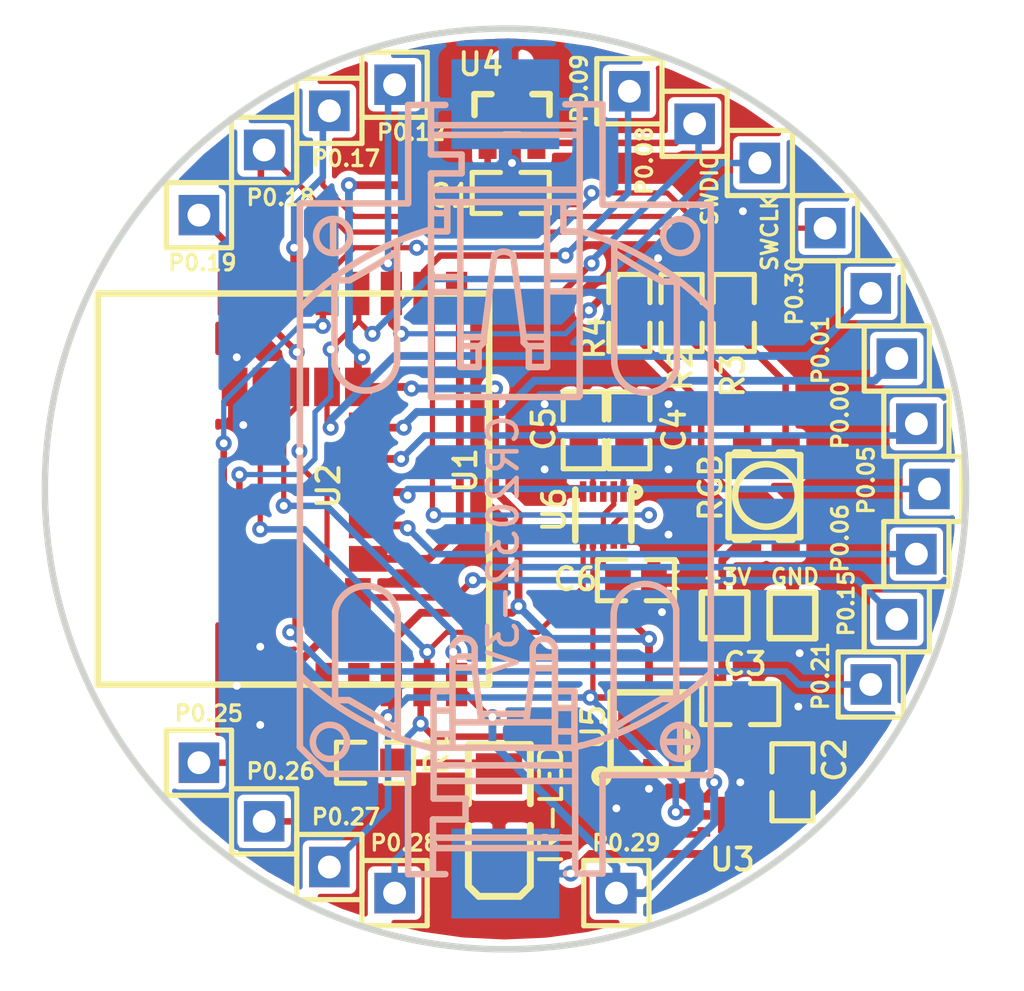
<source format=kicad_pcb>
(kicad_pcb (version 20171130) (host pcbnew 5.1.5-52549c5~84~ubuntu18.04.1)

  (general
    (thickness 1.6)
    (drawings 2)
    (tracks 346)
    (zones 0)
    (modules 41)
    (nets 24)
  )

  (page A4)
  (layers
    (0 F.Cu signal)
    (31 B.Cu signal)
    (32 B.Adhes user)
    (33 F.Adhes user)
    (34 B.Paste user)
    (35 F.Paste user)
    (36 B.SilkS user)
    (37 F.SilkS user)
    (38 B.Mask user)
    (39 F.Mask user)
    (40 Dwgs.User user)
    (41 Cmts.User user hide)
    (42 Eco1.User user)
    (43 Eco2.User user)
    (44 Edge.Cuts user)
    (45 Margin user)
    (46 B.CrtYd user)
    (47 F.CrtYd user)
    (48 B.Fab user hide)
    (49 F.Fab user hide)
  )

  (setup
    (last_trace_width 0.25)
    (trace_clearance 0.2)
    (zone_clearance 0.254)
    (zone_45_only no)
    (trace_min 0.2)
    (via_size 0.8)
    (via_drill 0.4)
    (via_min_size 0.4)
    (via_min_drill 0.3)
    (uvia_size 0.3)
    (uvia_drill 0.1)
    (uvias_allowed no)
    (uvia_min_size 0.2)
    (uvia_min_drill 0.1)
    (edge_width 0.05)
    (segment_width 0.2)
    (pcb_text_width 0.3)
    (pcb_text_size 1.5 1.5)
    (mod_edge_width 0.12)
    (mod_text_size 1 1)
    (mod_text_width 0.15)
    (pad_size 1.524 1.524)
    (pad_drill 0.762)
    (pad_to_mask_clearance 0.051)
    (solder_mask_min_width 0.25)
    (aux_axis_origin 0 0)
    (visible_elements FFFFFF7F)
    (pcbplotparams
      (layerselection 0x010fc_ffffffff)
      (usegerberextensions false)
      (usegerberattributes false)
      (usegerberadvancedattributes false)
      (creategerberjobfile false)
      (excludeedgelayer true)
      (linewidth 0.100000)
      (plotframeref false)
      (viasonmask false)
      (mode 1)
      (useauxorigin false)
      (hpglpennumber 1)
      (hpglpenspeed 20)
      (hpglpendiameter 15.000000)
      (psnegative false)
      (psa4output false)
      (plotreference true)
      (plotvalue true)
      (plotinvisibletext false)
      (padsonsilk false)
      (subtractmaskfromsilk false)
      (outputformat 1)
      (mirror false)
      (drillshape 1)
      (scaleselection 1)
      (outputdirectory ""))
  )

  (net 0 "")
  (net 1 +3V)
  (net 2 GND)
  (net 3 LED1_1)
  (net 4 P0.00)
  (net 5 P0.01)
  (net 6 P0.05)
  (net 7 P0.06)
  (net 8 P0.08)
  (net 9 P0.09)
  (net 10 P0.12)
  (net 11 P0.15)
  (net 12 P0.17)
  (net 13 P0.18)
  (net 14 P0.19)
  (net 15 P0.21)
  (net 16 P0.25)
  (net 17 P0.26)
  (net 18 P0.27)
  (net 19 P0.28)
  (net 20 P0.29)
  (net 21 P0.30)
  (net 22 SWCLK)
  (net 23 SWDIO)

  (net_class Default "This is the default net class."
    (clearance 0.2)
    (trace_width 0.25)
    (via_dia 0.8)
    (via_drill 0.4)
    (uvia_dia 0.3)
    (uvia_drill 0.1)
    (add_net +3V)
    (add_net GND)
    (add_net LED1_1)
    (add_net P0.00)
    (add_net P0.01)
    (add_net P0.05)
    (add_net P0.06)
    (add_net P0.08)
    (add_net P0.09)
    (add_net P0.12)
    (add_net P0.15)
    (add_net P0.17)
    (add_net P0.18)
    (add_net P0.19)
    (add_net P0.21)
    (add_net P0.25)
    (add_net P0.26)
    (add_net P0.27)
    (add_net P0.28)
    (add_net P0.29)
    (add_net P0.30)
    (add_net SWCLK)
    (add_net SWDIO)
  )

  (module easyeda:PAD-1.4X1.4-ALPS-H1.6 (layer F.Cu) (tedit 0) (tstamp 0)
    (at 132.994 44.806)
    (attr smd)
    (fp_text reference +3V (at -0.914 -1.496) (layer F.SilkS)
      (effects (font (size 0.61 0.61) (thickness 0.127)) (justify left))
    )
    (fp_text value PAD-1.4X1.4-ALPS-H1.6 (at 0 -4.318) (layer F.Fab) hide
      (effects (font (size 1.143 1.143) (thickness 0.127)) (justify left))
    )
    (fp_line (start -0.889 -0.889) (end 0.889 -0.889) (layer F.SilkS) (width 0.254))
    (fp_line (start 0.889 -0.889) (end 0.889 0.889) (layer F.SilkS) (width 0.254))
    (fp_line (start 0.889 0.889) (end -0.889 0.889) (layer F.SilkS) (width 0.254))
    (fp_line (start -0.889 0.889) (end -0.889 -0.889) (layer F.SilkS) (width 0.254))
    (fp_text user gge3911 (at 0 0) (layer Cmts.User)
      (effects (font (size 1 1) (thickness 0.15)))
    )
    (pad 1 smd rect (at 0 0) (size 1.4 1.4) (layers F.Cu F.Paste F.Mask)
      (net 1 +3V))
  )

  (module easyeda:PAD-1.4X1.4-ALPS-H1.6 (layer F.Cu) (tedit 0) (tstamp 0)
    (at 135.636 44.806)
    (attr smd)
    (fp_text reference GND (at -0.914 -1.496) (layer F.SilkS)
      (effects (font (size 0.61 0.61) (thickness 0.127)) (justify left))
    )
    (fp_text value PAD-1.4X1.4-ALPS-H1.6 (at 0 -4.318) (layer F.Fab) hide
      (effects (font (size 1.143 1.143) (thickness 0.127)) (justify left))
    )
    (fp_line (start -0.889 -0.889) (end 0.889 -0.889) (layer F.SilkS) (width 0.254))
    (fp_line (start 0.889 -0.889) (end 0.889 0.889) (layer F.SilkS) (width 0.254))
    (fp_line (start 0.889 0.889) (end -0.889 0.889) (layer F.SilkS) (width 0.254))
    (fp_line (start -0.889 0.889) (end -0.889 -0.889) (layer F.SilkS) (width 0.254))
    (fp_text user gge3888 (at 0 0) (layer Cmts.User)
      (effects (font (size 1 1) (thickness 0.15)))
    )
    (pad 1 smd rect (at 0 0) (size 1.4 1.4) (layers F.Cu F.Paste F.Mask)
      (net 2 GND))
  )

  (module easyeda:PTR5518 (layer F.Cu) (tedit 0) (tstamp 0)
    (at 118.11 39.882 90)
    (attr smd)
    (fp_text reference U1 (at -0.24 4.788 90) (layer F.SilkS)
      (effects (font (size 0.864 0.864) (thickness 0.152)) (justify left))
    )
    (fp_text value PTR5518 (at 0 -12.827 90) (layer F.Fab) hide
      (effects (font (size 1.143 1.143) (thickness 0.127)) (justify left))
    )
    (fp_line (start -7.621 5.715) (end -7.621 -9.525) (layer F.SilkS) (width 0.254))
    (fp_line (start -7.621 -9.525) (end 7.619 -9.525) (layer F.SilkS) (width 0.254))
    (fp_line (start 7.619 -9.525) (end 7.619 5.715) (layer F.SilkS) (width 0.254))
    (fp_line (start 7.619 5.715) (end -7.621 5.715) (layer F.SilkS) (width 0.254))
    (fp_text user gge201 (at 0 0) (layer Cmts.User)
      (effects (font (size 1 1) (thickness 0.15)))
    )
    (pad P$1 smd rect (at 7.62 4.446 90) (size 1.689 0.826) (layers F.Cu F.Paste F.Mask)
      (net 8 P0.08))
    (pad P$2 smd rect (at 7.62 3.176 90) (size 1.689 0.826) (layers F.Cu F.Paste F.Mask)
      (net 9 P0.09))
    (pad P$3 smd rect (at 7.62 1.906 90) (size 1.689 0.826) (layers F.Cu F.Paste F.Mask)
      (net 10 P0.12))
    (pad P$4 smd rect (at 7.62 0.636 90) (size 1.689 0.826) (layers F.Cu F.Paste F.Mask)
      (net 23 SWDIO))
    (pad P$5 smd rect (at 7.62 -0.634 90) (size 1.689 0.826) (layers F.Cu F.Paste F.Mask)
      (net 22 SWCLK))
    (pad P$6 smd rect (at 7.62 -1.904 90) (size 1.689 0.826) (layers F.Cu F.Paste F.Mask)
      (net 12 P0.17))
    (pad P$7 smd rect (at 7.62 -3.174 90) (size 1.689 0.826) (layers F.Cu F.Paste F.Mask)
      (net 13 P0.18))
    (pad P$8 smd rect (at 7.62 -4.444 90) (size 1.689 0.826) (layers F.Cu F.Paste F.Mask)
      (net 14 P0.19))
    (pad P$9 smd rect (at -7.62 -3.174 90) (size 1.689 0.826) (layers F.Cu F.Paste F.Mask)
      (net 2 GND))
    (pad P$10 smd rect (at -7.62 -1.904 90) (size 1.689 0.826) (layers F.Cu F.Paste F.Mask)
      (net 1 +3V))
    (pad P$11 smd rect (at -7.62 -0.634 90) (size 1.689 0.826) (layers F.Cu F.Paste F.Mask)
      (net 16 P0.25))
    (pad P$12 smd rect (at -7.62 0.636 90) (size 1.689 0.826) (layers F.Cu F.Paste F.Mask)
      (net 17 P0.26))
    (pad P$13 smd rect (at -7.62 1.906 90) (size 1.689 0.826) (layers F.Cu F.Paste F.Mask)
      (net 18 P0.27))
    (pad P$14 smd rect (at -7.62 3.176 90) (size 1.689 0.826) (layers F.Cu F.Paste F.Mask)
      (net 19 P0.28))
    (pad P$15 smd rect (at -7.62 4.446 90) (size 1.689 0.826) (layers F.Cu F.Paste F.Mask)
      (net 20 P0.29))
  )

  (module "easyeda:HOLYIOT  NRF52832" (layer F.Cu) (tedit 0) (tstamp 0)
    (at 108.712 38.862 90)
    (attr smd)
    (fp_text reference U2 (at -1.867 8.852 90) (layer F.SilkS)
      (effects (font (size 0.864 0.864) (thickness 0.152)) (justify left))
    )
    (fp_text value ANT (at -2.54 3.2 90) (layer Cmts.User)
      (effects (font (size 1 1) (thickness 0.15)) (justify left))
    )
    (fp_line (start -5.74 1.801) (end 3.459 1.801) (layer Cmts.User) (width 0.15))
    (fp_line (start 3.459 1.801) (end 3.459 10.899) (layer Cmts.User) (width 0.15))
    (fp_line (start 3.459 10.899) (end -5.74 10.899) (layer Cmts.User) (width 0.15))
    (fp_line (start -5.74 10.899) (end -5.74 1.801) (layer Cmts.User) (width 0.15))
    (fp_line (start 0.46 3.901) (end 0.46 2.4) (layer Cmts.User) (width 0.15))
    (fp_line (start 0.46 2.4) (end -2.941 2.4) (layer Cmts.User) (width 0.15))
    (fp_line (start 0.46 3.901) (end -2.941 3.901) (layer Cmts.User) (width 0.15))
    (fp_line (start -2.941 3.901) (end -2.941 2.4) (layer Cmts.User) (width 0.15))
    (fp_text user gge220 (at 0 0) (layer Cmts.User)
      (effects (font (size 1 1) (thickness 0.15)))
    )
    (pad 11 smd rect (at 2.959 10 270) (size 1.5 1) (layers F.Cu F.Paste F.Mask)
      (net 1 +3V))
    (pad 12 smd rect (at 2.959 8.799 270) (size 1.5 1) (layers F.Cu F.Paste F.Mask)
      (net 21 P0.30))
    (pad 13 smd rect (at 2.96 7.6 270) (size 1.5 1) (layers F.Cu F.Paste F.Mask)
      (net 20 P0.29))
    (pad 14 smd rect (at 2.96 6.401 270) (size 1.5 1) (layers F.Cu F.Paste F.Mask)
      (net 19 P0.28))
    (pad 15 smd rect (at 2.96 5.199 270) (size 1.5 1) (layers F.Cu F.Paste F.Mask)
      (net 2 GND))
    (pad 6 smd rect (at -3.74 10.401 180) (size 1.5 1) (layers F.Cu F.Paste F.Mask)
      (net 8 P0.08))
    (pad 7 smd rect (at -2.44 10.401 180) (size 1.5 1) (layers F.Cu F.Paste F.Mask)
      (net 7 P0.06))
    (pad 8 smd rect (at -1.14 10.401 180) (size 1.5 1) (layers F.Cu F.Paste F.Mask)
      (net 6 P0.05))
    (pad 9 smd rect (at 0.16 10.401 180) (size 1.5 1) (layers F.Cu F.Paste F.Mask)
      (net 4 P0.00))
    (pad 10 smd rect (at 1.461 10.401 180) (size 1.5 1) (layers F.Cu F.Paste F.Mask)
      (net 5 P0.01))
    (pad 1 smd rect (at -5.241 5.199 270) (size 1.5 1) (layers F.Cu F.Paste F.Mask)
      (net 22 SWCLK))
    (pad 2 smd rect (at -5.241 6.4 270) (size 1.5 1) (layers F.Cu F.Paste F.Mask)
      (net 23 SWDIO))
    (pad 3 smd rect (at -5.241 7.601 270) (size 1.5 1) (layers F.Cu F.Paste F.Mask)
      (net 15 P0.21))
    (pad 4 smd rect (at -5.241 8.799 270) (size 1.5 1) (layers F.Cu F.Paste F.Mask)
      (net 13 P0.18))
    (pad 5 smd rect (at -5.241 10 270) (size 1.5 1) (layers F.Cu F.Paste F.Mask)
      (net 11 P0.15))
  )

  (module easyeda:HDR-1X1_2.54 (layer F.Cu) (tedit 0) (tstamp 0)
    (at 112.522 29.21)
    (fp_text reference P0.19 (at -1.27 1.857) (layer F.SilkS)
      (effects (font (size 0.61 0.61) (thickness 0.127)) (justify left))
    )
    (fp_text value P0.19 (at 0 -4.47) (layer F.Fab) hide
      (effects (font (size 1.143 1.143) (thickness 0.127)) (justify left))
    )
    (fp_line (start 1.27 1.27) (end -1.27 1.27) (layer F.SilkS) (width 0.203))
    (fp_line (start -1.27 1.27) (end -1.27 -1.27) (layer F.SilkS) (width 0.203))
    (fp_line (start -1.27 -1.27) (end 1.27 -1.27) (layer F.SilkS) (width 0.203))
    (fp_line (start 1.27 -1.27) (end 1.27 0.635) (layer F.SilkS) (width 0.203))
    (fp_line (start 1.27 1.27) (end 1.27 0.635) (layer F.SilkS) (width 0.203))
    (fp_text user gge242 (at 0 0) (layer Cmts.User)
      (effects (font (size 1 1) (thickness 0.15)))
    )
    (pad 1 thru_hole rect (at 0 0 270) (size 1.575 1.575) (drill 0.889) (layers *.Cu *.Paste *.Mask)
      (net 14 P0.19))
  )

  (module easyeda:HDR-1X1_2.54 (layer F.Cu) (tedit 0) (tstamp 0)
    (at 115.062 26.67)
    (fp_text reference P0.18 (at -0.762 1.857) (layer F.SilkS)
      (effects (font (size 0.61 0.61) (thickness 0.127)) (justify left))
    )
    (fp_text value P0.18 (at 0 -4.47) (layer F.Fab) hide
      (effects (font (size 1.143 1.143) (thickness 0.127)) (justify left))
    )
    (fp_line (start 1.27 1.27) (end -1.27 1.27) (layer F.SilkS) (width 0.203))
    (fp_line (start -1.27 1.27) (end -1.27 -1.27) (layer F.SilkS) (width 0.203))
    (fp_line (start -1.27 -1.27) (end 1.27 -1.27) (layer F.SilkS) (width 0.203))
    (fp_line (start 1.27 -1.27) (end 1.27 0.635) (layer F.SilkS) (width 0.203))
    (fp_line (start 1.27 1.27) (end 1.27 0.635) (layer F.SilkS) (width 0.203))
    (fp_text user gge249 (at 0 0) (layer Cmts.User)
      (effects (font (size 1 1) (thickness 0.15)))
    )
    (pad 1 thru_hole rect (at 0 0 270) (size 1.575 1.575) (drill 0.889) (layers *.Cu *.Paste *.Mask)
      (net 13 P0.18))
  )

  (module easyeda:HDR-1X1_2.54 (layer F.Cu) (tedit 0) (tstamp 0)
    (at 117.602 25.146)
    (fp_text reference P0.17 (at -0.762 1.857) (layer F.SilkS)
      (effects (font (size 0.61 0.61) (thickness 0.127)) (justify left))
    )
    (fp_text value P0.17 (at 0 -4.47) (layer F.Fab) hide
      (effects (font (size 1.143 1.143) (thickness 0.127)) (justify left))
    )
    (fp_line (start 1.27 1.27) (end -1.27 1.27) (layer F.SilkS) (width 0.203))
    (fp_line (start -1.27 1.27) (end -1.27 -1.27) (layer F.SilkS) (width 0.203))
    (fp_line (start -1.27 -1.27) (end 1.27 -1.27) (layer F.SilkS) (width 0.203))
    (fp_line (start 1.27 -1.27) (end 1.27 0.635) (layer F.SilkS) (width 0.203))
    (fp_line (start 1.27 1.27) (end 1.27 0.635) (layer F.SilkS) (width 0.203))
    (fp_text user gge256 (at 0 0) (layer Cmts.User)
      (effects (font (size 1 1) (thickness 0.15)))
    )
    (pad 1 thru_hole rect (at 0 0 270) (size 1.575 1.575) (drill 0.889) (layers *.Cu *.Paste *.Mask)
      (net 12 P0.17))
  )

  (module easyeda:HDR-1X1_2.54 (layer F.Cu) (tedit 0) (tstamp 0)
    (at 120.142 24.13)
    (fp_text reference P0.12 (at -0.762 1.857) (layer F.SilkS)
      (effects (font (size 0.61 0.61) (thickness 0.127)) (justify left))
    )
    (fp_text value P0.12 (at 0 -4.47) (layer F.Fab) hide
      (effects (font (size 1.143 1.143) (thickness 0.127)) (justify left))
    )
    (fp_line (start 1.27 1.27) (end -1.27 1.27) (layer F.SilkS) (width 0.203))
    (fp_line (start -1.27 1.27) (end -1.27 -1.27) (layer F.SilkS) (width 0.203))
    (fp_line (start -1.27 -1.27) (end 1.27 -1.27) (layer F.SilkS) (width 0.203))
    (fp_line (start 1.27 -1.27) (end 1.27 0.635) (layer F.SilkS) (width 0.203))
    (fp_line (start 1.27 1.27) (end 1.27 0.635) (layer F.SilkS) (width 0.203))
    (fp_text user gge263 (at 0 0) (layer Cmts.User)
      (effects (font (size 1 1) (thickness 0.15)))
    )
    (pad 1 thru_hole rect (at 0 0 270) (size 1.575 1.575) (drill 0.889) (layers *.Cu *.Paste *.Mask)
      (net 10 P0.12))
  )

  (module easyeda:HDR-1X1_2.54 (layer F.Cu) (tedit 0) (tstamp 0)
    (at 129.286 24.384)
    (fp_text reference P0.09 (at -1.953 1.295 90) (layer F.SilkS)
      (effects (font (size 0.61 0.61) (thickness 0.127)) (justify left))
    )
    (fp_text value P0.09 (at 0 -4.47) (layer F.Fab) hide
      (effects (font (size 1.143 1.143) (thickness 0.127)) (justify left))
    )
    (fp_line (start 1.27 1.27) (end -1.27 1.27) (layer F.SilkS) (width 0.203))
    (fp_line (start -1.27 1.27) (end -1.27 -1.27) (layer F.SilkS) (width 0.203))
    (fp_line (start -1.27 -1.27) (end 1.27 -1.27) (layer F.SilkS) (width 0.203))
    (fp_line (start 1.27 -1.27) (end 1.27 0.635) (layer F.SilkS) (width 0.203))
    (fp_line (start 1.27 1.27) (end 1.27 0.635) (layer F.SilkS) (width 0.203))
    (fp_text user gge270 (at 0 0) (layer Cmts.User)
      (effects (font (size 1 1) (thickness 0.15)))
    )
    (pad 1 thru_hole rect (at 0 0 270) (size 1.575 1.575) (drill 0.889) (layers *.Cu *.Paste *.Mask)
      (net 9 P0.09))
  )

  (module easyeda:HDR-1X1_2.54 (layer F.Cu) (tedit 0) (tstamp 0)
    (at 131.826 25.654)
    (fp_text reference P0.08 (at -1.953 2.847 90) (layer F.SilkS)
      (effects (font (size 0.61 0.61) (thickness 0.127)) (justify left))
    )
    (fp_text value P0.08 (at 0 -4.47) (layer F.Fab) hide
      (effects (font (size 1.143 1.143) (thickness 0.127)) (justify left))
    )
    (fp_line (start 1.27 1.27) (end -1.27 1.27) (layer F.SilkS) (width 0.203))
    (fp_line (start -1.27 1.27) (end -1.27 -1.27) (layer F.SilkS) (width 0.203))
    (fp_line (start -1.27 -1.27) (end 1.27 -1.27) (layer F.SilkS) (width 0.203))
    (fp_line (start 1.27 -1.27) (end 1.27 0.635) (layer F.SilkS) (width 0.203))
    (fp_line (start 1.27 1.27) (end 1.27 0.635) (layer F.SilkS) (width 0.203))
    (fp_text user gge277 (at 0 0) (layer Cmts.User)
      (effects (font (size 1 1) (thickness 0.15)))
    )
    (pad 1 thru_hole rect (at 0 0 270) (size 1.575 1.575) (drill 0.889) (layers *.Cu *.Paste *.Mask)
      (net 8 P0.08))
  )

  (module easyeda:HDR-1X1_2.54 (layer F.Cu) (tedit 0) (tstamp 0)
    (at 112.522 50.546)
    (fp_text reference P0.25 (at -1.016 -1.918) (layer F.SilkS)
      (effects (font (size 0.61 0.61) (thickness 0.127)) (justify left))
    )
    (fp_text value P0.25 (at 0 -4.47) (layer F.Fab) hide
      (effects (font (size 1.143 1.143) (thickness 0.127)) (justify left))
    )
    (fp_line (start 1.27 1.27) (end -1.27 1.27) (layer F.SilkS) (width 0.203))
    (fp_line (start -1.27 1.27) (end -1.27 -1.27) (layer F.SilkS) (width 0.203))
    (fp_line (start -1.27 -1.27) (end 1.27 -1.27) (layer F.SilkS) (width 0.203))
    (fp_line (start 1.27 -1.27) (end 1.27 0.635) (layer F.SilkS) (width 0.203))
    (fp_line (start 1.27 1.27) (end 1.27 0.635) (layer F.SilkS) (width 0.203))
    (fp_text user gge284 (at 0 0) (layer Cmts.User)
      (effects (font (size 1 1) (thickness 0.15)))
    )
    (pad 1 thru_hole rect (at 0 0 270) (size 1.575 1.575) (drill 0.889) (layers *.Cu *.Paste *.Mask)
      (net 16 P0.25))
  )

  (module easyeda:HDR-1X1_2.54 (layer F.Cu) (tedit 0) (tstamp 0)
    (at 115.062 52.832)
    (fp_text reference P0.26 (at -0.762 -1.953) (layer F.SilkS)
      (effects (font (size 0.61 0.61) (thickness 0.127)) (justify left))
    )
    (fp_text value P0.26 (at 0 -4.47) (layer F.Fab) hide
      (effects (font (size 1.143 1.143) (thickness 0.127)) (justify left))
    )
    (fp_line (start 1.27 1.27) (end -1.27 1.27) (layer F.SilkS) (width 0.203))
    (fp_line (start -1.27 1.27) (end -1.27 -1.27) (layer F.SilkS) (width 0.203))
    (fp_line (start -1.27 -1.27) (end 1.27 -1.27) (layer F.SilkS) (width 0.203))
    (fp_line (start 1.27 -1.27) (end 1.27 0.635) (layer F.SilkS) (width 0.203))
    (fp_line (start 1.27 1.27) (end 1.27 0.635) (layer F.SilkS) (width 0.203))
    (fp_text user gge291 (at 0 0) (layer Cmts.User)
      (effects (font (size 1 1) (thickness 0.15)))
    )
    (pad 1 thru_hole rect (at 0 0 270) (size 1.575 1.575) (drill 0.889) (layers *.Cu *.Paste *.Mask)
      (net 17 P0.26))
  )

  (module easyeda:HDR-1X1_2.54 (layer F.Cu) (tedit 0) (tstamp 0)
    (at 117.602 54.61)
    (fp_text reference P0.27 (at -0.762 -1.953) (layer F.SilkS)
      (effects (font (size 0.61 0.61) (thickness 0.127)) (justify left))
    )
    (fp_text value P0.27 (at 0 -4.47) (layer F.Fab) hide
      (effects (font (size 1.143 1.143) (thickness 0.127)) (justify left))
    )
    (fp_line (start 1.27 1.27) (end -1.27 1.27) (layer F.SilkS) (width 0.203))
    (fp_line (start -1.27 1.27) (end -1.27 -1.27) (layer F.SilkS) (width 0.203))
    (fp_line (start -1.27 -1.27) (end 1.27 -1.27) (layer F.SilkS) (width 0.203))
    (fp_line (start 1.27 -1.27) (end 1.27 0.635) (layer F.SilkS) (width 0.203))
    (fp_line (start 1.27 1.27) (end 1.27 0.635) (layer F.SilkS) (width 0.203))
    (fp_text user gge297 (at 0 0) (layer Cmts.User)
      (effects (font (size 1 1) (thickness 0.15)))
    )
    (pad 1 thru_hole rect (at 0 0 270) (size 1.575 1.575) (drill 0.889) (layers *.Cu *.Paste *.Mask)
      (net 18 P0.27))
  )

  (module easyeda:HDR-1X1_2.54 (layer F.Cu) (tedit 0) (tstamp 0)
    (at 120.142 55.626)
    (fp_text reference P0.28 (at -1.016 -1.953) (layer F.SilkS)
      (effects (font (size 0.61 0.61) (thickness 0.127)) (justify left))
    )
    (fp_text value P0.28 (at 0 -4.47) (layer F.Fab) hide
      (effects (font (size 1.143 1.143) (thickness 0.127)) (justify left))
    )
    (fp_line (start 1.27 1.27) (end -1.27 1.27) (layer F.SilkS) (width 0.203))
    (fp_line (start -1.27 1.27) (end -1.27 -1.27) (layer F.SilkS) (width 0.203))
    (fp_line (start -1.27 -1.27) (end 1.27 -1.27) (layer F.SilkS) (width 0.203))
    (fp_line (start 1.27 -1.27) (end 1.27 0.635) (layer F.SilkS) (width 0.203))
    (fp_line (start 1.27 1.27) (end 1.27 0.635) (layer F.SilkS) (width 0.203))
    (fp_text user gge303 (at 0 0) (layer Cmts.User)
      (effects (font (size 1 1) (thickness 0.15)))
    )
    (pad 1 thru_hole rect (at 0 0 270) (size 1.575 1.575) (drill 0.889) (layers *.Cu *.Paste *.Mask)
      (net 19 P0.28))
  )

  (module easyeda:HDR-1X1_2.54 (layer F.Cu) (tedit 0) (tstamp 0)
    (at 128.778 55.626)
    (fp_text reference P0.29 (at -1.016 -1.953) (layer F.SilkS)
      (effects (font (size 0.61 0.61) (thickness 0.127)) (justify left))
    )
    (fp_text value P0.29 (at 0 -4.47) (layer F.Fab) hide
      (effects (font (size 1.143 1.143) (thickness 0.127)) (justify left))
    )
    (fp_line (start 1.27 1.27) (end -1.27 1.27) (layer F.SilkS) (width 0.203))
    (fp_line (start -1.27 1.27) (end -1.27 -1.27) (layer F.SilkS) (width 0.203))
    (fp_line (start -1.27 -1.27) (end 1.27 -1.27) (layer F.SilkS) (width 0.203))
    (fp_line (start 1.27 -1.27) (end 1.27 0.635) (layer F.SilkS) (width 0.203))
    (fp_line (start 1.27 1.27) (end 1.27 0.635) (layer F.SilkS) (width 0.203))
    (fp_text user gge309 (at 0 0) (layer Cmts.User)
      (effects (font (size 1 1) (thickness 0.15)))
    )
    (pad 1 thru_hole rect (at 0 0 270) (size 1.575 1.575) (drill 0.889) (layers *.Cu *.Paste *.Mask)
      (net 20 P0.29))
  )

  (module easyeda:HDR-1X1_2.54 (layer F.Cu) (tedit 0) (tstamp 0)
    (at 138.684 47.498)
    (fp_text reference P0.21 (at -1.953 1.074 90) (layer F.SilkS)
      (effects (font (size 0.61 0.61) (thickness 0.127)) (justify left))
    )
    (fp_text value P0.21 (at 0 -4.47) (layer F.Fab) hide
      (effects (font (size 1.143 1.143) (thickness 0.127)) (justify left))
    )
    (fp_line (start 1.27 1.27) (end -1.27 1.27) (layer F.SilkS) (width 0.203))
    (fp_line (start -1.27 1.27) (end -1.27 -1.27) (layer F.SilkS) (width 0.203))
    (fp_line (start -1.27 -1.27) (end 1.27 -1.27) (layer F.SilkS) (width 0.203))
    (fp_line (start 1.27 -1.27) (end 1.27 0.635) (layer F.SilkS) (width 0.203))
    (fp_line (start 1.27 1.27) (end 1.27 0.635) (layer F.SilkS) (width 0.203))
    (fp_text user gge315 (at 0 0) (layer Cmts.User)
      (effects (font (size 1 1) (thickness 0.15)))
    )
    (pad 1 thru_hole rect (at 0 0 270) (size 1.575 1.575) (drill 0.889) (layers *.Cu *.Paste *.Mask)
      (net 15 P0.21))
  )

  (module easyeda:HDR-1X1_2.54 (layer F.Cu) (tedit 0) (tstamp 0)
    (at 139.7 44.958)
    (fp_text reference P0.15 (at -1.969 0.732 90) (layer F.SilkS)
      (effects (font (size 0.584 0.584) (thickness 0.127)) (justify left))
    )
    (fp_text value P0.15 (at 0 -4.47) (layer F.Fab) hide
      (effects (font (size 1.143 1.143) (thickness 0.127)) (justify left))
    )
    (fp_line (start 1.27 1.27) (end -1.27 1.27) (layer F.SilkS) (width 0.203))
    (fp_line (start -1.27 1.27) (end -1.27 -1.27) (layer F.SilkS) (width 0.203))
    (fp_line (start -1.27 -1.27) (end 1.27 -1.27) (layer F.SilkS) (width 0.203))
    (fp_line (start 1.27 -1.27) (end 1.27 0.635) (layer F.SilkS) (width 0.203))
    (fp_line (start 1.27 1.27) (end 1.27 0.635) (layer F.SilkS) (width 0.203))
    (fp_text user gge322 (at 0 0) (layer Cmts.User)
      (effects (font (size 1 1) (thickness 0.15)))
    )
    (pad 1 thru_hole rect (at 0 0 270) (size 1.575 1.575) (drill 0.889) (layers *.Cu *.Paste *.Mask)
      (net 11 P0.15))
  )

  (module easyeda:HDR-1X1_2.54 (layer F.Cu) (tedit 0) (tstamp 0)
    (at 140.462 42.418)
    (fp_text reference P0.06 (at -2.969 0.787 90) (layer F.SilkS)
      (effects (font (size 0.61 0.61) (thickness 0.127)) (justify left))
    )
    (fp_text value P0.06 (at 0 -4.47) (layer F.Fab) hide
      (effects (font (size 1.143 1.143) (thickness 0.127)) (justify left))
    )
    (fp_line (start 1.27 1.27) (end -1.27 1.27) (layer F.SilkS) (width 0.203))
    (fp_line (start -1.27 1.27) (end -1.27 -1.27) (layer F.SilkS) (width 0.203))
    (fp_line (start -1.27 -1.27) (end 1.27 -1.27) (layer F.SilkS) (width 0.203))
    (fp_line (start 1.27 -1.27) (end 1.27 0.635) (layer F.SilkS) (width 0.203))
    (fp_line (start 1.27 1.27) (end 1.27 0.635) (layer F.SilkS) (width 0.203))
    (fp_text user gge329 (at 0 0) (layer Cmts.User)
      (effects (font (size 1 1) (thickness 0.15)))
    )
    (pad 1 thru_hole rect (at 0 0 270) (size 1.575 1.575) (drill 0.889) (layers *.Cu *.Paste *.Mask)
      (net 7 P0.06))
  )

  (module easyeda:HDR-1X1_2.54 (layer F.Cu) (tedit 0) (tstamp 0)
    (at 140.97 39.878)
    (fp_text reference P0.05 (at -2.461 1.069 90) (layer F.SilkS)
      (effects (font (size 0.61 0.61) (thickness 0.127)) (justify left))
    )
    (fp_text value P0.05 (at 0 -4.47) (layer F.Fab) hide
      (effects (font (size 1.143 1.143) (thickness 0.127)) (justify left))
    )
    (fp_line (start 1.27 1.27) (end -1.27 1.27) (layer F.SilkS) (width 0.203))
    (fp_line (start -1.27 1.27) (end -1.27 -1.27) (layer F.SilkS) (width 0.203))
    (fp_line (start -1.27 -1.27) (end 1.27 -1.27) (layer F.SilkS) (width 0.203))
    (fp_line (start 1.27 -1.27) (end 1.27 0.635) (layer F.SilkS) (width 0.203))
    (fp_line (start 1.27 1.27) (end 1.27 0.635) (layer F.SilkS) (width 0.203))
    (fp_text user gge336 (at 0 0) (layer Cmts.User)
      (effects (font (size 1 1) (thickness 0.15)))
    )
    (pad 1 thru_hole rect (at 0 0 270) (size 1.575 1.575) (drill 0.889) (layers *.Cu *.Paste *.Mask)
      (net 6 P0.05))
  )

  (module easyeda:HDR-1X1_2.54 (layer F.Cu) (tedit 0) (tstamp 0)
    (at 139.7 34.798)
    (fp_text reference P0.01 (at -2.969 1.074 90) (layer F.SilkS)
      (effects (font (size 0.61 0.61) (thickness 0.127)) (justify left))
    )
    (fp_text value P0.01 (at 0 -4.47) (layer F.Fab) hide
      (effects (font (size 1.143 1.143) (thickness 0.127)) (justify left))
    )
    (fp_line (start 1.27 1.27) (end -1.27 1.27) (layer F.SilkS) (width 0.203))
    (fp_line (start -1.27 1.27) (end -1.27 -1.27) (layer F.SilkS) (width 0.203))
    (fp_line (start -1.27 -1.27) (end 1.27 -1.27) (layer F.SilkS) (width 0.203))
    (fp_line (start 1.27 -1.27) (end 1.27 0.635) (layer F.SilkS) (width 0.203))
    (fp_line (start 1.27 1.27) (end 1.27 0.635) (layer F.SilkS) (width 0.203))
    (fp_text user gge343 (at 0 0) (layer Cmts.User)
      (effects (font (size 1 1) (thickness 0.15)))
    )
    (pad 1 thru_hole rect (at 0 0 270) (size 1.575 1.575) (drill 0.889) (layers *.Cu *.Paste *.Mask)
      (net 5 P0.01))
  )

  (module easyeda:HDR-1X1_2.54 (layer F.Cu) (tedit 0) (tstamp 0)
    (at 140.462 37.338)
    (fp_text reference P0.00 (at -2.969 1.069 90) (layer F.SilkS)
      (effects (font (size 0.61 0.61) (thickness 0.127)) (justify left))
    )
    (fp_text value P0.00 (at 0 -4.47) (layer F.Fab) hide
      (effects (font (size 1.143 1.143) (thickness 0.127)) (justify left))
    )
    (fp_line (start 1.27 1.27) (end -1.27 1.27) (layer F.SilkS) (width 0.203))
    (fp_line (start -1.27 1.27) (end -1.27 -1.27) (layer F.SilkS) (width 0.203))
    (fp_line (start -1.27 -1.27) (end 1.27 -1.27) (layer F.SilkS) (width 0.203))
    (fp_line (start 1.27 -1.27) (end 1.27 0.635) (layer F.SilkS) (width 0.203))
    (fp_line (start 1.27 1.27) (end 1.27 0.635) (layer F.SilkS) (width 0.203))
    (fp_text user gge350 (at 0 0) (layer Cmts.User)
      (effects (font (size 1 1) (thickness 0.15)))
    )
    (pad 1 thru_hole rect (at 0 0 270) (size 1.575 1.575) (drill 0.889) (layers *.Cu *.Paste *.Mask)
      (net 4 P0.00))
  )

  (module easyeda:HDR-1X1_2.54 (layer F.Cu) (tedit 0) (tstamp 0)
    (at 138.684 32.258)
    (fp_text reference P0.30 (at -2.969 1.323 90) (layer F.SilkS)
      (effects (font (size 0.61 0.61) (thickness 0.127)) (justify left))
    )
    (fp_text value P0.30 (at 0 -4.47) (layer F.Fab) hide
      (effects (font (size 1.143 1.143) (thickness 0.127)) (justify left))
    )
    (fp_line (start 1.27 1.27) (end -1.27 1.27) (layer F.SilkS) (width 0.203))
    (fp_line (start -1.27 1.27) (end -1.27 -1.27) (layer F.SilkS) (width 0.203))
    (fp_line (start -1.27 -1.27) (end 1.27 -1.27) (layer F.SilkS) (width 0.203))
    (fp_line (start 1.27 -1.27) (end 1.27 0.635) (layer F.SilkS) (width 0.203))
    (fp_line (start 1.27 1.27) (end 1.27 0.635) (layer F.SilkS) (width 0.203))
    (fp_text user gge357 (at 0 0) (layer Cmts.User)
      (effects (font (size 1 1) (thickness 0.15)))
    )
    (pad 1 thru_hole rect (at 0 0 270) (size 1.575 1.575) (drill 0.889) (layers *.Cu *.Paste *.Mask)
      (net 21 P0.30))
  )

  (module easyeda:MAXM-D622N+4_V (layer F.Cu) (tedit 0) (tstamp 0)
    (at 133.096 52.578 180)
    (attr smd)
    (fp_text reference U3 (at 0.762 -1.74) (layer F.SilkS)
      (effects (font (size 0.864 0.864) (thickness 0.152)) (justify left))
    )
    (fp_text value MAX44009EDT+ (at -0.254 -4.572 180) (layer F.Fab) hide
      (effects (font (size 1.143 1.143) (thickness 0.127)) (justify left))
    )
    (fp_text user gge364 (at 0 0) (layer Cmts.User)
      (effects (font (size 1 1) (thickness 0.15)))
    )
    (pad 1 smd rect (at -0.916 -0.662 270) (size 0.368 0.495) (layers F.Cu F.Paste F.Mask)
      (net 1 +3V))
    (pad 2 smd rect (at -0.916 -0.001 270) (size 0.368 0.495) (layers F.Cu F.Paste F.Mask)
      (net 2 GND))
    (pad 3 smd rect (at -0.916 0.659 270) (size 0.368 0.495) (layers F.Cu F.Paste F.Mask)
      (net 2 GND))
    (pad 6 smd rect (at 0.913 -0.662 270) (size 0.368 0.495) (layers F.Cu F.Paste F.Mask)
      (net 19 P0.28))
    (pad 5 smd rect (at 0.913 -0.001 270) (size 0.368 0.495) (layers F.Cu F.Paste F.Mask)
      (net 18 P0.27))
    (pad 4 smd rect (at 0.913 0.659 270) (size 0.368 0.495) (layers F.Cu F.Paste F.Mask)
      (net 20 P0.29))
    (pad 7 smd rect (at -0.001 -0.001 270) (size 1.41 0.724) (layers F.Cu F.Paste F.Mask))
  )

  (module "easyeda:SOT-23(SOT-23-3)" (layer F.Cu) (tedit 0) (tstamp 0)
    (at 124.714 25.146)
    (attr smd)
    (fp_text reference U4 (at -2.184 -1.816) (layer F.SilkS)
      (effects (font (size 0.864 0.864) (thickness 0.152)) (justify left))
    )
    (fp_text value DRV5032AJDBZR (at 0 -5.08) (layer F.Fab) hide
      (effects (font (size 1.143 1.143) (thickness 0.127)) (justify left))
    )
    (fp_line (start 0.8 -0.65) (end 1.46 -0.65) (layer F.SilkS) (width 0.254))
    (fp_line (start 1.46 -0.65) (end 0.8 -0.65) (layer F.SilkS) (width 0.254))
    (fp_line (start 0.8 -0.65) (end 1.46 -0.65) (layer F.SilkS) (width 0.254))
    (fp_line (start 1.46 -0.65) (end 1.46 0.165) (layer F.SilkS) (width 0.254))
    (fp_line (start -1.461 0.165) (end -1.461 -0.65) (layer F.SilkS) (width 0.254))
    (fp_line (start -1.461 -0.65) (end -0.8 -0.65) (layer F.SilkS) (width 0.254))
    (fp_line (start -0.3 0.899) (end 0.3 0.899) (layer F.SilkS) (width 0.2))
    (fp_text user gge375 (at 0 0) (layer Cmts.User)
      (effects (font (size 1 1) (thickness 0.15)))
    )
    (pad 3 smd rect (at 0 -1.25 180) (size 0.7 1.25) (layers F.Cu F.Paste F.Mask)
      (net 2 GND))
    (pad 2 smd rect (at 0.95 1.25 180) (size 0.7 1.25) (layers F.Cu F.Paste F.Mask)
      (net 8 P0.08))
    (pad 1 smd rect (at -0.95 1.25 180) (size 0.7 1.25) (layers F.Cu F.Paste F.Mask)
      (net 1 +3V))
  )

  (module easyeda:DFN-6-EP (layer F.Cu) (tedit 0) (tstamp 0)
    (at 130.048 49.276)
    (attr smd)
    (fp_text reference U5 (at -2.172 0.851 90) (layer F.SilkS)
      (effects (font (size 0.864 0.864) (thickness 0.152)) (justify left))
    )
    (fp_text value HTU21D (at -0.254 -5.309) (layer F.Fab) hide
      (effects (font (size 1.143 1.143) (thickness 0.127)) (justify left))
    )
    (fp_circle (center -1.85 1.8) (end -1.75 1.8) (layer F.SilkS) (width 0.3))
    (fp_line (start 1.201 1.527) (end 1.501 1.527) (layer F.SilkS) (width 0.254))
    (fp_line (start -1.499 1.527) (end -1.199 1.527) (layer F.SilkS) (width 0.254))
    (fp_line (start -1.499 -1.473) (end -1.199 -1.473) (layer F.SilkS) (width 0.254))
    (fp_line (start -1.499 -1.473) (end 1.504 -1.473) (layer F.SilkS) (width 0.254))
    (fp_line (start -1.496 1.527) (end -1.496 -1.473) (layer F.SilkS) (width 0.254))
    (fp_line (start -1.496 1.527) (end 1.504 1.527) (layer F.SilkS) (width 0.254))
    (fp_line (start 1.504 1.527) (end 1.504 -1.473) (layer F.SilkS) (width 0.254))
    (fp_text user gge384 (at 0 0) (layer Cmts.User)
      (effects (font (size 1 1) (thickness 0.15)))
    )
    (pad 1 smd rect (at -1.001 1.476) (size 0.45 0.701) (layers F.Cu F.Paste F.Mask)
      (net 19 P0.28))
    (pad 2 smd rect (at 0 1.476) (size 0.45 0.701) (layers F.Cu F.Paste F.Mask)
      (net 2 GND))
    (pad 3 smd rect (at 1.001 1.476) (size 0.45 0.701) (layers F.Cu F.Paste F.Mask))
    (pad 4 smd rect (at 1.001 -1.476) (size 0.45 0.701) (layers F.Cu F.Paste F.Mask))
    (pad 5 smd rect (at 0 -1.476) (size 0.45 0.701) (layers F.Cu F.Paste F.Mask)
      (net 1 +3V))
    (pad 6 smd rect (at -1.001 -1.476) (size 0.45 0.701) (layers F.Cu F.Paste F.Mask)
      (net 18 P0.27))
    (pad 7 smd rect (at 0 0.025) (size 2.4 1.5) (layers F.Cu F.Paste F.Mask))
  )

  (module easyeda:LED-1206 locked (layer F.Cu) (tedit 0) (tstamp 0)
    (at 124.206 52.578 90)
    (attr smd)
    (fp_text reference IR-LED (at -2.032 2.032 90) (layer F.SilkS)
      (effects (font (size 0.864 0.864) (thickness 0.152)) (justify left))
    )
    (fp_text value "IR LED" (at -0.229 -4.622 90) (layer F.Fab) hide
      (effects (font (size 1.143 1.143) (thickness 0.127)) (justify left))
    )
    (fp_line (start 0.432 1.222) (end 2.743 1.222) (layer F.SilkS) (width 0.27))
    (fp_line (start 2.743 1.222) (end 2.743 -1.191) (layer F.SilkS) (width 0.27))
    (fp_line (start 2.743 -1.191) (end 0.432 -1.191) (layer F.SilkS) (width 0.27))
    (fp_line (start 0.432 -1.191) (end 0.432 -1.191) (layer F.SilkS) (width 0.27))
    (fp_line (start -0.406 -1.191) (end -2.769 -1.191) (layer F.SilkS) (width 0.27))
    (fp_line (start -2.769 -1.191) (end -3.175 -0.785) (layer F.SilkS) (width 0.27))
    (fp_line (start -3.175 -0.785) (end -3.175 0.815) (layer F.SilkS) (width 0.27))
    (fp_line (start -3.175 0.815) (end -2.769 1.222) (layer F.SilkS) (width 0.27))
    (fp_line (start -2.769 1.222) (end -0.406 1.222) (layer F.SilkS) (width 0.27))
    (fp_text user gge402 (at 0 0) (layer Cmts.User)
      (effects (font (size 1 1) (thickness 0.15)))
    )
    (pad 1 smd rect (at 1.6 0.001 270) (size 1.6 1.801) (layers F.Cu F.Paste F.Mask)
      (net 3 LED1_1))
    (pad 2 smd rect (at -1.6 0.001 270) (size 1.6 1.801) (layers F.Cu F.Paste F.Mask)
      (net 2 GND))
  )

  (module easyeda:0603 (layer F.Cu) (tedit 0) (tstamp 0)
    (at 119.38 50.546)
    (attr smd)
    (fp_text reference R1 (at 2.4 0.569 90) (layer F.SilkS)
      (effects (font (size 0.864 0.864) (thickness 0.152)) (justify left))
    )
    (fp_text value 100Ω (at -0.038 -4.318) (layer F.Fab) hide
      (effects (font (size 1.143 1.143) (thickness 0.127)) (justify left))
    )
    (fp_line (start 0.399 -0.8) (end 1.501 -0.8) (layer F.SilkS) (width 0.2))
    (fp_line (start 1.501 -0.8) (end 1.501 0.8) (layer F.SilkS) (width 0.2))
    (fp_line (start 1.501 0.8) (end 0.399 0.8) (layer F.SilkS) (width 0.2))
    (fp_line (start -0.399 -0.8) (end -1.501 -0.8) (layer F.SilkS) (width 0.2))
    (fp_line (start -1.501 -0.8) (end -1.501 0.201) (layer F.SilkS) (width 0.2))
    (fp_line (start -1.501 0.201) (end -1.501 0.8) (layer F.SilkS) (width 0.2))
    (fp_line (start -1.501 0.8) (end -0.399 0.8) (layer F.SilkS) (width 0.2))
    (fp_text user gge410 (at 0 0) (layer Cmts.User)
      (effects (font (size 1 1) (thickness 0.15)))
    )
    (pad 1 smd rect (at -0.7 0) (size 1 1.1) (layers F.Cu F.Paste F.Mask)
      (net 17 P0.26))
    (pad 2 smd rect (at 0.7 0) (size 1 1.1) (layers F.Cu F.Paste F.Mask)
      (net 3 LED1_1))
  )

  (module easyeda:0603 (layer F.Cu) (tedit 0) (tstamp 0)
    (at 124.663 28.346 180)
    (attr smd)
    (fp_text reference C1 (at 3.302 -0.114) (layer F.SilkS)
      (effects (font (size 0.864 0.864) (thickness 0.152)) (justify left))
    )
    (fp_text value 100n (at -0.038 -4.318 180) (layer F.Fab) hide
      (effects (font (size 1.143 1.143) (thickness 0.127)) (justify left))
    )
    (fp_line (start 0.399 -0.8) (end 1.499 -0.8) (layer F.SilkS) (width 0.2))
    (fp_line (start 1.499 -0.8) (end 1.499 0.8) (layer F.SilkS) (width 0.2))
    (fp_line (start 1.499 0.8) (end 0.399 0.8) (layer F.SilkS) (width 0.2))
    (fp_line (start -0.401 -0.8) (end -1.501 -0.8) (layer F.SilkS) (width 0.2))
    (fp_line (start -1.501 -0.8) (end -1.501 0.201) (layer F.SilkS) (width 0.2))
    (fp_line (start -1.501 0.201) (end -1.501 0.8) (layer F.SilkS) (width 0.2))
    (fp_line (start -1.501 0.8) (end -0.401 0.8) (layer F.SilkS) (width 0.2))
    (fp_text user gge417 (at 0 0) (layer Cmts.User)
      (effects (font (size 1 1) (thickness 0.15)))
    )
    (pad 1 smd rect (at -0.7 0 180) (size 1 1.1) (layers F.Cu F.Paste F.Mask)
      (net 2 GND))
    (pad 2 smd rect (at 0.7 0 180) (size 1 1.1) (layers F.Cu F.Paste F.Mask)
      (net 1 +3V))
  )

  (module easyeda:0603 (layer F.Cu) (tedit 0) (tstamp 0)
    (at 135.636 51.308 270)
    (attr smd)
    (fp_text reference C2 (at 0.071 -1.638 90) (layer F.SilkS)
      (effects (font (size 0.864 0.864) (thickness 0.152)) (justify left))
    )
    (fp_text value 100n (at -0.038 -4.318 270) (layer F.Fab) hide
      (effects (font (size 1.143 1.143) (thickness 0.127)) (justify left))
    )
    (fp_line (start 0.399 -0.8) (end 1.501 -0.8) (layer F.SilkS) (width 0.2))
    (fp_line (start 1.501 -0.8) (end 1.501 0.8) (layer F.SilkS) (width 0.2))
    (fp_line (start 1.501 0.8) (end 0.399 0.8) (layer F.SilkS) (width 0.2))
    (fp_line (start -0.399 -0.8) (end -1.501 -0.8) (layer F.SilkS) (width 0.2))
    (fp_line (start -1.501 -0.8) (end -1.501 0.201) (layer F.SilkS) (width 0.2))
    (fp_line (start -1.501 0.201) (end -1.501 0.8) (layer F.SilkS) (width 0.2))
    (fp_line (start -1.501 0.8) (end -0.399 0.8) (layer F.SilkS) (width 0.2))
    (fp_text user gge424 (at 0 0) (layer Cmts.User)
      (effects (font (size 1 1) (thickness 0.15)))
    )
    (pad 1 smd rect (at -0.7 0 270) (size 1 1.1) (layers F.Cu F.Paste F.Mask)
      (net 2 GND))
    (pad 2 smd rect (at 0.7 0 270) (size 1 1.1) (layers F.Cu F.Paste F.Mask)
      (net 1 +3V))
  )

  (module easyeda:0603 (layer F.Cu) (tedit 0) (tstamp 0)
    (at 133.604 48.26)
    (attr smd)
    (fp_text reference C3 (at -0.762 -1.562) (layer F.SilkS)
      (effects (font (size 0.864 0.864) (thickness 0.152)) (justify left))
    )
    (fp_text value 100n (at -0.038 -4.318) (layer F.Fab) hide
      (effects (font (size 1.143 1.143) (thickness 0.127)) (justify left))
    )
    (fp_line (start 0.399 -0.8) (end 1.501 -0.8) (layer F.SilkS) (width 0.2))
    (fp_line (start 1.501 -0.8) (end 1.501 0.8) (layer F.SilkS) (width 0.2))
    (fp_line (start 1.501 0.8) (end 0.399 0.8) (layer F.SilkS) (width 0.2))
    (fp_line (start -0.399 -0.8) (end -1.501 -0.8) (layer F.SilkS) (width 0.2))
    (fp_line (start -1.501 -0.8) (end -1.501 0.201) (layer F.SilkS) (width 0.2))
    (fp_line (start -1.501 0.201) (end -1.501 0.8) (layer F.SilkS) (width 0.2))
    (fp_line (start -1.501 0.8) (end -0.399 0.8) (layer F.SilkS) (width 0.2))
    (fp_text user gge431 (at 0 0) (layer Cmts.User)
      (effects (font (size 1 1) (thickness 0.15)))
    )
    (pad 1 smd rect (at -0.7 0) (size 1 1.1) (layers F.Cu F.Paste F.Mask)
      (net 1 +3V))
    (pad 2 smd rect (at 0.7 0) (size 1 1.1) (layers F.Cu F.Paste F.Mask)
      (net 2 GND))
  )

  (module easyeda:0603 (layer F.Cu) (tedit 0) (tstamp 0)
    (at 129.286 37.592 270)
    (attr smd)
    (fp_text reference C4 (at 0.93 -1.74 90) (layer F.SilkS)
      (effects (font (size 0.864 0.864) (thickness 0.152)) (justify left))
    )
    (fp_text value 100n (at -0.038 -4.318 270) (layer F.Fab) hide
      (effects (font (size 1.143 1.143) (thickness 0.127)) (justify left))
    )
    (fp_line (start 0.4 -0.8) (end 1.5 -0.8) (layer F.SilkS) (width 0.2))
    (fp_line (start 1.5 -0.8) (end 1.5 0.8) (layer F.SilkS) (width 0.2))
    (fp_line (start 1.5 0.8) (end 0.4 0.8) (layer F.SilkS) (width 0.2))
    (fp_line (start -0.4 -0.8) (end -1.5 -0.8) (layer F.SilkS) (width 0.2))
    (fp_line (start -1.5 -0.8) (end -1.5 0.2) (layer F.SilkS) (width 0.2))
    (fp_line (start -1.5 0.2) (end -1.5 0.8) (layer F.SilkS) (width 0.2))
    (fp_line (start -1.5 0.8) (end -0.4 0.8) (layer F.SilkS) (width 0.2))
    (fp_text user gge438 (at 0 0) (layer Cmts.User)
      (effects (font (size 1 1) (thickness 0.15)))
    )
    (pad 1 smd rect (at -0.7 0 270) (size 1 1.1) (layers F.Cu F.Paste F.Mask)
      (net 2 GND))
    (pad 2 smd rect (at 0.7 0 270) (size 1 1.1) (layers F.Cu F.Paste F.Mask))
  )

  (module easyeda:0603 (layer F.Cu) (tedit 0) (tstamp 0)
    (at 127.508 37.592 270)
    (attr smd)
    (fp_text reference C5 (at 0.889 1.562 90) (layer F.SilkS)
      (effects (font (size 0.864 0.864) (thickness 0.152)) (justify left))
    )
    (fp_text value 100n (at -0.038 -4.318 270) (layer F.Fab) hide
      (effects (font (size 1.143 1.143) (thickness 0.127)) (justify left))
    )
    (fp_line (start 0.4 -0.8) (end 1.5 -0.8) (layer F.SilkS) (width 0.2))
    (fp_line (start 1.5 -0.8) (end 1.5 0.8) (layer F.SilkS) (width 0.2))
    (fp_line (start 1.5 0.8) (end 0.4 0.8) (layer F.SilkS) (width 0.2))
    (fp_line (start -0.4 -0.8) (end -1.5 -0.8) (layer F.SilkS) (width 0.2))
    (fp_line (start -1.5 -0.8) (end -1.5 0.2) (layer F.SilkS) (width 0.2))
    (fp_line (start -1.5 0.2) (end -1.5 0.8) (layer F.SilkS) (width 0.2))
    (fp_line (start -1.5 0.8) (end -0.4 0.8) (layer F.SilkS) (width 0.2))
    (fp_text user gge455 (at 0 0) (layer Cmts.User)
      (effects (font (size 1 1) (thickness 0.15)))
    )
    (pad 1 smd rect (at -0.7 0 270) (size 1 1.1) (layers F.Cu F.Paste F.Mask)
      (net 2 GND))
    (pad 2 smd rect (at 0.7 0 270) (size 1 1.1) (layers F.Cu F.Paste F.Mask))
  )

  (module easyeda:0603 (layer F.Cu) (tedit 0) (tstamp 0)
    (at 129.54 43.434)
    (attr smd)
    (fp_text reference C6 (at -3.302 -0.038) (layer F.SilkS)
      (effects (font (size 0.864 0.864) (thickness 0.152)) (justify left))
    )
    (fp_text value 100n (at -0.038 -4.318) (layer F.Fab) hide
      (effects (font (size 1.143 1.143) (thickness 0.127)) (justify left))
    )
    (fp_line (start 0.4 -0.8) (end 1.5 -0.8) (layer F.SilkS) (width 0.2))
    (fp_line (start 1.5 -0.8) (end 1.5 0.8) (layer F.SilkS) (width 0.2))
    (fp_line (start 1.5 0.8) (end 0.4 0.8) (layer F.SilkS) (width 0.2))
    (fp_line (start -0.4 -0.8) (end -1.5 -0.8) (layer F.SilkS) (width 0.2))
    (fp_line (start -1.5 -0.8) (end -1.5 0.2) (layer F.SilkS) (width 0.2))
    (fp_line (start -1.5 0.2) (end -1.5 0.8) (layer F.SilkS) (width 0.2))
    (fp_line (start -1.5 0.8) (end -0.4 0.8) (layer F.SilkS) (width 0.2))
    (fp_text user gge472 (at 0 0) (layer Cmts.User)
      (effects (font (size 1 1) (thickness 0.15)))
    )
    (pad 1 smd rect (at -0.7 0) (size 1 1.1) (layers F.Cu F.Paste F.Mask)
      (net 1 +3V))
    (pad 2 smd rect (at 0.7 0) (size 1 1.1) (layers F.Cu F.Paste F.Mask)
      (net 2 GND))
  )

  (module easyeda:DFN-10 (layer F.Cu) (tedit 0) (tstamp 0)
    (at 128.27 40.894 270)
    (attr smd)
    (fp_text reference U6 (at 0.762 1.918 90) (layer F.SilkS)
      (effects (font (size 0.864 0.864) (thickness 0.152)) (justify left))
    )
    (fp_text value MAG3110FCR1 (at 0 -4.826 270) (layer F.Fab) hide
      (effects (font (size 1.143 1.143) (thickness 0.127)) (justify left))
    )
    (fp_line (start -0.991 -1.092) (end 0.991 -1.092) (layer F.SilkS) (width 0.254))
    (fp_line (start -0.991 1.092) (end 0.991 1.092) (layer F.SilkS) (width 0.254))
    (fp_arc (start -0.9 -1.25) (end -1 -1.1) (angle 270.014) (layer F.SilkS) (width 0.254))
    (fp_line (start -0.991 -0.991) (end -0.991 0.991) (layer Cmts.User) (width 0.254))
    (fp_line (start -0.991 0.991) (end 0.991 0.991) (layer Cmts.User) (width 0.254))
    (fp_line (start 0.991 0.991) (end 0.991 -0.991) (layer Cmts.User) (width 0.254))
    (fp_line (start 0.991 -0.991) (end -0.991 -0.991) (layer Cmts.User) (width 0.254))
    (fp_text user gge489 (at 0 0) (layer Cmts.User)
      (effects (font (size 1 1) (thickness 0.15)))
    )
    (pad 8 smd rect (at 0.914 0 270) (size 0.8 0.254) (layers F.Cu F.Paste F.Mask)
      (net 1 +3V))
    (pad 3 smd rect (at -0.914 0 270) (size 0.8 0.254) (layers F.Cu F.Paste F.Mask))
    (pad 2 smd rect (at -0.914 -0.406 270) (size 0.8 0.254) (layers F.Cu F.Paste F.Mask)
      (net 1 +3V))
    (pad 4 smd rect (at -0.914 0.406 270) (size 0.8 0.254) (layers F.Cu F.Paste F.Mask))
    (pad 5 smd rect (at -0.914 0.787 270) (size 0.8 0.254) (layers F.Cu F.Paste F.Mask)
      (net 2 GND))
    (pad 1 smd rect (at -0.914 -0.787 270) (size 0.8 0.254) (layers F.Cu F.Paste F.Mask))
    (pad 10 smd rect (at 0.914 -0.787 270) (size 0.8 0.254) (layers F.Cu F.Paste F.Mask)
      (net 2 GND))
    (pad 9 smd rect (at 0.914 -0.406 270) (size 0.8 0.254) (layers F.Cu F.Paste F.Mask)
      (net 9 P0.09))
    (pad 7 smd rect (at 0.914 0.406 270) (size 0.8 0.254) (layers F.Cu F.Paste F.Mask)
      (net 18 P0.27))
    (pad 6 smd rect (at 0.914 0.787 270) (size 0.8 0.254) (layers F.Cu F.Paste F.Mask)
      (net 19 P0.28))
  )

  (module easyeda:HDR-1X1_2.54 (layer F.Cu) (tedit 0) (tstamp 0)
    (at 134.366 27.178)
    (fp_text reference SWDIO (at -1.953 2.504 90) (layer F.SilkS)
      (effects (font (size 0.61 0.61) (thickness 0.127)) (justify left))
    )
    (fp_text value SWDIO (at 0 -4.47) (layer F.Fab) hide
      (effects (font (size 1.143 1.143) (thickness 0.127)) (justify left))
    )
    (fp_line (start 1.27 1.27) (end -1.27 1.27) (layer F.SilkS) (width 0.203))
    (fp_line (start -1.27 1.27) (end -1.27 -1.27) (layer F.SilkS) (width 0.203))
    (fp_line (start -1.27 -1.27) (end 1.27 -1.27) (layer F.SilkS) (width 0.203))
    (fp_line (start 1.27 -1.27) (end 1.27 0.635) (layer F.SilkS) (width 0.203))
    (fp_line (start 1.27 1.27) (end 1.27 0.635) (layer F.SilkS) (width 0.203))
    (fp_text user gge551 (at 0 0) (layer Cmts.User)
      (effects (font (size 1 1) (thickness 0.15)))
    )
    (pad 1 thru_hole rect (at 0 0 270) (size 1.575 1.575) (drill 0.889) (layers *.Cu *.Paste *.Mask)
      (net 23 SWDIO))
  )

  (module easyeda:HDR-1X1_2.54 (layer F.Cu) (tedit 0) (tstamp 0)
    (at 136.906 29.718)
    (fp_text reference SWCLK (at -2.156 1.742 90) (layer F.SilkS)
      (effects (font (size 0.61 0.61) (thickness 0.127)) (justify left))
    )
    (fp_text value SWCLK (at 0 -4.47) (layer F.Fab) hide
      (effects (font (size 1.143 1.143) (thickness 0.127)) (justify left))
    )
    (fp_line (start 1.27 1.27) (end -1.27 1.27) (layer F.SilkS) (width 0.203))
    (fp_line (start -1.27 1.27) (end -1.27 -1.27) (layer F.SilkS) (width 0.203))
    (fp_line (start -1.27 -1.27) (end 1.27 -1.27) (layer F.SilkS) (width 0.203))
    (fp_line (start 1.27 -1.27) (end 1.27 0.635) (layer F.SilkS) (width 0.203))
    (fp_line (start 1.27 1.27) (end 1.27 0.635) (layer F.SilkS) (width 0.203))
    (fp_text user gge562 (at 0 0) (layer Cmts.User)
      (effects (font (size 1 1) (thickness 0.15)))
    )
    (pad 1 thru_hole rect (at 0 0 270) (size 1.575 1.575) (drill 0.889) (layers *.Cu *.Paste *.Mask)
      (net 22 SWCLK))
  )

  (module easyeda:ASMB-MTB1-0A3A2-RGB-LED (layer F.Cu) (tedit 0) (tstamp 0)
    (at 134.62 40.132 90)
    (attr smd)
    (fp_text reference RGB (at -1.09 -2.172 90) (layer F.SilkS)
      (effects (font (size 0.864 0.864) (thickness 0.152)) (justify left))
    )
    (fp_text value ASMB-MTB1-0A3A2 (at 0 -4.826 90) (layer F.Fab) hide
      (effects (font (size 1.143 1.143) (thickness 0.127)) (justify left))
    )
    (fp_line (start -1.727 -1.219) (end -1.727 -0.686) (layer F.SilkS) (width 0.254))
    (fp_line (start -1.727 0.483) (end -1.727 1.016) (layer F.SilkS) (width 0.254))
    (fp_line (start 1.676 -1.219) (end 1.676 -0.686) (layer F.SilkS) (width 0.254))
    (fp_line (start 1.676 0.483) (end 1.676 1.016) (layer F.SilkS) (width 0.254))
    (fp_line (start -1.626 -1.473) (end 1.575 -1.473) (layer F.SilkS) (width 0.254))
    (fp_line (start 1.575 -1.473) (end 1.575 1.321) (layer F.SilkS) (width 0.254))
    (fp_line (start 1.575 1.321) (end -1.626 1.321) (layer F.SilkS) (width 0.254))
    (fp_line (start -1.626 1.321) (end -1.626 -1.473) (layer F.SilkS) (width 0.254))
    (fp_circle (center 0 0) (end 1.219 0) (layer F.SilkS) (width 0.254))
    (fp_text user gge573 (at 0 0) (layer Cmts.User)
      (effects (font (size 1 1) (thickness 0.15)))
    )
    (pad 3 smd rect (at 1.549 0.751 90) (size 1.6 1.1) (layers F.Cu F.Paste F.Mask))
    (pad 2 smd rect (at 1.549 -0.751 90) (size 1.6 1.1) (layers F.Cu F.Paste F.Mask))
    (pad 1 smd rect (at -1.549 -0.751 90) (size 1.6 1.1) (layers F.Cu F.Paste F.Mask)
      (net 1 +3V))
    (pad 4 smd rect (at -1.549 0.751 90) (size 1.6 1.1) (layers F.Cu F.Paste F.Mask))
  )

  (module easyeda:0603 (layer F.Cu) (tedit 0) (tstamp 0)
    (at 131.318 33.02 90)
    (attr smd)
    (fp_text reference R2 (at -3.137 -0.038 90) (layer F.SilkS)
      (effects (font (size 0.864 0.864) (thickness 0.152)) (justify left))
    )
    (fp_text value 100Ω (at -0.038 -4.318 90) (layer F.Fab) hide
      (effects (font (size 1.143 1.143) (thickness 0.127)) (justify left))
    )
    (fp_line (start 0.4 -0.8) (end 1.5 -0.8) (layer F.SilkS) (width 0.2))
    (fp_line (start 1.5 -0.8) (end 1.5 0.8) (layer F.SilkS) (width 0.2))
    (fp_line (start 1.5 0.8) (end 0.4 0.8) (layer F.SilkS) (width 0.2))
    (fp_line (start -0.4 -0.8) (end -1.5 -0.8) (layer F.SilkS) (width 0.2))
    (fp_line (start -1.5 -0.8) (end -1.5 0.2) (layer F.SilkS) (width 0.2))
    (fp_line (start -1.5 0.2) (end -1.5 0.8) (layer F.SilkS) (width 0.2))
    (fp_line (start -1.5 0.8) (end -0.4 0.8) (layer F.SilkS) (width 0.2))
    (fp_text user gge607 (at 0 0) (layer Cmts.User)
      (effects (font (size 1 1) (thickness 0.15)))
    )
    (pad 1 smd rect (at -0.7 0 90) (size 1 1.1) (layers F.Cu F.Paste F.Mask))
    (pad 2 smd rect (at 0.7 0 90) (size 1 1.1) (layers F.Cu F.Paste F.Mask)
      (net 13 P0.18))
  )

  (module easyeda:0603 (layer F.Cu) (tedit 0) (tstamp 0)
    (at 133.35 33.02 90)
    (attr smd)
    (fp_text reference R3 (at -3.391 -0.038 90) (layer F.SilkS)
      (effects (font (size 0.864 0.864) (thickness 0.152)) (justify left))
    )
    (fp_text value 100Ω (at -0.038 -4.318 90) (layer F.Fab) hide
      (effects (font (size 1.143 1.143) (thickness 0.127)) (justify left))
    )
    (fp_line (start 0.4 -0.8) (end 1.5 -0.8) (layer F.SilkS) (width 0.2))
    (fp_line (start 1.5 -0.8) (end 1.5 0.8) (layer F.SilkS) (width 0.2))
    (fp_line (start 1.5 0.8) (end 0.4 0.8) (layer F.SilkS) (width 0.2))
    (fp_line (start -0.4 -0.8) (end -1.5 -0.8) (layer F.SilkS) (width 0.2))
    (fp_line (start -1.5 -0.8) (end -1.5 0.2) (layer F.SilkS) (width 0.2))
    (fp_line (start -1.5 0.2) (end -1.5 0.8) (layer F.SilkS) (width 0.2))
    (fp_line (start -1.5 0.8) (end -0.4 0.8) (layer F.SilkS) (width 0.2))
    (fp_text user gge624 (at 0 0) (layer Cmts.User)
      (effects (font (size 1 1) (thickness 0.15)))
    )
    (pad 1 smd rect (at -0.7 0 90) (size 1 1.1) (layers F.Cu F.Paste F.Mask))
    (pad 2 smd rect (at 0.7 0 90) (size 1 1.1) (layers F.Cu F.Paste F.Mask)
      (net 12 P0.17))
  )

  (module easyeda:0603 (layer F.Cu) (tedit 0) (tstamp 0)
    (at 129.286 33.02 90)
    (attr smd)
    (fp_text reference R4 (at -1.905 -1.41 90) (layer F.SilkS)
      (effects (font (size 0.864 0.864) (thickness 0.152)) (justify left))
    )
    (fp_text value 100Ω (at -0.038 -4.318 90) (layer F.Fab) hide
      (effects (font (size 1.143 1.143) (thickness 0.127)) (justify left))
    )
    (fp_line (start 0.399 -0.8) (end 1.499 -0.8) (layer F.SilkS) (width 0.2))
    (fp_line (start 1.499 -0.8) (end 1.499 0.8) (layer F.SilkS) (width 0.2))
    (fp_line (start 1.499 0.8) (end 0.399 0.8) (layer F.SilkS) (width 0.2))
    (fp_line (start -0.401 -0.8) (end -1.501 -0.8) (layer F.SilkS) (width 0.2))
    (fp_line (start -1.501 -0.8) (end -1.501 0.201) (layer F.SilkS) (width 0.2))
    (fp_line (start -1.501 0.201) (end -1.501 0.8) (layer F.SilkS) (width 0.2))
    (fp_line (start -1.501 0.8) (end -0.401 0.8) (layer F.SilkS) (width 0.2))
    (fp_text user gge641 (at 0 0) (layer Cmts.User)
      (effects (font (size 1 1) (thickness 0.15)))
    )
    (pad 1 smd rect (at -0.7 0 90) (size 1 1.1) (layers F.Cu F.Paste F.Mask))
    (pad 2 smd rect (at 0.7 0 90) (size 1 1.1) (layers F.Cu F.Paste F.Mask)
      (net 10 P0.12))
  )

  (module easyeda:BATTERY-3 (layer F.Cu) (tedit 0) (tstamp 0)
    (at 124.456 39.878)
    (attr smd)
    (fp_text reference CR2032-3V (at -0.084 -2.997 90) (layer B.SilkS)
      (effects (font (size 1.143 1.143) (thickness 0.178)) (justify left mirror))
    )
    (fp_text value CR2032-BS-6-1 (at 0 -19.812) (layer B.Fab) hide
      (effects (font (size 1.143 1.143) (thickness 0.127)) (justify left mirror))
    )
    (fp_arc (start 20.082 33.48) (end 4.242 9.296) (angle 4.292) (layer B.SilkS) (width 0.254))
    (fp_arc (start 20.107 -33.378) (end 6.121 -8.077) (angle 4.292) (layer B.SilkS) (width 0.254))
    (fp_arc (start -20.082 33.53) (end -6.096 8.23) (angle 4.292) (layer B.SilkS) (width 0.254))
    (fp_arc (start -20.056 -33.429) (end -4.216 -9.246) (angle 4.292) (layer B.SilkS) (width 0.254))
    (fp_arc (start 1.499 6.282) (end 1.067 6.198) (angle 157.904) (layer B.SilkS) (width 0.254))
    (fp_arc (start -1.626 6.257) (end -2.057 6.172) (angle 157.904) (layer B.SilkS) (width 0.254))
    (fp_arc (start 1.981 10.084) (end 1.93 10.084) (angle 90) (layer B.SilkS) (width 0.254))
    (fp_arc (start 2.54 14.046) (end 2.54 13.995) (angle 90) (layer B.SilkS) (width 0.254))
    (fp_arc (start 2.667 11.328) (end 2.718 11.328) (angle 90) (layer B.SilkS) (width 0.254))
    (fp_arc (start 2.692 10.744) (end 2.718 10.744) (angle 90) (layer B.SilkS) (width 0.254))
    (fp_arc (start 2.693 14.959) (end 2.72 14.958) (angle 93.9) (layer B.SilkS) (width 0.254))
    (fp_arc (start 2.646 10.06) (end 2.72 10.061) (angle 90.604) (layer B.SilkS) (width 0.254))
    (fp_arc (start 0.087 -1.002) (end 7.95 7.214) (angle 30.356) (layer B.SilkS) (width 0.254))
    (fp_arc (start -2.743 10.185) (end -2.794 10.185) (angle 90) (layer B.SilkS) (width 0.254))
    (fp_arc (start -1.524 12.09) (end -1.549 12.09) (angle 90) (layer B.SilkS) (width 0.254))
    (fp_arc (start -6.706 -9.854) (end -7.371 -9.86) (angle 358.905) (layer B.SilkS) (width 0.254))
    (fp_arc (start 6.806 -9.854) (end 6.142 -9.86) (angle 358.905) (layer B.SilkS) (width 0.254))
    (fp_arc (start 6.806 9.856) (end 6.142 9.85) (angle 358.905) (layer B.SilkS) (width 0.254))
    (fp_arc (start -6.833 9.856) (end -7.498 9.85) (angle 358.905) (layer B.SilkS) (width 0.254))
    (fp_arc (start 0.217 0.824) (end -8.001 -7.036) (angle 30.456) (layer B.SilkS) (width 0.254))
    (fp_arc (start -0.11 -0.928) (end -2.743 10.135) (angle 30.356) (layer B.SilkS) (width 0.254))
    (fp_arc (start -5.446 -5.062) (end -4.216 -5.004) (angle 166.285) (layer B.SilkS) (width 0.254))
    (fp_arc (start 5.472 -4.985) (end 6.68 -4.75) (angle 166.285) (layer B.SilkS) (width 0.254))
    (fp_arc (start -5.421 5.011) (end -6.629 4.775) (angle 166.285) (layer B.SilkS) (width 0.254))
    (fp_arc (start 5.446 4.935) (end 4.216 4.877) (angle 166.285) (layer B.SilkS) (width 0.254))
    (fp_arc (start -0.175 0.902) (end 2.946 -10.033) (angle 29.727) (layer B.SilkS) (width 0.254))
    (fp_arc (start -0.064 -8.725) (end -0.432 -9.093) (angle 90) (layer B.SilkS) (width 0.254))
    (fp_line (start 6.679 8.179) (end 6.095 8.179) (layer B.SilkS) (width 0.254))
    (fp_line (start 6.704 -8.077) (end 6.12 -8.077) (layer B.SilkS) (width 0.254))
    (fp_line (start -6.097 8.23) (end -6.681 8.23) (layer B.SilkS) (width 0.254))
    (fp_line (start -6.072 -8.128) (end -6.656 -8.128) (layer B.SilkS) (width 0.254))
    (fp_line (start -6.656 -8.128) (end -6.656 -8.28) (layer B.SilkS) (width 0.254))
    (fp_line (start -6.656 -8.28) (end -6.656 -4.826) (layer B.SilkS) (width 0.254))
    (fp_line (start -1.525 12.065) (end -2.795 12.065) (layer B.SilkS) (width 0.254))
    (fp_line (start -2.795 12.065) (end -2.795 10.084) (layer B.SilkS) (width 0.254))
    (fp_line (start -2.795 10.084) (end 2.691 10.084) (layer B.SilkS) (width 0.254))
    (fp_line (start 2.691 10.084) (end 2.691 7.874) (layer B.SilkS) (width 0.254))
    (fp_line (start 2.691 7.874) (end 1.929 7.874) (layer B.SilkS) (width 0.254))
    (fp_line (start -2.109 7.874) (end -2.795 7.874) (layer B.SilkS) (width 0.254))
    (fp_line (start -2.795 7.874) (end -2.795 8.636) (layer B.SilkS) (width 0.254))
    (fp_line (start -2.795 8.636) (end -2.059 8.636) (layer B.SilkS) (width 0.254))
    (fp_line (start -2.059 8.636) (end -2.059 10.084) (layer B.SilkS) (width 0.254))
    (fp_line (start 0.855 8.763) (end -0.941 8.763) (layer B.SilkS) (width 0.254))
    (fp_line (start 1.929 6.553) (end 1.066 6.553) (layer B.SilkS) (width 0.254))
    (fp_line (start 1.066 6.553) (end 1.066 7.082) (layer B.SilkS) (width 0.254))
    (fp_line (start 1.066 7.082) (end 0.812 9.065) (layer B.SilkS) (width 0.254))
    (fp_line (start 1.929 6.985) (end 1.066 6.985) (layer B.SilkS) (width 0.254))
    (fp_line (start 1.066 6.553) (end 1.066 6.198) (layer B.SilkS) (width 0.254))
    (fp_line (start 1.929 9.119) (end 1.929 6.198) (layer B.SilkS) (width 0.254))
    (fp_line (start -0.941 9.04) (end -1.213 6.914) (layer B.SilkS) (width 0.254))
    (fp_line (start -2.059 6.96) (end -1.195 6.96) (layer B.SilkS) (width 0.254))
    (fp_line (start -1.195 6.96) (end -1.195 6.528) (layer B.SilkS) (width 0.254))
    (fp_line (start -1.195 6.528) (end -2.059 6.528) (layer B.SilkS) (width 0.254))
    (fp_line (start -1.195 6.528) (end -1.195 6.172) (layer B.SilkS) (width 0.254))
    (fp_line (start 1.853 9.093) (end -2.059 9.093) (layer B.SilkS) (width 0.254))
    (fp_line (start -2.059 9.093) (end -2.059 6.172) (layer B.SilkS) (width 0.254))
    (fp_line (start 1.929 9.982) (end 1.929 8.534) (layer B.SilkS) (width 0.254))
    (fp_line (start 1.929 8.534) (end 2.666 8.534) (layer B.SilkS) (width 0.254))
    (fp_line (start 2.64 9.449) (end 1.929 9.449) (layer B.SilkS) (width 0.254))
    (fp_line (start -2.084 9.55) (end -2.795 9.55) (layer B.SilkS) (width 0.254))
    (fp_line (start -2.795 10.084) (end -2.795 8.636) (layer B.SilkS) (width 0.254))
    (fp_line (start 2.539 13.995) (end -2.821 13.995) (layer B.SilkS) (width 0.254))
    (fp_line (start 2.717 13.589) (end -2.795 13.589) (layer B.SilkS) (width 0.254))
    (fp_line (start 2.666 11.379) (end -2.744 11.379) (layer B.SilkS) (width 0.254))
    (fp_line (start 2.691 10.77) (end -2.795 10.77) (layer B.SilkS) (width 0.254))
    (fp_line (start 2.719 14.958) (end 2.719 10.084) (layer B.SilkS) (width 0.254))
    (fp_line (start -2.821 15.011) (end -2.821 12.878) (layer B.SilkS) (width 0.254))
    (fp_line (start -2.821 12.878) (end -1.551 12.878) (layer B.SilkS) (width 0.254))
    (fp_line (start -1.551 12.878) (end -1.551 12.09) (layer B.SilkS) (width 0.254))
    (fp_line (start 2.894 -10.744) (end 2.31 -10.744) (layer B.SilkS) (width 0.254))
    (fp_line (start 2.798 -10.033) (end 2.259 -10.033) (layer B.SilkS) (width 0.254))
    (fp_line (start 2.259 -10.033) (end 2.259 -11.176) (layer B.SilkS) (width 0.254))
    (fp_line (start 2.818 -8.28) (end 1.675 -8.28) (layer B.SilkS) (width 0.254))
    (fp_line (start 2.818 -7.696) (end 1.675 -7.696) (layer B.SilkS) (width 0.254))
    (fp_line (start -1.754 -7.671) (end -2.897 -7.671) (layer B.SilkS) (width 0.254))
    (fp_line (start -1.754 -8.255) (end -2.897 -8.255) (layer B.SilkS) (width 0.254))
    (fp_line (start -3.811 11.1) (end -6.961 11.1) (layer B.SilkS) (width 0.254))
    (fp_line (start -6.961 11.1) (end -8.002 10.058) (layer B.SilkS) (width 0.254))
    (fp_line (start -8.002 10.058) (end -8.002 -11.1) (layer B.SilkS) (width 0.254))
    (fp_line (start -8.002 -11.1) (end -7.977 -11.125) (layer B.SilkS) (width 0.254))
    (fp_line (start -7.977 -11.125) (end -3.786 -11.125) (layer B.SilkS) (width 0.254))
    (fp_line (start -3.786 -11.125) (end -3.786 -14.961) (layer B.SilkS) (width 0.254))
    (fp_line (start -3.786 -14.961) (end -2.338 -14.961) (layer B.SilkS) (width 0.254))
    (fp_line (start -2.338 15.011) (end -3.786 15.011) (layer B.SilkS) (width 0.254))
    (fp_line (start -3.786 15.011) (end -3.786 11.1) (layer B.SilkS) (width 0.254))
    (fp_line (start 3.783 -11.074) (end 3.783 -14.986) (layer B.SilkS) (width 0.254))
    (fp_line (start 3.783 -14.986) (end 2.336 -14.986) (layer B.SilkS) (width 0.254))
    (fp_line (start 2.361 14.986) (end 3.783 14.986) (layer B.SilkS) (width 0.254))
    (fp_line (start 3.783 14.986) (end 3.783 11.151) (layer B.SilkS) (width 0.254))
    (fp_line (start 3.783 11.151) (end 7.974 11.151) (layer B.SilkS) (width 0.254))
    (fp_line (start 7.974 11.151) (end 8 11.125) (layer B.SilkS) (width 0.254))
    (fp_line (start 8 11.125) (end 8 -11.074) (layer B.SilkS) (width 0.254))
    (fp_line (start 8 -11.074) (end 3.809 -11.074) (layer B.SilkS) (width 0.254))
    (fp_line (start 6.806 10.516) (end 6.806 9.271) (layer B.SilkS) (width 0.254))
    (fp_line (start 7.441 9.855) (end 6.171 9.855) (layer B.SilkS) (width 0.254))
    (fp_line (start -6.707 -9.195) (end -6.707 -10.49) (layer B.SilkS) (width 0.254))
    (fp_line (start -4.218 -5.004) (end -4.218 -9.652) (layer B.SilkS) (width 0.254))
    (fp_line (start 4.241 -4.902) (end 4.241 -9.601) (layer B.SilkS) (width 0.254))
    (fp_line (start 6.679 -4.724) (end 6.679 -8.179) (layer B.SilkS) (width 0.254))
    (fp_line (start -4.192 9.652) (end -4.192 4.953) (layer B.SilkS) (width 0.254))
    (fp_line (start -6.631 8.23) (end -6.631 4.775) (layer B.SilkS) (width 0.254))
    (fp_line (start 4.215 9.576) (end 4.215 4.877) (layer B.SilkS) (width 0.254))
    (fp_line (start 6.654 8.153) (end 6.654 4.699) (layer B.SilkS) (width 0.254))
    (fp_line (start 2.844 -11.176) (end -2.897 -11.176) (layer B.SilkS) (width 0.254))
    (fp_line (start 2.92 -14.986) (end 2.894 -14.961) (layer B.SilkS) (width 0.254))
    (fp_line (start 2.894 -14.961) (end 2.894 -12.954) (layer B.SilkS) (width 0.254))
    (fp_line (start 2.894 -12.954) (end 2.894 -12.319) (layer B.SilkS) (width 0.254))
    (fp_line (start 2.894 -12.319) (end 2.894 -11.938) (layer B.SilkS) (width 0.254))
    (fp_line (start 2.894 -11.938) (end 2.894 -3.632) (layer B.SilkS) (width 0.254))
    (fp_line (start 2.894 -3.632) (end 2.844 -3.581) (layer B.SilkS) (width 0.254))
    (fp_line (start 2.844 -3.581) (end -2.897 -3.581) (layer B.SilkS) (width 0.254))
    (fp_line (start -2.897 -3.581) (end -2.897 -11.913) (layer B.SilkS) (width 0.254))
    (fp_line (start -2.897 -11.913) (end -2.897 -12.294) (layer B.SilkS) (width 0.254))
    (fp_line (start -2.897 -12.294) (end -1.703 -12.294) (layer B.SilkS) (width 0.254))
    (fp_line (start -1.703 -12.294) (end -1.703 -13.03) (layer B.SilkS) (width 0.254))
    (fp_line (start -1.703 -13.03) (end -2.897 -13.03) (layer B.SilkS) (width 0.254))
    (fp_line (start -2.897 -13.03) (end -2.897 -14.935) (layer B.SilkS) (width 0.254))
    (fp_line (start -2.897 -14.935) (end -2.922 -14.961) (layer B.SilkS) (width 0.254))
    (fp_line (start 2.869 -13.792) (end -2.897 -13.792) (layer B.SilkS) (width 0.254))
    (fp_line (start 2.894 -14.173) (end -2.897 -14.173) (layer B.SilkS) (width 0.254))
    (fp_line (start 2.793 -11.659) (end -2.821 -11.659) (layer B.SilkS) (width 0.254))
    (fp_line (start -2.8 -10.033) (end -2.262 -10.033) (layer B.SilkS) (width 0.254))
    (fp_line (start -2.262 -10.033) (end -2.262 -11.176) (layer B.SilkS) (width 0.254))
    (fp_line (start -2.313 -10.744) (end -2.897 -10.744) (layer B.SilkS) (width 0.254))
    (fp_line (start 0.304 -9.093) (end 0.71 -5.918) (layer B.SilkS) (width 0.254))
    (fp_line (start 0.71 -5.918) (end 0.71 -5.715) (layer B.SilkS) (width 0.254))
    (fp_line (start 0.71 -5.715) (end 0.913 -5.512) (layer B.SilkS) (width 0.254))
    (fp_line (start 0.913 -5.512) (end 0.913 -4.75) (layer B.SilkS) (width 0.254))
    (fp_line (start 0.913 -4.75) (end 1.116 -4.75) (layer B.SilkS) (width 0.254))
    (fp_line (start 1.116 -4.75) (end 1.624 -4.75) (layer B.SilkS) (width 0.254))
    (fp_line (start 1.624 -4.75) (end 1.624 -11.151) (layer B.SilkS) (width 0.254))
    (fp_line (start 1.599 -5.918) (end 0.71 -5.918) (layer B.SilkS) (width 0.254))
    (fp_line (start 1.624 -5.563) (end 0.862 -5.563) (layer B.SilkS) (width 0.254))
    (fp_line (start -0.433 -9.093) (end -0.839 -5.918) (layer B.SilkS) (width 0.254))
    (fp_line (start -0.839 -5.918) (end -0.839 -5.715) (layer B.SilkS) (width 0.254))
    (fp_line (start -0.839 -5.715) (end -1.043 -5.512) (layer B.SilkS) (width 0.254))
    (fp_line (start -1.043 -5.512) (end -1.043 -4.75) (layer B.SilkS) (width 0.254))
    (fp_line (start -1.043 -4.75) (end -1.246 -4.75) (layer B.SilkS) (width 0.254))
    (fp_line (start -1.246 -4.75) (end -1.754 -4.75) (layer B.SilkS) (width 0.254))
    (fp_line (start -1.754 -4.75) (end -1.754 -11.151) (layer B.SilkS) (width 0.254))
    (fp_line (start -0.839 -5.918) (end -1.728 -5.918) (layer B.SilkS) (width 0.254))
    (fp_line (start -0.992 -5.563) (end -1.754 -5.563) (layer B.SilkS) (width 0.254))
    (fp_text user gge110 (at 0 0) (layer Cmts.User)
      (effects (font (size 1 1) (thickness 0.15)))
    )
    (pad 2 smd rect (at -0.001 -14.989 270) (size 3.5 4.2) (layers B.Cu B.Paste B.Mask)
      (net 2 GND))
    (pad 1 smd rect (at -0.001 14.989 270) (size 3.5 4.2) (layers B.Cu B.Paste B.Mask)
      (net 1 +3V))
  )

  (gr_line (start 135.255 54.2036) (end 135.767445 53.802673) (layer Edge.Cuts) (width 0.254) (tstamp 5E46AE8D))
  (gr_arc (start 124.46 39.878) (end 135.255 54.2036) (angle 357.921597) (layer Edge.Cuts) (width 0.254))

  (segment (start 127.864 39.98) (end 127.864 38.648) (width 0.203) (layer F.Cu) (net 0))
  (segment (start 127.864 38.648) (end 127.508 38.292) (width 0.203) (layer F.Cu) (net 0))
  (segment (start 129.057 39.98) (end 129.057 38.521) (width 0.203) (layer F.Cu) (net 0))
  (segment (start 129.057 38.521) (end 129.286 38.292) (width 0.203) (layer F.Cu) (net 0))
  (segment (start 135.37 38.582) (end 135.37 35.74) (width 0.254) (layer F.Cu) (net 0))
  (segment (start 135.37 35.74) (end 133.35 33.72) (width 0.254) (layer F.Cu) (net 0))
  (segment (start 133.87 38.582) (end 133.87 36.272) (width 0.254) (layer F.Cu) (net 0))
  (segment (start 133.87 36.272) (end 131.318 33.72) (width 0.254) (layer F.Cu) (net 0))
  (segment (start 135.37 41.682) (end 135.37 40.882) (width 0.254) (layer F.Cu) (net 0))
  (segment (start 135.37 40.882) (end 134.62 40.132) (width 0.254) (layer F.Cu) (net 0))
  (segment (start 134.62 40.132) (end 133.35 40.132) (width 0.254) (layer F.Cu) (net 0))
  (segment (start 133.35 40.132) (end 132.08 38.862) (width 0.254) (layer F.Cu) (net 0))
  (segment (start 132.08 38.862) (end 132.08 36.514) (width 0.254) (layer F.Cu) (net 0))
  (segment (start 132.08 36.514) (end 129.286 33.72) (width 0.254) (layer F.Cu) (net 0))
  (via (at 114.249 37.3886) (size 0.62) (drill 0.305) (layers F.Cu B.Cu) (net 2) (tstamp 5E46B30B))
  (via (at 133.7056 29.0576) (size 0.62) (drill 0.305) (layers F.Cu B.Cu) (net 2) (tstamp 5E46B204))
  (via (at 130.4036 30.8864) (size 0.62) (drill 0.305) (layers F.Cu B.Cu) (net 2) (tstamp 5E46AF9F))
  (via (at 130.556 44.6786) (size 0.62) (drill 0.305) (layers F.Cu B.Cu) (net 2) (tstamp 5E46AFA4))
  (via (at 135.9154 46.2788) (size 0.62) (drill 0.305) (layers F.Cu B.Cu) (net 2) (tstamp 5E46AF8F))
  (via (at 135.8646 48.3616) (size 0.62) (drill 0.305) (layers F.Cu B.Cu) (net 2) (tstamp 5E46AF8F))
  (segment (start 123.764 26.396) (end 123.764 28.147) (width 0.254) (layer F.Cu) (net 1))
  (segment (start 123.764 28.147) (end 123.963 28.346) (width 0.254) (layer F.Cu) (net 1))
  (segment (start 134.01 53.238) (end 134.407 53.238) (width 0.305) (layer F.Cu) (net 1))
  (segment (start 134.407 53.238) (end 135.636 52.009) (width 0.305) (layer F.Cu) (net 1))
  (segment (start 134.01 53.238) (end 134.01 53.442) (width 0.305) (layer F.Cu) (net 1))
  (segment (start 134.01 53.442) (end 133.35 54.102) (width 0.305) (layer F.Cu) (net 1))
  (segment (start 133.35 54.102) (end 127.762 54.102) (width 0.305) (layer F.Cu) (net 1))
  (segment (start 127.762 54.102) (end 127 54.864) (width 0.305) (layer F.Cu) (net 1))
  (segment (start 132.903 48.26) (end 132.903 47.559) (width 0.305) (layer F.Cu) (net 1))
  (segment (start 132.903 47.559) (end 132.334 46.99) (width 0.305) (layer F.Cu) (net 1))
  (segment (start 132.334 46.99) (end 130.048 46.99) (width 0.305) (layer F.Cu) (net 1))
  (segment (start 130.048 47.8) (end 130.048 46.99) (width 0.305) (layer F.Cu) (net 1))
  (segment (start 135.636 52.009) (end 135.321 52.009) (width 0.305) (layer F.Cu) (net 1))
  (segment (start 135.321 52.009) (end 133.096 49.784) (width 0.305) (layer F.Cu) (net 1))
  (segment (start 133.096 49.784) (end 133.096 48.453) (width 0.305) (layer F.Cu) (net 1))
  (segment (start 133.096 48.453) (end 132.903 48.26) (width 0.305) (layer F.Cu) (net 1))
  (segment (start 118.712 35.903) (end 120.739 35.903) (width 0.305) (layer F.Cu) (net 1))
  (segment (start 120.739 35.903) (end 120.802 35.966) (width 0.305) (layer F.Cu) (net 1))
  (segment (start 128.27 41.808) (end 128.27 42.864) (width 0.203) (layer F.Cu) (net 1))
  (segment (start 128.27 42.864) (end 128.84 43.434) (width 0.203) (layer F.Cu) (net 1))
  (segment (start 128.676 39.98) (end 128.676 40.488) (width 0.203) (layer F.Cu) (net 1))
  (segment (start 128.676 40.488) (end 128.27 40.894) (width 0.203) (layer F.Cu) (net 1))
  (segment (start 128.27 40.894) (end 128.27 41.808) (width 0.203) (layer F.Cu) (net 1))
  (segment (start 128.27 40.894) (end 125.051 40.894) (width 0.203) (layer F.Cu) (net 1))
  (segment (start 125.051 40.894) (end 124.968 40.977) (width 0.203) (layer F.Cu) (net 1))
  (segment (start 124.054 35.966) (end 124.054 39.957) (width 0.305) (layer F.Cu) (net 1))
  (segment (start 124.054 39.957) (end 125.021 40.925) (width 0.305) (layer F.Cu) (net 1))
  (segment (start 124.968 40.873) (end 124.968 44.45) (width 0.305) (layer F.Cu) (net 1))
  (segment (start 128.555 43.719) (end 128.84 43.434) (width 0.305) (layer F.Cu) (net 1))
  (segment (start 130.048 46.99) (end 130.048 45.72) (width 0.305) (layer F.Cu) (net 1))
  (segment (start 116.206 47.502) (end 116.206 46.862) (width 0.305) (layer F.Cu) (net 1))
  (segment (start 116.206 46.862) (end 117.348 45.72) (width 0.305) (layer F.Cu) (net 1))
  (segment (start 117.348 45.72) (end 120.142 45.72) (width 0.305) (layer F.Cu) (net 1))
  (segment (start 120.142 45.72) (end 121.158 44.704) (width 0.305) (layer F.Cu) (net 1))
  (segment (start 121.158 44.704) (end 124.714 44.704) (width 0.305) (layer F.Cu) (net 1))
  (segment (start 124.714 44.704) (end 124.968 44.45) (width 0.305) (layer F.Cu) (net 1))
  (segment (start 118.712 35.903) (end 118.712 34.907) (width 0.305) (layer F.Cu) (net 1))
  (segment (start 118.712 34.907) (end 118.872 34.747) (width 0.305) (layer F.Cu) (net 1))
  (segment (start 118.364 28.042) (end 123.659 28.042) (width 0.305) (layer F.Cu) (net 1))
  (segment (start 123.659 28.042) (end 123.963 28.346) (width 0.305) (layer F.Cu) (net 1))
  (segment (start 132.904 48.26) (end 132.904 42.648) (width 0.305) (layer F.Cu) (net 1))
  (segment (start 132.904 42.648) (end 133.87 41.682) (width 0.305) (layer F.Cu) (net 1))
  (segment (start 132.994 44.806) (end 132.917 44.806) (width 0.254) (layer F.Cu) (net 1))
  (segment (start 132.917 44.806) (end 132.904 44.819) (width 0.254) (layer F.Cu) (net 1))
  (segment (start 120.802 35.966) (end 124.054 35.966) (width 0.305) (layer B.Cu) (net 1))
  (segment (start 124.054 35.966) (end 124.054 35.966) (width 0.305) (layer B.Cu) (net 1))
  (segment (start 124.455 54.867) (end 126.997 54.867) (width 0.305) (layer B.Cu) (net 1))
  (segment (start 126.997 54.867) (end 127 54.864) (width 0.305) (layer B.Cu) (net 1))
  (segment (start 130.048 45.72) (end 126.238 45.72) (width 0.305) (layer B.Cu) (net 1))
  (segment (start 126.238 45.72) (end 124.968 44.45) (width 0.305) (layer B.Cu) (net 1))
  (segment (start 118.364 28.042) (end 118.364 34.239) (width 0.305) (layer B.Cu) (net 1))
  (segment (start 118.364 34.239) (end 118.872 34.747) (width 0.305) (layer B.Cu) (net 1))
  (via (at 120.802 35.966) (size 0.62) (drill 0.305) (layers F.Cu B.Cu) (net 1))
  (via (at 124.054 35.966) (size 0.62) (drill 0.305) (layers F.Cu B.Cu) (net 1))
  (via (at 127 54.864) (size 0.62) (drill 0.305) (layers F.Cu B.Cu) (net 1))
  (via (at 124.968 44.45) (size 0.62) (drill 0.305) (layers F.Cu B.Cu) (net 1))
  (via (at 130.048 45.72) (size 0.62) (drill 0.305) (layers F.Cu B.Cu) (net 1))
  (via (at 118.872 34.747) (size 0.62) (drill 0.305) (layers F.Cu B.Cu) (net 1))
  (via (at 118.364 28.042) (size 0.62) (drill 0.305) (layers F.Cu B.Cu) (net 1))
  (segment (start 128.84 44.512) (end 128.84 43.434) (width 0.25) (layer F.Cu) (net 1))
  (segment (start 130.048 45.72) (end 128.84 44.512) (width 0.25) (layer F.Cu) (net 1))
  (segment (start 134.01 51.918) (end 134.01 51.714) (width 0.254) (layer F.Cu) (net 2))
  (segment (start 134.01 51.714) (end 133.604 51.308) (width 0.254) (layer F.Cu) (net 2))
  (segment (start 130.048 50.752) (end 130.048 51.562) (width 0.254) (layer F.Cu) (net 2))
  (segment (start 129.057 41.808) (end 130.658 41.808) (width 0.203) (layer F.Cu) (net 2))
  (segment (start 130.658 41.808) (end 130.81 41.656) (width 0.203) (layer F.Cu) (net 2))
  (segment (start 127.483 39.98) (end 126.848 39.98) (width 0.203) (layer F.Cu) (net 2))
  (segment (start 126.848 39.98) (end 125.984 39.116) (width 0.203) (layer F.Cu) (net 2))
  (via (at 133.604 51.308) (size 0.62) (drill 0.305) (layers F.Cu B.Cu) (net 2))
  (via (at 130.048 51.562) (size 0.62) (drill 0.305) (layers F.Cu B.Cu) (net 2))
  (via (at 128.778 52.324) (size 0.62) (drill 0.305) (layers F.Cu B.Cu) (net 2))
  (via (at 124.714 27.178) (size 0.62) (drill 0.305) (layers F.Cu B.Cu) (net 2))
  (via (at 113.995 34.747) (size 0.62) (drill 0.305) (layers F.Cu B.Cu) (net 2))
  (via (at 114.91 46.025) (size 0.62) (drill 0.305) (layers F.Cu B.Cu) (net 2))
  (via (at 113.995 47.549) (size 0.62) (drill 0.305) (layers F.Cu B.Cu) (net 2))
  (via (at 130.81 36.576) (size 0.62) (drill 0.305) (layers F.Cu B.Cu) (net 2))
  (via (at 125.984 36.576) (size 0.62) (drill 0.305) (layers F.Cu B.Cu) (net 2))
  (via (at 130.81 41.656) (size 0.62) (drill 0.305) (layers F.Cu B.Cu) (net 2))
  (via (at 125.984 39.116) (size 0.62) (drill 0.305) (layers F.Cu B.Cu) (net 2))
  (via (at 130.81 39.116) (size 0.62) (drill 0.305) (layers F.Cu B.Cu) (net 2))
  (via (at 114.91 49.073) (size 0.62) (drill 0.305) (layers F.Cu B.Cu) (net 2))
  (segment (start 125.363 27.827) (end 124.714 27.178) (width 0.25) (layer F.Cu) (net 2))
  (segment (start 125.363 28.346) (end 125.363 27.827) (width 0.25) (layer F.Cu) (net 2))
  (segment (start 113.995 35.818) (end 113.911 35.902) (width 0.25) (layer F.Cu) (net 2))
  (segment (start 113.995 34.747) (end 113.995 35.818) (width 0.25) (layer F.Cu) (net 2))
  (segment (start 126.3 36.892) (end 125.984 36.576) (width 0.25) (layer F.Cu) (net 2))
  (segment (start 127.508 36.892) (end 126.3 36.892) (width 0.25) (layer F.Cu) (net 2))
  (segment (start 134.012 51.919) (end 134.012 52.579) (width 0.25) (layer F.Cu) (net 2))
  (segment (start 120.081 50.546) (end 123.774 50.546) (width 0.254) (layer F.Cu) (net 3))
  (segment (start 123.774 50.546) (end 124.206 50.978) (width 0.254) (layer F.Cu) (net 3))
  (segment (start 120.396 38.71) (end 119.121 38.71) (width 0.305) (layer F.Cu) (net 4))
  (segment (start 119.121 38.71) (end 119.113 38.702) (width 0.305) (layer F.Cu) (net 4))
  (segment (start 140.462 37.338) (end 140.462 37.795) (width 0.254) (layer B.Cu) (net 4))
  (segment (start 140.462 37.795) (end 121.31 37.795) (width 0.254) (layer B.Cu) (net 4))
  (segment (start 121.31 37.795) (end 120.396 38.71) (width 0.254) (layer B.Cu) (net 4))
  (via (at 120.396 38.71) (size 0.62) (drill 0.305) (layers F.Cu B.Cu) (net 4))
  (segment (start 120.498 37.49) (end 119.202 37.49) (width 0.305) (layer F.Cu) (net 5))
  (segment (start 119.202 37.49) (end 119.113 37.402) (width 0.305) (layer F.Cu) (net 5))
  (segment (start 120.498 37.49) (end 120.498 37.389) (width 0.305) (layer B.Cu) (net 5))
  (segment (start 120.498 37.389) (end 121.006 36.881) (width 0.305) (layer B.Cu) (net 5))
  (segment (start 121.006 36.881) (end 124.358 36.881) (width 0.305) (layer B.Cu) (net 5))
  (segment (start 124.358 36.881) (end 125.578 35.662) (width 0.305) (layer B.Cu) (net 5))
  (segment (start 125.578 35.662) (end 138.836 35.662) (width 0.305) (layer B.Cu) (net 5))
  (segment (start 138.836 35.662) (end 139.7 34.798) (width 0.305) (layer B.Cu) (net 5))
  (via (at 120.498 37.49) (size 0.62) (drill 0.305) (layers F.Cu B.Cu) (net 5))
  (segment (start 119.113 40.002) (end 120.52 40.002) (width 0.305) (layer F.Cu) (net 6))
  (segment (start 120.52 40.002) (end 120.65 40.132) (width 0.305) (layer F.Cu) (net 6))
  (segment (start 140.97 39.878) (end 120.65 39.878) (width 0.254) (layer B.Cu) (net 6))
  (segment (start 120.65 39.878) (end 120.65 40.132) (width 0.254) (layer B.Cu) (net 6))
  (via (at 120.65 40.132) (size 0.62) (drill 0.305) (layers F.Cu B.Cu) (net 6))
  (segment (start 119.113 41.303) (end 120.551 41.303) (width 0.305) (layer F.Cu) (net 7))
  (segment (start 120.551 41.303) (end 120.65 41.402) (width 0.305) (layer F.Cu) (net 7))
  (segment (start 140.462 42.418) (end 121.666 42.418) (width 0.254) (layer B.Cu) (net 7))
  (segment (start 121.666 42.418) (end 120.65 41.402) (width 0.254) (layer B.Cu) (net 7))
  (via (at 120.65 41.402) (size 0.62) (drill 0.305) (layers F.Cu B.Cu) (net 7))
  (segment (start 122.555 32.263) (end 126.639 32.263) (width 0.254) (layer F.Cu) (net 8))
  (segment (start 126.639 32.263) (end 127.813 31.09) (width 0.254) (layer F.Cu) (net 8))
  (segment (start 119.113 42.603) (end 121.481 42.603) (width 0.305) (layer F.Cu) (net 8))
  (segment (start 121.481 42.603) (end 122.682 41.402) (width 0.305) (layer F.Cu) (net 8))
  (segment (start 122.682 41.402) (end 122.682 32.388) (width 0.305) (layer F.Cu) (net 8))
  (segment (start 122.682 32.388) (end 122.558 32.261) (width 0.305) (layer F.Cu) (net 8))
  (segment (start 125.664 26.396) (end 131.084 26.396) (width 0.254) (layer F.Cu) (net 8))
  (segment (start 131.084 26.396) (end 131.826 25.654) (width 0.254) (layer F.Cu) (net 8))
  (segment (start 127.813 31.09) (end 127.711 31.09) (width 0.254) (layer B.Cu) (net 8))
  (segment (start 127.711 31.09) (end 131.978 26.822) (width 0.254) (layer B.Cu) (net 8))
  (segment (start 131.978 26.822) (end 131.978 25.806) (width 0.254) (layer B.Cu) (net 8))
  (segment (start 131.978 25.806) (end 131.826 25.654) (width 0.254) (layer B.Cu) (net 8))
  (via (at 127.813 31.09) (size 0.62) (drill 0.305) (layers F.Cu B.Cu) (net 8))
  (segment (start 121.288 32.263) (end 121.615 32.263) (width 0.203) (layer F.Cu) (net 9))
  (segment (start 121.615 32.263) (end 121.615 40.843) (width 0.203) (layer F.Cu) (net 9))
  (segment (start 121.615 40.843) (end 121.666 40.894) (width 0.203) (layer F.Cu) (net 9))
  (segment (start 128.676 41.808) (end 128.676 41.25) (width 0.203) (layer F.Cu) (net 9))
  (segment (start 128.676 41.25) (end 129.032 40.894) (width 0.203) (layer F.Cu) (net 9))
  (segment (start 129.032 40.894) (end 130.048 40.894) (width 0.203) (layer F.Cu) (net 9))
  (segment (start 121.286 32.262) (end 121.286 31.419) (width 0.254) (layer F.Cu) (net 9))
  (segment (start 121.286 31.419) (end 121.92 30.785) (width 0.254) (layer F.Cu) (net 9))
  (segment (start 121.92 30.785) (end 126.797 30.785) (width 0.254) (layer F.Cu) (net 9))
  (segment (start 126.797 30.785) (end 126.797 30.785) (width 0.254) (layer F.Cu) (net 9))
  (segment (start 121.666 40.894) (end 130.048 40.894) (width 0.203) (layer B.Cu) (net 9))
  (segment (start 126.797 30.785) (end 126.797 30.785) (width 0.254) (layer B.Cu) (net 9))
  (segment (start 126.797 30.785) (end 129.235 28.346) (width 0.254) (layer B.Cu) (net 9))
  (segment (start 129.235 28.346) (end 129.235 24.435) (width 0.254) (layer B.Cu) (net 9))
  (segment (start 129.235 24.435) (end 129.286 24.384) (width 0.254) (layer B.Cu) (net 9))
  (via (at 126.797 30.785) (size 0.62) (drill 0.305) (layers F.Cu B.Cu) (net 9))
  (via (at 121.666 40.894) (size 0.62) (drill 0.305) (layers F.Cu B.Cu) (net 9))
  (via (at 130.048 40.894) (size 0.62) (drill 0.305) (layers F.Cu B.Cu) (net 9))
  (segment (start 120.015 32.261) (end 120.015 33.452) (width 0.254) (layer F.Cu) (net 10))
  (segment (start 120.015 33.452) (end 120.396 33.833) (width 0.254) (layer F.Cu) (net 10))
  (segment (start 129.286 32.32) (end 128.309 32.32) (width 0.305) (layer F.Cu) (net 10))
  (segment (start 128.309 32.32) (end 127.711 32.918) (width 0.305) (layer F.Cu) (net 10))
  (segment (start 120.016 32.262) (end 120.016 31.218) (width 0.254) (layer F.Cu) (net 10))
  (segment (start 120.016 31.218) (end 119.888 31.09) (width 0.254) (layer F.Cu) (net 10))
  (segment (start 120.396 33.833) (end 126.797 33.833) (width 0.203) (layer B.Cu) (net 10))
  (segment (start 126.797 33.833) (end 127.711 32.918) (width 0.203) (layer B.Cu) (net 10))
  (segment (start 119.888 31.09) (end 119.888 24.384) (width 0.254) (layer B.Cu) (net 10))
  (segment (start 119.888 24.384) (end 120.142 24.13) (width 0.254) (layer B.Cu) (net 10))
  (via (at 120.396 33.833) (size 0.62) (drill 0.305) (layers F.Cu B.Cu) (net 10))
  (via (at 127.711 32.918) (size 0.62) (drill 0.305) (layers F.Cu B.Cu) (net 10))
  (via (at 119.888 31.09) (size 0.62) (drill 0.305) (layers F.Cu B.Cu) (net 10))
  (segment (start 118.712 44.105) (end 122.519 44.105) (width 0.254) (layer F.Cu) (net 11))
  (segment (start 122.519 44.105) (end 123.19 43.434) (width 0.254) (layer F.Cu) (net 11))
  (segment (start 123.19 43.434) (end 138.176 43.434) (width 0.254) (layer B.Cu) (net 11))
  (segment (start 138.176 43.434) (end 139.7 44.958) (width 0.254) (layer B.Cu) (net 11))
  (via (at 123.19 43.434) (size 0.62) (drill 0.305) (layers F.Cu B.Cu) (net 11))
  (segment (start 116.206 32.262) (end 116.206 30.504) (width 0.254) (layer F.Cu) (net 12))
  (segment (start 116.206 30.504) (end 116.23 30.48) (width 0.254) (layer F.Cu) (net 12))
  (segment (start 133.35 32.322) (end 133.502 32.004) (width 0.203) (layer F.Cu) (net 12))
  (segment (start 133.502 32.004) (end 130.759 29.261) (width 0.203) (layer F.Cu) (net 12))
  (segment (start 130.759 29.261) (end 118.567 29.261) (width 0.203) (layer F.Cu) (net 12))
  (segment (start 118.567 29.261) (end 117.348 28.042) (width 0.203) (layer F.Cu) (net 12))
  (segment (start 117.348 28.042) (end 117.348 25.4) (width 0.203) (layer F.Cu) (net 12))
  (segment (start 117.348 25.4) (end 117.602 25.146) (width 0.203) (layer F.Cu) (net 12))
  (segment (start 116.23 30.48) (end 116.23 28.854) (width 0.254) (layer B.Cu) (net 12))
  (segment (start 116.23 28.854) (end 117.348 27.737) (width 0.254) (layer B.Cu) (net 12))
  (segment (start 117.348 27.737) (end 117.348 25.4) (width 0.254) (layer B.Cu) (net 12))
  (segment (start 117.348 25.4) (end 117.602 25.146) (width 0.254) (layer B.Cu) (net 12))
  (via (at 116.23 30.48) (size 0.62) (drill 0.305) (layers F.Cu B.Cu) (net 12))
  (segment (start 114.935 32.263) (end 114.935 26.797) (width 0.254) (layer F.Cu) (net 13))
  (segment (start 114.935 26.797) (end 115.062 26.67) (width 0.254) (layer F.Cu) (net 13))
  (segment (start 117.511 44.105) (end 117.511 40.041) (width 0.203) (layer F.Cu) (net 13))
  (segment (start 117.511 40.041) (end 116.434 38.964) (width 0.203) (layer F.Cu) (net 13))
  (segment (start 116.434 38.964) (end 116.434 38.405) (width 0.203) (layer F.Cu) (net 13))
  (segment (start 114.938 32.261) (end 114.938 33.15) (width 0.254) (layer F.Cu) (net 13))
  (segment (start 114.938 33.15) (end 116.332 34.544) (width 0.254) (layer F.Cu) (net 13))
  (segment (start 131.318 32.322) (end 131.318 30.734) (width 0.203) (layer F.Cu) (net 13))
  (segment (start 131.318 30.734) (end 130.454 29.87) (width 0.203) (layer F.Cu) (net 13))
  (segment (start 130.454 29.87) (end 118.262 29.87) (width 0.203) (layer F.Cu) (net 13))
  (segment (start 118.262 29.87) (end 115.062 26.67) (width 0.203) (layer F.Cu) (net 13))
  (segment (start 116.434 38.405) (end 116.434 34.646) (width 0.203) (layer B.Cu) (net 13))
  (segment (start 116.434 34.646) (end 116.332 34.544) (width 0.203) (layer B.Cu) (net 13))
  (via (at 116.434 38.405) (size 0.62) (drill 0.305) (layers F.Cu B.Cu) (net 13))
  (via (at 116.332 34.544) (size 0.62) (drill 0.305) (layers F.Cu B.Cu) (net 13))
  (segment (start 113.665 32.263) (end 113.665 30.353) (width 0.254) (layer F.Cu) (net 14))
  (segment (start 113.665 30.353) (end 112.522 29.21) (width 0.254) (layer F.Cu) (net 14))
  (segment (start 116.312 44.105) (end 116.312 45.232) (width 0.305) (layer F.Cu) (net 15))
  (segment (start 116.312 45.232) (end 116.078 45.466) (width 0.305) (layer F.Cu) (net 15))
  (segment (start 138.684 47.498) (end 135.89 47.498) (width 0.254) (layer B.Cu) (net 15))
  (segment (start 135.89 47.498) (end 135.382 46.99) (width 0.254) (layer B.Cu) (net 15))
  (segment (start 135.382 46.99) (end 117.602 46.99) (width 0.254) (layer B.Cu) (net 15))
  (segment (start 117.602 46.99) (end 116.078 45.466) (width 0.254) (layer B.Cu) (net 15))
  (via (at 116.078 45.466) (size 0.62) (drill 0.305) (layers F.Cu B.Cu) (net 15))
  (segment (start 112.522 50.546) (end 115.316 50.546) (width 0.254) (layer F.Cu) (net 16))
  (segment (start 115.316 50.546) (end 117.348 48.514) (width 0.254) (layer F.Cu) (net 16))
  (segment (start 117.348 48.514) (end 117.348 47.63) (width 0.254) (layer F.Cu) (net 16))
  (segment (start 117.348 47.63) (end 117.475 47.503) (width 0.254) (layer F.Cu) (net 16))
  (segment (start 115.062 52.832) (end 116.393 52.832) (width 0.254) (layer F.Cu) (net 17))
  (segment (start 116.393 52.832) (end 118.679 50.546) (width 0.254) (layer F.Cu) (net 17))
  (segment (start 118.745 47.503) (end 118.745 50.48) (width 0.254) (layer F.Cu) (net 17))
  (segment (start 118.745 50.48) (end 118.679 50.546) (width 0.254) (layer F.Cu) (net 17))
  (segment (start 120.015 47.503) (end 120.015 48.641) (width 0.254) (layer F.Cu) (net 18))
  (segment (start 120.015 48.641) (end 119.888 48.768) (width 0.254) (layer F.Cu) (net 18))
  (segment (start 127.762 48.006) (end 128.842 48.006) (width 0.254) (layer F.Cu) (net 18))
  (segment (start 128.842 48.006) (end 129.047 47.8) (width 0.254) (layer F.Cu) (net 18))
  (segment (start 127.864 41.808) (end 127.864 47.904) (width 0.203) (layer F.Cu) (net 18))
  (segment (start 127.864 47.904) (end 127.762 48.006) (width 0.203) (layer F.Cu) (net 18))
  (segment (start 119.888 48.768) (end 119.888 52.324) (width 0.254) (layer B.Cu) (net 18))
  (segment (start 119.888 52.324) (end 117.602 54.61) (width 0.254) (layer B.Cu) (net 18))
  (segment (start 127.762 48.006) (end 120.65 48.006) (width 0.254) (layer B.Cu) (net 18))
  (segment (start 120.65 48.006) (end 119.888 48.768) (width 0.254) (layer B.Cu) (net 18))
  (via (at 119.888 48.768) (size 0.62) (drill 0.305) (layers F.Cu B.Cu) (net 18))
  (via (at 127.762 48.006) (size 0.62) (drill 0.305) (layers F.Cu B.Cu) (net 18))
  (segment (start 132.0804 52.4764) (end 131.527806 52.4764) (width 0.254) (layer F.Cu) (net 18))
  (via (at 131.0894 52.4764) (size 0.62) (drill 0.305) (layers F.Cu B.Cu) (net 18))
  (segment (start 131.0894 51.3334) (end 131.0894 52.4764) (width 0.254) (layer B.Cu) (net 18))
  (segment (start 132.182 52.578) (end 132.0804 52.4764) (width 0.254) (layer F.Cu) (net 18))
  (segment (start 131.527806 52.4764) (end 131.0894 52.4764) (width 0.254) (layer F.Cu) (net 18))
  (segment (start 127.762 48.006) (end 131.0894 51.3334) (width 0.254) (layer B.Cu) (net 18))
  (segment (start 121.158 49.022) (end 121.158 47.63) (width 0.254) (layer F.Cu) (net 19))
  (segment (start 121.158 47.63) (end 121.285 47.503) (width 0.254) (layer F.Cu) (net 19))
  (segment (start 129.047 50.752) (end 126.952 50.752) (width 0.254) (layer F.Cu) (net 19))
  (segment (start 126.952 50.752) (end 125.73 49.53) (width 0.254) (layer F.Cu) (net 19))
  (segment (start 125.73 49.53) (end 121.666 49.53) (width 0.254) (layer F.Cu) (net 19))
  (segment (start 121.666 49.53) (end 121.158 49.022) (width 0.254) (layer F.Cu) (net 19))
  (segment (start 121.412 46.228) (end 121.412 47.376) (width 0.254) (layer F.Cu) (net 19))
  (segment (start 121.412 47.376) (end 121.285 47.503) (width 0.254) (layer F.Cu) (net 19))
  (segment (start 129.047 50.752) (end 129.047 51.577) (width 0.254) (layer F.Cu) (net 19))
  (segment (start 129.047 51.577) (end 130.81 53.34) (width 0.254) (layer F.Cu) (net 19))
  (segment (start 130.81 53.34) (end 132.08 53.34) (width 0.254) (layer F.Cu) (net 19))
  (segment (start 132.08 53.34) (end 132.182 53.238) (width 0.254) (layer F.Cu) (net 19))
  (segment (start 114.91 41.453) (end 114.91 41.453) (width 0.203) (layer F.Cu) (net 19))
  (segment (start 114.91 41.453) (end 114.91 36.424) (width 0.203) (layer F.Cu) (net 19))
  (segment (start 114.91 36.424) (end 115.062 36.576) (width 0.203) (layer F.Cu) (net 19))
  (segment (start 115.062 36.576) (end 115.062 35.954) (width 0.203) (layer F.Cu) (net 19))
  (segment (start 115.062 35.954) (end 115.113 35.903) (width 0.203) (layer F.Cu) (net 19))
  (segment (start 127.483 41.808) (end 127.483 43.713) (width 0.203) (layer F.Cu) (net 19))
  (segment (start 127.483 43.713) (end 125.73 45.466) (width 0.203) (layer F.Cu) (net 19))
  (segment (start 125.73 45.466) (end 122.174 45.466) (width 0.203) (layer F.Cu) (net 19))
  (segment (start 122.174 45.466) (end 121.412 46.228) (width 0.203) (layer F.Cu) (net 19))
  (segment (start 120.142 55.626) (end 120.142 54.356) (width 0.254) (layer B.Cu) (net 19))
  (segment (start 120.142 54.356) (end 120.65 53.848) (width 0.254) (layer B.Cu) (net 19))
  (segment (start 120.65 53.848) (end 120.65 49.53) (width 0.254) (layer B.Cu) (net 19))
  (segment (start 120.65 49.53) (end 121.158 49.022) (width 0.254) (layer B.Cu) (net 19))
  (segment (start 114.91 41.453) (end 116.637 41.453) (width 0.254) (layer B.Cu) (net 19))
  (segment (start 116.637 41.453) (end 121.412 46.228) (width 0.254) (layer B.Cu) (net 19))
  (via (at 121.158 49.022) (size 0.62) (drill 0.305) (layers F.Cu B.Cu) (net 19))
  (via (at 114.91 41.453) (size 0.62) (drill 0.305) (layers F.Cu B.Cu) (net 19))
  (via (at 121.412 46.228) (size 0.62) (drill 0.305) (layers F.Cu B.Cu) (net 19))
  (segment (start 122.428 46.228) (end 122.428 47.376) (width 0.254) (layer F.Cu) (net 20))
  (segment (start 122.428 47.376) (end 122.555 47.503) (width 0.254) (layer F.Cu) (net 20))
  (segment (start 123.952 48.768) (end 123.82 48.768) (width 0.254) (layer F.Cu) (net 20))
  (segment (start 123.82 48.768) (end 122.555 47.503) (width 0.254) (layer F.Cu) (net 20))
  (segment (start 132.588 51.308) (end 132.588 51.511) (width 0.254) (layer F.Cu) (net 20))
  (segment (start 132.588 51.511) (end 132.182 51.918) (width 0.254) (layer F.Cu) (net 20))
  (segment (start 116.312 35.9) (end 116.312 36.698) (width 0.203) (layer F.Cu) (net 20))
  (segment (start 116.312 36.698) (end 115.824 37.186) (width 0.203) (layer F.Cu) (net 20))
  (segment (start 115.824 37.186) (end 115.824 40.538) (width 0.203) (layer F.Cu) (net 20))
  (segment (start 115.824 40.538) (end 117.5 40.538) (width 0.254) (layer B.Cu) (net 20))
  (segment (start 117.5 40.538) (end 122.428 45.466) (width 0.254) (layer B.Cu) (net 20))
  (segment (start 122.428 45.466) (end 122.428 46.228) (width 0.254) (layer B.Cu) (net 20))
  (segment (start 123.952 48.768) (end 123.952 49.784) (width 0.305) (layer B.Cu) (net 20))
  (segment (start 123.952 49.784) (end 128.778 54.61) (width 0.305) (layer B.Cu) (net 20))
  (segment (start 128.778 54.61) (end 128.778 55.626) (width 0.305) (layer B.Cu) (net 20))
  (via (at 115.824 40.538) (size 0.62) (drill 0.305) (layers F.Cu B.Cu) (net 20))
  (via (at 122.428 46.228) (size 0.62) (drill 0.305) (layers F.Cu B.Cu) (net 20))
  (via (at 123.952 48.768) (size 0.62) (drill 0.305) (layers F.Cu B.Cu) (net 20))
  (via (at 132.588 51.308) (size 0.62) (drill 0.305) (layers F.Cu B.Cu) (net 20))
  (segment (start 128.778 55.626) (end 129.8705 55.626) (width 0.305) (layer B.Cu) (net 20))
  (segment (start 132.588 52.9085) (end 132.588 51.746406) (width 0.305) (layer B.Cu) (net 20))
  (segment (start 129.8705 55.626) (end 132.588 52.9085) (width 0.305) (layer B.Cu) (net 20))
  (segment (start 132.588 51.746406) (end 132.588 51.308) (width 0.305) (layer B.Cu) (net 20))
  (segment (start 117.511 35.903) (end 117.511 37.348) (width 0.203) (layer F.Cu) (net 21))
  (segment (start 117.511 37.348) (end 117.653 37.49) (width 0.203) (layer F.Cu) (net 21))
  (via (at 117.653 37.49) (size 0.62) (drill 0.305) (layers F.Cu B.Cu) (net 21))
  (segment (start 136.2456 34.6964) (end 138.684 32.258) (width 0.305) (layer B.Cu) (net 21))
  (segment (start 120.1426 34.6964) (end 136.2456 34.6964) (width 0.305) (layer B.Cu) (net 21))
  (segment (start 117.653 37.49) (end 117.653 37.186) (width 0.305) (layer B.Cu) (net 21))
  (segment (start 117.653 37.186) (end 120.1426 34.6964) (width 0.305) (layer B.Cu) (net 21))
  (segment (start 117.348 33.528) (end 117.348 32.39) (width 0.254) (layer F.Cu) (net 22))
  (segment (start 117.348 32.39) (end 117.476 32.262) (width 0.254) (layer F.Cu) (net 22))
  (segment (start 136.906 29.718) (end 132.131 29.718) (width 0.203) (layer F.Cu) (net 22))
  (segment (start 132.131 29.718) (end 130.759 28.346) (width 0.203) (layer F.Cu) (net 22))
  (segment (start 130.759 28.346) (end 127.813 28.346) (width 0.203) (layer F.Cu) (net 22))
  (segment (start 117.476 32.262) (end 117.476 31.571) (width 0.203) (layer F.Cu) (net 22))
  (segment (start 117.476 31.571) (end 118.567 30.48) (width 0.203) (layer F.Cu) (net 22))
  (segment (start 118.567 30.48) (end 121.006 30.48) (width 0.203) (layer F.Cu) (net 22))
  (segment (start 113.487 38.1) (end 113.487 43.679) (width 0.254) (layer F.Cu) (net 22))
  (segment (start 113.487 43.679) (end 113.911 44.103) (width 0.254) (layer F.Cu) (net 22))
  (segment (start 113.487 38.1) (end 113.487 36.474) (width 0.203) (layer B.Cu) (net 22))
  (segment (start 113.487 36.474) (end 116.434 33.528) (width 0.203) (layer B.Cu) (net 22))
  (segment (start 116.434 33.528) (end 117.348 33.528) (width 0.203) (layer B.Cu) (net 22))
  (segment (start 127.813 28.346) (end 127.813 28.55) (width 0.203) (layer B.Cu) (net 22))
  (segment (start 127.813 28.55) (end 125.882 30.48) (width 0.203) (layer B.Cu) (net 22))
  (segment (start 125.882 30.48) (end 121.006 30.48) (width 0.203) (layer B.Cu) (net 22))
  (via (at 113.487 38.1) (size 0.62) (drill 0.305) (layers F.Cu B.Cu) (net 22))
  (via (at 117.348 33.528) (size 0.62) (drill 0.305) (layers F.Cu B.Cu) (net 22))
  (via (at 127.813 28.346) (size 0.62) (drill 0.305) (layers F.Cu B.Cu) (net 22))
  (via (at 121.006 30.48) (size 0.62) (drill 0.305) (layers F.Cu B.Cu) (net 22))
  (segment (start 115.111 44.103) (end 115.111 42.874) (width 0.254) (layer F.Cu) (net 23))
  (segment (start 115.111 42.874) (end 114.097 41.859) (width 0.254) (layer F.Cu) (net 23))
  (segment (start 114.097 41.859) (end 114.097 39.319) (width 0.254) (layer F.Cu) (net 23))
  (segment (start 118.746 32.262) (end 118.746 33.349) (width 0.203) (layer F.Cu) (net 23))
  (segment (start 118.746 33.349) (end 117.653 34.442) (width 0.203) (layer F.Cu) (net 23))
  (segment (start 119.278 33.833) (end 119.23 33.833) (width 0.203) (layer F.Cu) (net 23))
  (segment (start 119.23 33.833) (end 118.746 33.349) (width 0.203) (layer F.Cu) (net 23))
  (segment (start 117.653 34.442) (end 117.653 36.271) (width 0.203) (layer B.Cu) (net 23))
  (segment (start 117.653 36.271) (end 117.043 36.881) (width 0.203) (layer B.Cu) (net 23))
  (segment (start 117.043 36.881) (end 117.043 38.71) (width 0.203) (layer B.Cu) (net 23))
  (segment (start 117.043 38.71) (end 116.434 39.319) (width 0.203) (layer B.Cu) (net 23))
  (segment (start 116.434 39.319) (end 114.097 39.319) (width 0.203) (layer B.Cu) (net 23))
  (segment (start 134.366 27.178) (end 132.842 27.178) (width 0.254) (layer B.Cu) (net 23))
  (segment (start 132.842 27.178) (end 128.321 31.699) (width 0.254) (layer B.Cu) (net 23))
  (segment (start 128.321 31.699) (end 121.412 31.699) (width 0.254) (layer B.Cu) (net 23))
  (segment (start 121.412 31.699) (end 119.278 33.833) (width 0.254) (layer B.Cu) (net 23))
  (via (at 114.097 39.319) (size 0.62) (drill 0.305) (layers F.Cu B.Cu) (net 23))
  (via (at 117.653 34.442) (size 0.62) (drill 0.305) (layers F.Cu B.Cu) (net 23))
  (via (at 119.278 33.833) (size 0.62) (drill 0.305) (layers F.Cu B.Cu) (net 23))

  (zone (net 2) (net_name GND) (layer F.Cu) (tstamp 0) (hatch edge 0.508)
    (connect_pads (clearance 0.254))
    (min_thickness 0.2)
    (fill yes (arc_segments 32) (thermal_gap 0.508) (thermal_bridge_width 0.508))
    (polygon
      (pts
        (xy 105.664 20.828) (xy 144.526 20.828) (xy 144.526 58.42) (xy 105.664 58.42)
      )
    )
    (filled_polygon
      (pts
        (xy 126.595175 51.075412) (xy 126.610236 51.093764) (xy 126.683478 51.153872) (xy 126.767039 51.198536) (xy 126.817055 51.213708)
        (xy 126.857707 51.22604) (xy 126.952 51.235327) (xy 126.975626 51.233) (xy 128.491659 51.233) (xy 128.493365 51.238625)
        (xy 128.526236 51.300123) (xy 128.566001 51.348575) (xy 128.566001 51.553364) (xy 128.563673 51.577) (xy 128.57296 51.671292)
        (xy 128.596453 51.748736) (xy 128.600465 51.761961) (xy 128.645129 51.845522) (xy 128.705237 51.918764) (xy 128.723589 51.933825)
        (xy 130.385264 53.5955) (xy 127.786874 53.5955) (xy 127.762 53.59305) (xy 127.737126 53.5955) (xy 127.737124 53.5955)
        (xy 127.662709 53.602829) (xy 127.567233 53.631792) (xy 127.479242 53.678824) (xy 127.422422 53.725455) (xy 127.402118 53.742118)
        (xy 127.386261 53.76144) (xy 126.947702 54.2) (xy 126.934602 54.2) (xy 126.806318 54.225517) (xy 126.685478 54.275571)
        (xy 126.576725 54.348237) (xy 126.484237 54.440725) (xy 126.411571 54.549478) (xy 126.361517 54.670318) (xy 126.336 54.798602)
        (xy 126.336 54.929398) (xy 126.361517 55.057682) (xy 126.411571 55.178522) (xy 126.484237 55.287275) (xy 126.576725 55.379763)
        (xy 126.685478 55.452429) (xy 126.806318 55.502483) (xy 126.934602 55.528) (xy 127.065398 55.528) (xy 127.193682 55.502483)
        (xy 127.314522 55.452429) (xy 127.423275 55.379763) (xy 127.515763 55.287275) (xy 127.588429 55.178522) (xy 127.634788 55.066602)
        (xy 127.634788 56.4135) (xy 127.641623 56.482896) (xy 127.661865 56.549625) (xy 127.694736 56.611123) (xy 127.738974 56.665026)
        (xy 127.792877 56.709264) (xy 127.854375 56.742135) (xy 127.921104 56.762377) (xy 127.9905 56.769212) (xy 128.807484 56.769212)
        (xy 127.641016 57.041725) (xy 126.041996 57.262177) (xy 124.429443 57.333985) (xy 122.817155 57.256532) (xy 121.218918 57.030484)
        (xy 120.117975 56.769212) (xy 120.9295 56.769212) (xy 120.998896 56.762377) (xy 121.065625 56.742135) (xy 121.127123 56.709264)
        (xy 121.181026 56.665026) (xy 121.225264 56.611123) (xy 121.258135 56.549625) (xy 121.278377 56.482896) (xy 121.285212 56.4135)
        (xy 121.285212 54.978) (xy 122.695558 54.978) (xy 122.707297 55.097189) (xy 122.742063 55.211797) (xy 122.79852 55.317421)
        (xy 122.874499 55.410001) (xy 122.967079 55.48598) (xy 123.072703 55.542437) (xy 123.187311 55.577203) (xy 123.3065 55.588942)
        (xy 123.901 55.586) (xy 124.053 55.434) (xy 124.053 54.332) (xy 124.361 54.332) (xy 124.361 55.434)
        (xy 124.513 55.586) (xy 125.1075 55.588942) (xy 125.226689 55.577203) (xy 125.341297 55.542437) (xy 125.446921 55.48598)
        (xy 125.539501 55.410001) (xy 125.61548 55.317421) (xy 125.671937 55.211797) (xy 125.706703 55.097189) (xy 125.718442 54.978)
        (xy 125.7155 54.484) (xy 125.5635 54.332) (xy 124.361 54.332) (xy 124.053 54.332) (xy 122.8505 54.332)
        (xy 122.6985 54.484) (xy 122.695558 54.978) (xy 121.285212 54.978) (xy 121.285212 54.8385) (xy 121.278377 54.769104)
        (xy 121.258135 54.702375) (xy 121.225264 54.640877) (xy 121.181026 54.586974) (xy 121.127123 54.542736) (xy 121.065625 54.509865)
        (xy 120.998896 54.489623) (xy 120.9295 54.482788) (xy 119.3545 54.482788) (xy 119.285104 54.489623) (xy 119.218375 54.509865)
        (xy 119.156877 54.542736) (xy 119.102974 54.586974) (xy 119.058736 54.640877) (xy 119.025865 54.702375) (xy 119.005623 54.769104)
        (xy 118.998788 54.8385) (xy 118.998788 56.4135) (xy 119.001337 56.439382) (xy 118.118997 56.141579) (xy 117.24467 55.753212)
        (xy 118.3895 55.753212) (xy 118.458896 55.746377) (xy 118.525625 55.726135) (xy 118.587123 55.693264) (xy 118.641026 55.649026)
        (xy 118.685264 55.595123) (xy 118.718135 55.533625) (xy 118.738377 55.466896) (xy 118.745212 55.3975) (xy 118.745212 53.8225)
        (xy 118.738377 53.753104) (xy 118.718135 53.686375) (xy 118.685264 53.624877) (xy 118.641026 53.570974) (xy 118.587123 53.526736)
        (xy 118.525625 53.493865) (xy 118.458896 53.473623) (xy 118.3895 53.466788) (xy 116.8145 53.466788) (xy 116.745104 53.473623)
        (xy 116.678375 53.493865) (xy 116.616877 53.526736) (xy 116.562974 53.570974) (xy 116.518736 53.624877) (xy 116.485865 53.686375)
        (xy 116.465623 53.753104) (xy 116.458788 53.8225) (xy 116.458788 55.382695) (xy 115.235503 54.697615) (xy 114.153881 53.952839)
        (xy 114.205104 53.968377) (xy 114.2745 53.975212) (xy 115.8495 53.975212) (xy 115.918896 53.968377) (xy 115.985625 53.948135)
        (xy 116.047123 53.915264) (xy 116.101026 53.871026) (xy 116.145264 53.817123) (xy 116.178135 53.755625) (xy 116.198377 53.688896)
        (xy 116.205212 53.6195) (xy 116.205212 53.378) (xy 122.695558 53.378) (xy 122.6985 53.872) (xy 122.8505 54.024)
        (xy 124.053 54.024) (xy 124.053 52.922) (xy 124.361 52.922) (xy 124.361 54.024) (xy 125.5635 54.024)
        (xy 125.7155 53.872) (xy 125.718442 53.378) (xy 125.706703 53.258811) (xy 125.671937 53.144203) (xy 125.61548 53.038579)
        (xy 125.539501 52.945999) (xy 125.446921 52.87002) (xy 125.341297 52.813563) (xy 125.226689 52.778797) (xy 125.1075 52.767058)
        (xy 124.513 52.77) (xy 124.361 52.922) (xy 124.053 52.922) (xy 123.901 52.77) (xy 123.3065 52.767058)
        (xy 123.187311 52.778797) (xy 123.072703 52.813563) (xy 122.967079 52.87002) (xy 122.874499 52.945999) (xy 122.79852 53.038579)
        (xy 122.742063 53.144203) (xy 122.707297 53.258811) (xy 122.695558 53.378) (xy 116.205212 53.378) (xy 116.205212 53.313)
        (xy 116.369374 53.313) (xy 116.393 53.315327) (xy 116.416626 53.313) (xy 116.487292 53.30604) (xy 116.577961 53.278536)
        (xy 116.661522 53.233872) (xy 116.734764 53.173764) (xy 116.74983 53.155406) (xy 118.453525 51.451712) (xy 119.18 51.451712)
        (xy 119.249396 51.444877) (xy 119.316125 51.424635) (xy 119.377623 51.391764) (xy 119.38 51.389813) (xy 119.382377 51.391764)
        (xy 119.443875 51.424635) (xy 119.510604 51.444877) (xy 119.58 51.451712) (xy 120.58 51.451712) (xy 120.649396 51.444877)
        (xy 120.716125 51.424635) (xy 120.777623 51.391764) (xy 120.831526 51.347526) (xy 120.875764 51.293623) (xy 120.908635 51.232125)
        (xy 120.928877 51.165396) (xy 120.935712 51.096) (xy 120.935712 51.027) (xy 122.950788 51.027) (xy 122.950788 51.778)
        (xy 122.957623 51.847396) (xy 122.977865 51.914125) (xy 123.010736 51.975623) (xy 123.054974 52.029526) (xy 123.108877 52.073764)
        (xy 123.170375 52.106635) (xy 123.237104 52.126877) (xy 123.3065 52.133712) (xy 125.1075 52.133712) (xy 125.176896 52.126877)
        (xy 125.243625 52.106635) (xy 125.305123 52.073764) (xy 125.359026 52.029526) (xy 125.403264 51.975623) (xy 125.436135 51.914125)
        (xy 125.456377 51.847396) (xy 125.463212 51.778) (xy 125.463212 50.178) (xy 125.456377 50.108604) (xy 125.436135 50.041875)
        (xy 125.419632 50.011) (xy 125.530764 50.011)
      )
    )
    (filled_polygon
      (pts
        (xy 138.455855 29.445917) (xy 139.359638 30.783327) (xy 139.546098 31.123201) (xy 139.540896 31.121623) (xy 139.4715 31.114788)
        (xy 137.8965 31.114788) (xy 137.827104 31.121623) (xy 137.760375 31.141865) (xy 137.698877 31.174736) (xy 137.644974 31.218974)
        (xy 137.600736 31.272877) (xy 137.567865 31.334375) (xy 137.547623 31.401104) (xy 137.540788 31.4705) (xy 137.540788 33.0455)
        (xy 137.547623 33.114896) (xy 137.567865 33.181625) (xy 137.600736 33.243123) (xy 137.644974 33.297026) (xy 137.698877 33.341264)
        (xy 137.760375 33.374135) (xy 137.827104 33.394377) (xy 137.8965 33.401212) (xy 139.4715 33.401212) (xy 139.540896 33.394377)
        (xy 139.607625 33.374135) (xy 139.669123 33.341264) (xy 139.723026 33.297026) (xy 139.767264 33.243123) (xy 139.800135 33.181625)
        (xy 139.820377 33.114896) (xy 139.827212 33.0455) (xy 139.827212 31.635611) (xy 140.136019 32.198497) (xy 140.778359 33.679333)
        (xy 141.281168 35.213168) (xy 141.539557 36.345923) (xy 141.501026 36.298974) (xy 141.447123 36.254736) (xy 141.385625 36.221865)
        (xy 141.318896 36.201623) (xy 141.2495 36.194788) (xy 139.6745 36.194788) (xy 139.605104 36.201623) (xy 139.538375 36.221865)
        (xy 139.476877 36.254736) (xy 139.422974 36.298974) (xy 139.378736 36.352877) (xy 139.345865 36.414375) (xy 139.325623 36.481104)
        (xy 139.318788 36.5505) (xy 139.318788 38.1255) (xy 139.325623 38.194896) (xy 139.345865 38.261625) (xy 139.378736 38.323123)
        (xy 139.422974 38.377026) (xy 139.476877 38.421264) (xy 139.538375 38.454135) (xy 139.605104 38.474377) (xy 139.6745 38.481212)
        (xy 141.2495 38.481212) (xy 141.318896 38.474377) (xy 141.385625 38.454135) (xy 141.447123 38.421264) (xy 141.501026 38.377026)
        (xy 141.545264 38.323123) (xy 141.578135 38.261625) (xy 141.598377 38.194896) (xy 141.605212 38.1255) (xy 141.605212 36.63375)
        (xy 141.640145 36.786893) (xy 141.852222 38.387048) (xy 141.866625 38.753675) (xy 141.826896 38.741623) (xy 141.7575 38.734788)
        (xy 140.1825 38.734788) (xy 140.113104 38.741623) (xy 140.046375 38.761865) (xy 139.984877 38.794736) (xy 139.930974 38.838974)
        (xy 139.886736 38.892877) (xy 139.853865 38.954375) (xy 139.833623 39.021104) (xy 139.826788 39.0905) (xy 139.826788 40.6655)
        (xy 139.833623 40.734896) (xy 139.853865 40.801625) (xy 139.886736 40.863123) (xy 139.930974 40.917026) (xy 139.984877 40.961264)
        (xy 140.046375 40.994135) (xy 140.113104 41.014377) (xy 140.1825 41.021212) (xy 141.7575 41.021212) (xy 141.826896 41.014377)
        (xy 141.862097 41.003699) (xy 141.829692 41.611817) (xy 141.605212 43.141173) (xy 141.605212 41.6305) (xy 141.598377 41.561104)
        (xy 141.578135 41.494375) (xy 141.545264 41.432877) (xy 141.501026 41.378974) (xy 141.447123 41.334736) (xy 141.385625 41.301865)
        (xy 141.318896 41.281623) (xy 141.2495 41.274788) (xy 139.6745 41.274788) (xy 139.605104 41.281623) (xy 139.538375 41.301865)
        (xy 139.476877 41.334736) (xy 139.422974 41.378974) (xy 139.378736 41.432877) (xy 139.345865 41.494375) (xy 139.325623 41.561104)
        (xy 139.318788 41.6305) (xy 139.318788 43.2055) (xy 139.325623 43.274896) (xy 139.345865 43.341625) (xy 139.378736 43.403123)
        (xy 139.422974 43.457026) (xy 139.476877 43.501264) (xy 139.538375 43.534135) (xy 139.605104 43.554377) (xy 139.6745 43.561212)
        (xy 141.2495 43.561212) (xy 141.318896 43.554377) (xy 141.385625 43.534135) (xy 141.447123 43.501264) (xy 141.501026 43.457026)
        (xy 141.545264 43.403123) (xy 141.550458 43.393405) (xy 141.214346 44.777409) (xy 140.690157 46.304064) (xy 140.027185 47.775789)
        (xy 139.827212 48.128517) (xy 139.827212 46.7105) (xy 139.820377 46.641104) (xy 139.800135 46.574375) (xy 139.767264 46.512877)
        (xy 139.723026 46.458974) (xy 139.669123 46.414736) (xy 139.607625 46.381865) (xy 139.540896 46.361623) (xy 139.4715 46.354788)
        (xy 137.8965 46.354788) (xy 137.827104 46.361623) (xy 137.760375 46.381865) (xy 137.698877 46.414736) (xy 137.644974 46.458974)
        (xy 137.600736 46.512877) (xy 137.567865 46.574375) (xy 137.547623 46.641104) (xy 137.540788 46.7105) (xy 137.540788 48.2855)
        (xy 137.547623 48.354896) (xy 137.567865 48.421625) (xy 137.600736 48.483123) (xy 137.644974 48.537026) (xy 137.698877 48.581264)
        (xy 137.760375 48.614135) (xy 137.827104 48.634377) (xy 137.8965 48.641212) (xy 139.4715 48.641212) (xy 139.540396 48.634426)
        (xy 139.231112 49.179965) (xy 138.308727 50.504622) (xy 137.26794 51.738396) (xy 136.541712 52.453298) (xy 136.541712 51.60261)
        (xy 136.618001 51.540001) (xy 136.69398 51.447421) (xy 136.750437 51.341797) (xy 136.785203 51.227189) (xy 136.796942 51.108)
        (xy 136.794 50.914) (xy 136.642 50.762) (xy 135.79 50.762) (xy 135.79 50.782) (xy 135.482 50.782)
        (xy 135.482 50.762) (xy 135.462 50.762) (xy 135.462 50.454) (xy 135.482 50.454) (xy 135.482 49.652)
        (xy 135.79 49.652) (xy 135.79 50.454) (xy 136.642 50.454) (xy 136.794 50.302) (xy 136.796942 50.108)
        (xy 136.785203 49.988811) (xy 136.750437 49.874203) (xy 136.69398 49.768579) (xy 136.618001 49.675999) (xy 136.525421 49.60002)
        (xy 136.419797 49.543563) (xy 136.305189 49.508797) (xy 136.186 49.497058) (xy 135.942 49.5) (xy 135.79 49.652)
        (xy 135.482 49.652) (xy 135.33 49.5) (xy 135.086 49.497058) (xy 134.966811 49.508797) (xy 134.852203 49.543563)
        (xy 134.746579 49.60002) (xy 134.653999 49.675999) (xy 134.57802 49.768579) (xy 134.521563 49.874203) (xy 134.486797 49.988811)
        (xy 134.475058 50.108) (xy 134.478 50.302) (xy 134.629998 50.453998) (xy 134.482297 50.453998) (xy 133.6025 49.574202)
        (xy 133.6025 49.384234) (xy 133.684811 49.409203) (xy 133.804 49.420942) (xy 133.998 49.418) (xy 134.15 49.266)
        (xy 134.15 48.414) (xy 134.458 48.414) (xy 134.458 49.266) (xy 134.61 49.418) (xy 134.804 49.420942)
        (xy 134.923189 49.409203) (xy 135.037797 49.374437) (xy 135.143421 49.31798) (xy 135.236001 49.242001) (xy 135.31198 49.149421)
        (xy 135.368437 49.043797) (xy 135.403203 48.929189) (xy 135.414942 48.81) (xy 135.412 48.566) (xy 135.26 48.414)
        (xy 134.458 48.414) (xy 134.15 48.414) (xy 134.13 48.414) (xy 134.13 48.106) (xy 134.15 48.106)
        (xy 134.15 47.254) (xy 134.458 47.254) (xy 134.458 48.106) (xy 135.26 48.106) (xy 135.412 47.954)
        (xy 135.414942 47.71) (xy 135.403203 47.590811) (xy 135.368437 47.476203) (xy 135.31198 47.370579) (xy 135.236001 47.277999)
        (xy 135.143421 47.20202) (xy 135.037797 47.145563) (xy 134.923189 47.110797) (xy 134.804 47.099058) (xy 134.61 47.102)
        (xy 134.458 47.254) (xy 134.15 47.254) (xy 133.998 47.102) (xy 133.804 47.099058) (xy 133.684811 47.110797)
        (xy 133.570203 47.145563) (xy 133.464579 47.20202) (xy 133.4105 47.246402) (xy 133.4105 45.861712) (xy 133.694 45.861712)
        (xy 133.763396 45.854877) (xy 133.830125 45.834635) (xy 133.891623 45.801764) (xy 133.945526 45.757526) (xy 133.989764 45.703623)
        (xy 134.022635 45.642125) (xy 134.042877 45.575396) (xy 134.049712 45.506) (xy 134.325058 45.506) (xy 134.336797 45.625189)
        (xy 134.371563 45.739797) (xy 134.42802 45.845421) (xy 134.503999 45.938001) (xy 134.596579 46.01398) (xy 134.702203 46.070437)
        (xy 134.816811 46.105203) (xy 134.936 46.116942) (xy 135.33 46.114) (xy 135.482 45.962) (xy 135.482 44.96)
        (xy 135.79 44.96) (xy 135.79 45.962) (xy 135.942 46.114) (xy 136.336 46.116942) (xy 136.455189 46.105203)
        (xy 136.569797 46.070437) (xy 136.675421 46.01398) (xy 136.768001 45.938001) (xy 136.84398 45.845421) (xy 136.900437 45.739797)
        (xy 136.935203 45.625189) (xy 136.946942 45.506) (xy 136.944 45.112) (xy 136.792 44.96) (xy 135.79 44.96)
        (xy 135.482 44.96) (xy 134.48 44.96) (xy 134.328 45.112) (xy 134.325058 45.506) (xy 134.049712 45.506)
        (xy 134.049712 44.106) (xy 134.325058 44.106) (xy 134.328 44.5) (xy 134.48 44.652) (xy 135.482 44.652)
        (xy 135.482 43.65) (xy 135.79 43.65) (xy 135.79 44.652) (xy 136.792 44.652) (xy 136.944 44.5)
        (xy 136.94646 44.1705) (xy 138.556788 44.1705) (xy 138.556788 45.7455) (xy 138.563623 45.814896) (xy 138.583865 45.881625)
        (xy 138.616736 45.943123) (xy 138.660974 45.997026) (xy 138.714877 46.041264) (xy 138.776375 46.074135) (xy 138.843104 46.094377)
        (xy 138.9125 46.101212) (xy 140.4875 46.101212) (xy 140.556896 46.094377) (xy 140.623625 46.074135) (xy 140.685123 46.041264)
        (xy 140.739026 45.997026) (xy 140.783264 45.943123) (xy 140.816135 45.881625) (xy 140.836377 45.814896) (xy 140.843212 45.7455)
        (xy 140.843212 44.1705) (xy 140.836377 44.101104) (xy 140.816135 44.034375) (xy 140.783264 43.972877) (xy 140.739026 43.918974)
        (xy 140.685123 43.874736) (xy 140.623625 43.841865) (xy 140.556896 43.821623) (xy 140.4875 43.814788) (xy 138.9125 43.814788)
        (xy 138.843104 43.821623) (xy 138.776375 43.841865) (xy 138.714877 43.874736) (xy 138.660974 43.918974) (xy 138.616736 43.972877)
        (xy 138.583865 44.034375) (xy 138.563623 44.101104) (xy 138.556788 44.1705) (xy 136.94646 44.1705) (xy 136.946942 44.106)
        (xy 136.935203 43.986811) (xy 136.900437 43.872203) (xy 136.84398 43.766579) (xy 136.768001 43.673999) (xy 136.675421 43.59802)
        (xy 136.569797 43.541563) (xy 136.455189 43.506797) (xy 136.336 43.495058) (xy 135.942 43.498) (xy 135.79 43.65)
        (xy 135.482 43.65) (xy 135.33 43.498) (xy 134.936 43.495058) (xy 134.816811 43.506797) (xy 134.702203 43.541563)
        (xy 134.596579 43.59802) (xy 134.503999 43.673999) (xy 134.42802 43.766579) (xy 134.371563 43.872203) (xy 134.336797 43.986811)
        (xy 134.325058 44.106) (xy 134.049712 44.106) (xy 134.042877 44.036604) (xy 134.022635 43.969875) (xy 133.989764 43.908377)
        (xy 133.945526 43.854474) (xy 133.891623 43.810236) (xy 133.830125 43.777365) (xy 133.763396 43.757123) (xy 133.694 43.750288)
        (xy 133.4105 43.750288) (xy 133.4105 42.857798) (xy 133.431586 42.836712) (xy 134.419 42.836712) (xy 134.488396 42.829877)
        (xy 134.555125 42.809635) (xy 134.616623 42.776764) (xy 134.62 42.773993) (xy 134.623377 42.776764) (xy 134.684875 42.809635)
        (xy 134.751604 42.829877) (xy 134.821 42.836712) (xy 135.921 42.836712) (xy 135.990396 42.829877) (xy 136.057125 42.809635)
        (xy 136.118623 42.776764) (xy 136.172526 42.732526) (xy 136.216764 42.678623) (xy 136.249635 42.617125) (xy 136.269877 42.550396)
        (xy 136.276712 42.481) (xy 136.276712 40.881) (xy 136.269877 40.811604) (xy 136.249635 40.744875) (xy 136.216764 40.683377)
        (xy 136.172526 40.629474) (xy 136.118623 40.585236) (xy 136.057125 40.552365) (xy 135.990396 40.532123) (xy 135.921 40.525288)
        (xy 135.69355 40.525288) (xy 135.693411 40.525174) (xy 134.97683 39.808594) (xy 134.961764 39.790236) (xy 134.898982 39.738712)
        (xy 135.921 39.738712) (xy 135.990396 39.731877) (xy 136.057125 39.711635) (xy 136.118623 39.678764) (xy 136.172526 39.634526)
        (xy 136.216764 39.580623) (xy 136.249635 39.519125) (xy 136.269877 39.452396) (xy 136.276712 39.383) (xy 136.276712 37.783)
        (xy 136.269877 37.713604) (xy 136.249635 37.646875) (xy 136.216764 37.585377) (xy 136.172526 37.531474) (xy 136.118623 37.487236)
        (xy 136.057125 37.454365) (xy 135.990396 37.434123) (xy 135.921 37.427288) (xy 135.851 37.427288) (xy 135.851 35.763623)
        (xy 135.853327 35.739999) (xy 135.849359 35.699714) (xy 135.84404 35.645708) (xy 135.816536 35.555039) (xy 135.771872 35.471478)
        (xy 135.711764 35.398236) (xy 135.693412 35.383175) (xy 134.320737 34.0105) (xy 138.556788 34.0105) (xy 138.556788 35.5855)
        (xy 138.563623 35.654896) (xy 138.583865 35.721625) (xy 138.616736 35.783123) (xy 138.660974 35.837026) (xy 138.714877 35.881264)
        (xy 138.776375 35.914135) (xy 138.843104 35.934377) (xy 138.9125 35.941212) (xy 140.4875 35.941212) (xy 140.556896 35.934377)
        (xy 140.623625 35.914135) (xy 140.685123 35.881264) (xy 140.739026 35.837026) (xy 140.783264 35.783123) (xy 140.816135 35.721625)
        (xy 140.836377 35.654896) (xy 140.843212 35.5855) (xy 140.843212 34.0105) (xy 140.836377 33.941104) (xy 140.816135 33.874375)
        (xy 140.783264 33.812877) (xy 140.739026 33.758974) (xy 140.685123 33.714736) (xy 140.623625 33.681865) (xy 140.556896 33.661623)
        (xy 140.4875 33.654788) (xy 138.9125 33.654788) (xy 138.843104 33.661623) (xy 138.776375 33.681865) (xy 138.714877 33.714736)
        (xy 138.660974 33.758974) (xy 138.616736 33.812877) (xy 138.583865 33.874375) (xy 138.563623 33.941104) (xy 138.556788 34.0105)
        (xy 134.320737 34.0105) (xy 134.255712 33.945476) (xy 134.255712 33.22) (xy 134.248877 33.150604) (xy 134.228635 33.083875)
        (xy 134.195764 33.022377) (xy 134.193813 33.02) (xy 134.195764 33.017623) (xy 134.228635 32.956125) (xy 134.248877 32.889396)
        (xy 134.255712 32.82) (xy 134.255712 31.82) (xy 134.248877 31.750604) (xy 134.228635 31.683875) (xy 134.195764 31.622377)
        (xy 134.151526 31.568474) (xy 134.097623 31.524236) (xy 134.036125 31.491365) (xy 133.969396 31.471123) (xy 133.9 31.464288)
        (xy 133.606462 31.464288) (xy 132.315673 30.1735) (xy 135.762788 30.1735) (xy 135.762788 30.5055) (xy 135.769623 30.574896)
        (xy 135.789865 30.641625) (xy 135.822736 30.703123) (xy 135.866974 30.757026) (xy 135.920877 30.801264) (xy 135.982375 30.834135)
        (xy 136.049104 30.854377) (xy 136.1185 30.861212) (xy 137.6935 30.861212) (xy 137.762896 30.854377) (xy 137.829625 30.834135)
        (xy 137.891123 30.801264) (xy 137.945026 30.757026) (xy 137.989264 30.703123) (xy 138.022135 30.641625) (xy 138.042377 30.574896)
        (xy 138.049212 30.5055) (xy 138.049212 28.949974)
      )
    )
    (filled_polygon
      (pts
        (xy 132.108236 47.512377) (xy 132.075365 47.573875) (xy 132.055123 47.640604) (xy 132.048288 47.71) (xy 132.048288 48.81)
        (xy 132.055123 48.879396) (xy 132.075365 48.946125) (xy 132.108236 49.007623) (xy 132.152474 49.061526) (xy 132.206377 49.105764)
        (xy 132.267875 49.138635) (xy 132.334604 49.158877) (xy 132.404 49.165712) (xy 132.5895 49.165712) (xy 132.5895 49.759126)
        (xy 132.58705 49.784) (xy 132.5895 49.808874) (xy 132.5895 49.808875) (xy 132.596829 49.88329) (xy 132.625792 49.978766)
        (xy 132.672824 50.066757) (xy 132.736118 50.143882) (xy 132.755445 50.159743) (xy 133.857998 51.262297) (xy 133.857998 51.272498)
        (xy 133.7125 51.127) (xy 133.673661 51.130849) (xy 133.557542 51.160179) (xy 133.449377 51.2116) (xy 133.353322 51.283134)
        (xy 133.273068 51.372034) (xy 133.241872 51.424315) (xy 133.252 51.373398) (xy 133.252 51.242602) (xy 133.226483 51.114318)
        (xy 133.176429 50.993478) (xy 133.103763 50.884725) (xy 133.011275 50.792237) (xy 132.902522 50.719571) (xy 132.781682 50.669517)
        (xy 132.653398 50.644) (xy 132.522602 50.644) (xy 132.394318 50.669517) (xy 132.273478 50.719571) (xy 132.164725 50.792237)
        (xy 132.072237 50.884725) (xy 131.999571 50.993478) (xy 131.949517 51.114318) (xy 131.924 51.242602) (xy 131.924 51.373398)
        (xy 131.92537 51.380286) (xy 131.866104 51.386123) (xy 131.799375 51.406365) (xy 131.737877 51.439236) (xy 131.683974 51.483474)
        (xy 131.639736 51.537377) (xy 131.606865 51.598875) (xy 131.586623 51.665604) (xy 131.579788 51.735) (xy 131.579788 51.9954)
        (xy 131.547438 51.9954) (xy 131.512675 51.960637) (xy 131.403922 51.887971) (xy 131.283082 51.837917) (xy 131.154798 51.8124)
        (xy 131.024002 51.8124) (xy 130.895718 51.837917) (xy 130.774878 51.887971) (xy 130.666125 51.960637) (xy 130.573637 52.053125)
        (xy 130.500971 52.161878) (xy 130.450917 52.282718) (xy 130.447937 52.297701) (xy 129.815868 51.665632) (xy 129.923 51.5585)
        (xy 129.923 50.906) (xy 129.874 50.906) (xy 129.874 50.598) (xy 129.923 50.598) (xy 129.923 50.578)
        (xy 130.173 50.578) (xy 130.173 50.598) (xy 130.222 50.598) (xy 130.222 50.906) (xy 130.173 50.906)
        (xy 130.173 51.5585) (xy 130.325 51.7105) (xy 130.41588 51.6965) (xy 130.529018 51.657212) (xy 130.632317 51.596606)
        (xy 130.721808 51.517013) (xy 130.770281 51.452921) (xy 130.824 51.458212) (xy 131.274 51.458212) (xy 131.343396 51.451377)
        (xy 131.410125 51.431135) (xy 131.471623 51.398264) (xy 131.525526 51.354026) (xy 131.569764 51.300123) (xy 131.602635 51.238625)
        (xy 131.622877 51.171896) (xy 131.629712 51.1025) (xy 131.629712 50.4015) (xy 131.622877 50.332104) (xy 131.602635 50.265375)
        (xy 131.569764 50.203877) (xy 131.568503 50.20234) (xy 131.576635 50.187125) (xy 131.596877 50.120396) (xy 131.603712 50.051)
        (xy 131.603712 48.551) (xy 131.596877 48.481604) (xy 131.576635 48.414875) (xy 131.552318 48.369381) (xy 131.569764 48.348123)
        (xy 131.602635 48.286625) (xy 131.622877 48.219896) (xy 131.629712 48.1505) (xy 131.629712 47.4965) (xy 132.121266 47.4965)
      )
    )
    (filled_polygon
      (pts
        (xy 134.1595 51.835) (xy 134.186 51.835) (xy 134.186 51.9125) (xy 134.1595 51.939) (xy 134.1595 52.093)
        (xy 133.8645 52.093) (xy 133.8645 51.939) (xy 133.838 51.9125) (xy 133.838 51.835) (xy 133.8645 51.835)
        (xy 133.8645 51.745) (xy 134.1595 51.745)
      )
    )
    (filled_polygon
      (pts
        (xy 113.274875 45.181635) (xy 113.341604 45.201877) (xy 113.411 45.208712) (xy 114.411 45.208712) (xy 114.480396 45.201877)
        (xy 114.5115 45.192442) (xy 114.542604 45.201877) (xy 114.612 45.208712) (xy 115.465864 45.208712) (xy 115.439517 45.272318)
        (xy 115.414 45.400602) (xy 115.414 45.531398) (xy 115.439517 45.659682) (xy 115.489571 45.780522) (xy 115.562237 45.889275)
        (xy 115.654725 45.981763) (xy 115.763478 46.054429) (xy 115.884318 46.104483) (xy 116.012602 46.13) (xy 116.143398 46.13)
        (xy 116.241144 46.110557) (xy 116.049914 46.301788) (xy 115.84361 46.301788) (xy 115.781001 46.225499) (xy 115.688421 46.14952)
        (xy 115.582797 46.093063) (xy 115.468189 46.058297) (xy 115.349 46.046558) (xy 115.242 46.0495) (xy 115.09 46.2015)
        (xy 115.09 47.348) (xy 115.11 47.348) (xy 115.11 47.656) (xy 115.09 47.656) (xy 115.09 48.8025)
        (xy 115.242 48.9545) (xy 115.349 48.957442) (xy 115.468189 48.945703) (xy 115.582797 48.910937) (xy 115.688421 48.85448)
        (xy 115.781001 48.778501) (xy 115.84361 48.702212) (xy 116.479551 48.702212) (xy 115.116764 50.065) (xy 113.665212 50.065)
        (xy 113.665212 49.7585) (xy 113.658377 49.689104) (xy 113.638135 49.622375) (xy 113.605264 49.560877) (xy 113.561026 49.506974)
        (xy 113.507123 49.462736) (xy 113.445625 49.429865) (xy 113.378896 49.409623) (xy 113.3095 49.402788) (xy 113.257 49.402788)
        (xy 113.257 48.3465) (xy 113.912058 48.3465) (xy 113.923797 48.465689) (xy 113.958563 48.580297) (xy 114.01502 48.685921)
        (xy 114.090999 48.778501) (xy 114.183579 48.85448) (xy 114.289203 48.910937) (xy 114.403811 48.945703) (xy 114.523 48.957442)
        (xy 114.63 48.9545) (xy 114.782 48.8025) (xy 114.782 47.656) (xy 114.067 47.656) (xy 113.915 47.808)
        (xy 113.912058 48.3465) (xy 113.257 48.3465) (xy 113.257 46.6575) (xy 113.912058 46.6575) (xy 113.915 47.196)
        (xy 114.067 47.348) (xy 114.782 47.348) (xy 114.782 46.2015) (xy 114.63 46.0495) (xy 114.523 46.046558)
        (xy 114.403811 46.058297) (xy 114.289203 46.093063) (xy 114.183579 46.14952) (xy 114.090999 46.225499) (xy 114.01502 46.318079)
        (xy 113.958563 46.423703) (xy 113.923797 46.538311) (xy 113.912058 46.6575) (xy 113.257 46.6575) (xy 113.257 45.172081)
      )
    )
    (filled_polygon
      (pts
        (xy 130.862501 30.922675) (xy 130.862501 31.464288) (xy 130.768 31.464288) (xy 130.698604 31.471123) (xy 130.631875 31.491365)
        (xy 130.570377 31.524236) (xy 130.516474 31.568474) (xy 130.472236 31.622377) (xy 130.439365 31.683875) (xy 130.419123 31.750604)
        (xy 130.412288 31.82) (xy 130.412288 32.82) (xy 130.419123 32.889396) (xy 130.439365 32.956125) (xy 130.472236 33.017623)
        (xy 130.474187 33.02) (xy 130.472236 33.022377) (xy 130.439365 33.083875) (xy 130.419123 33.150604) (xy 130.412288 33.22)
        (xy 130.412288 34.166052) (xy 130.191712 33.945476) (xy 130.191712 33.22) (xy 130.184877 33.150604) (xy 130.164635 33.083875)
        (xy 130.131764 33.022377) (xy 130.129813 33.02) (xy 130.131764 33.017623) (xy 130.164635 32.956125) (xy 130.184877 32.889396)
        (xy 130.191712 32.82) (xy 130.191712 31.82) (xy 130.184877 31.750604) (xy 130.164635 31.683875) (xy 130.131764 31.622377)
        (xy 130.087526 31.568474) (xy 130.033623 31.524236) (xy 129.972125 31.491365) (xy 129.905396 31.471123) (xy 129.836 31.464288)
        (xy 128.736 31.464288) (xy 128.666604 31.471123) (xy 128.599875 31.491365) (xy 128.538377 31.524236) (xy 128.484474 31.568474)
        (xy 128.440236 31.622377) (xy 128.407365 31.683875) (xy 128.387123 31.750604) (xy 128.380928 31.8135) (xy 128.333874 31.8135)
        (xy 128.309 31.81105) (xy 128.284126 31.8135) (xy 128.284124 31.8135) (xy 128.209709 31.820829) (xy 128.114233 31.849792)
        (xy 128.08478 31.865535) (xy 128.026242 31.896824) (xy 127.97522 31.938697) (xy 127.949118 31.960118) (xy 127.933261 31.97944)
        (xy 127.658701 32.254) (xy 127.645602 32.254) (xy 127.517318 32.279517) (xy 127.396478 32.329571) (xy 127.287725 32.402237)
        (xy 127.195237 32.494725) (xy 127.122571 32.603478) (xy 127.072517 32.724318) (xy 127.047 32.852602) (xy 127.047 32.983398)
        (xy 127.072517 33.111682) (xy 127.122571 33.232522) (xy 127.195237 33.341275) (xy 127.287725 33.433763) (xy 127.396478 33.506429)
        (xy 127.517318 33.556483) (xy 127.645602 33.582) (xy 127.776398 33.582) (xy 127.904682 33.556483) (xy 128.025522 33.506429)
        (xy 128.134275 33.433763) (xy 128.226763 33.341275) (xy 128.299429 33.232522) (xy 128.349483 33.111682) (xy 128.375 32.983398)
        (xy 128.375 32.970299) (xy 128.403131 32.942168) (xy 128.407365 32.956125) (xy 128.440236 33.017623) (xy 128.442187 33.02)
        (xy 128.440236 33.022377) (xy 128.407365 33.083875) (xy 128.387123 33.150604) (xy 128.380288 33.22) (xy 128.380288 34.22)
        (xy 128.387123 34.289396) (xy 128.407365 34.356125) (xy 128.440236 34.417623) (xy 128.484474 34.471526) (xy 128.538377 34.515764)
        (xy 128.599875 34.548635) (xy 128.666604 34.568877) (xy 128.736 34.575712) (xy 129.461476 34.575712) (xy 131.599001 36.713238)
        (xy 131.599 38.838373) (xy 131.596673 38.862) (xy 131.60596 38.956292) (xy 131.612759 38.978703) (xy 131.633464 39.04696)
        (xy 131.678128 39.130522) (xy 131.738236 39.203764) (xy 131.756594 39.21883) (xy 132.993175 40.455412) (xy 133.008236 40.473764)
        (xy 133.081478 40.533872) (xy 133.149476 40.570217) (xy 133.121377 40.585236) (xy 133.067474 40.629474) (xy 133.023236 40.683377)
        (xy 132.990365 40.744875) (xy 132.970123 40.811604) (xy 132.963288 40.881) (xy 132.963288 41.872414) (xy 132.56344 42.272261)
        (xy 132.544119 42.288118) (xy 132.528262 42.30744) (xy 132.528261 42.307441) (xy 132.480824 42.365243) (xy 132.433792 42.453234)
        (xy 132.40483 42.548709) (xy 132.39505 42.648) (xy 132.397501 42.672884) (xy 132.397501 43.750288) (xy 132.294 43.750288)
        (xy 132.224604 43.757123) (xy 132.157875 43.777365) (xy 132.096377 43.810236) (xy 132.042474 43.854474) (xy 131.998236 43.908377)
        (xy 131.965365 43.969875) (xy 131.945123 44.036604) (xy 131.938288 44.106) (xy 131.938288 45.506) (xy 131.945123 45.575396)
        (xy 131.965365 45.642125) (xy 131.998236 45.703623) (xy 132.042474 45.757526) (xy 132.096377 45.801764) (xy 132.157875 45.834635)
        (xy 132.224604 45.854877) (xy 132.294 45.861712) (xy 132.3975 45.861712) (xy 132.3975 46.487304) (xy 132.358876 46.4835)
        (xy 132.358874 46.4835) (xy 132.334 46.48105) (xy 132.309126 46.4835) (xy 130.5545 46.4835) (xy 130.5545 46.152538)
        (xy 130.563763 46.143275) (xy 130.636429 46.034522) (xy 130.686483 45.913682) (xy 130.712 45.785398) (xy 130.712 45.654602)
        (xy 130.686483 45.526318) (xy 130.636429 45.405478) (xy 130.563763 45.296725) (xy 130.471275 45.204237) (xy 130.362522 45.131571)
        (xy 130.241682 45.081517) (xy 130.113398 45.056) (xy 130.061408 45.056) (xy 129.574589 44.569182) (xy 129.620811 44.583203)
        (xy 129.74 44.594942) (xy 129.934 44.592) (xy 130.086 44.44) (xy 130.086 43.588) (xy 130.394 43.588)
        (xy 130.394 44.44) (xy 130.546 44.592) (xy 130.74 44.594942) (xy 130.859189 44.583203) (xy 130.973797 44.548437)
        (xy 131.079421 44.49198) (xy 131.172001 44.416001) (xy 131.24798 44.323421) (xy 131.304437 44.217797) (xy 131.339203 44.103189)
        (xy 131.350942 43.984) (xy 131.348 43.74) (xy 131.196 43.588) (xy 130.394 43.588) (xy 130.086 43.588)
        (xy 130.066 43.588) (xy 130.066 43.28) (xy 130.086 43.28) (xy 130.086 42.428) (xy 130.394 42.428)
        (xy 130.394 43.28) (xy 131.196 43.28) (xy 131.348 43.128) (xy 131.350942 42.884) (xy 131.339203 42.764811)
        (xy 131.304437 42.650203) (xy 131.24798 42.544579) (xy 131.172001 42.451999) (xy 131.079421 42.37602) (xy 130.973797 42.319563)
        (xy 130.859189 42.284797) (xy 130.74 42.273058) (xy 130.546 42.276) (xy 130.394 42.428) (xy 130.086 42.428)
        (xy 129.934 42.276) (xy 129.789107 42.273803) (xy 129.794526 42.185452) (xy 129.792 42.114) (xy 129.64 41.962)
        (xy 129.158712 41.962) (xy 129.158712 41.654) (xy 129.64 41.654) (xy 129.788698 41.505302) (xy 129.854318 41.532483)
        (xy 129.982602 41.558) (xy 130.113398 41.558) (xy 130.241682 41.532483) (xy 130.362522 41.482429) (xy 130.471275 41.409763)
        (xy 130.563763 41.317275) (xy 130.636429 41.208522) (xy 130.686483 41.087682) (xy 130.712 40.959398) (xy 130.712 40.828602)
        (xy 130.686483 40.700318) (xy 130.636429 40.579478) (xy 130.563763 40.470725) (xy 130.471275 40.378237) (xy 130.362522 40.305571)
        (xy 130.241682 40.255517) (xy 130.113398 40.23) (xy 129.982602 40.23) (xy 129.854318 40.255517) (xy 129.733478 40.305571)
        (xy 129.624725 40.378237) (xy 129.564462 40.4385) (xy 129.53395 40.4385) (xy 129.539712 40.38) (xy 129.539712 39.58)
        (xy 129.532877 39.510604) (xy 129.512635 39.443875) (xy 129.5125 39.443622) (xy 129.5125 39.147712) (xy 129.836 39.147712)
        (xy 129.905396 39.140877) (xy 129.972125 39.120635) (xy 130.033623 39.087764) (xy 130.087526 39.043526) (xy 130.131764 38.989623)
        (xy 130.164635 38.928125) (xy 130.184877 38.861396) (xy 130.191712 38.792) (xy 130.191712 37.88661) (xy 130.268001 37.824001)
        (xy 130.34398 37.731421) (xy 130.400437 37.625797) (xy 130.435203 37.511189) (xy 130.446942 37.392) (xy 130.444 37.198)
        (xy 130.292 37.046) (xy 129.44 37.046) (xy 129.44 37.066) (xy 129.132 37.066) (xy 129.132 37.046)
        (xy 127.662 37.046) (xy 127.662 37.066) (xy 127.354 37.066) (xy 127.354 37.046) (xy 126.502 37.046)
        (xy 126.35 37.198) (xy 126.347058 37.392) (xy 126.358797 37.511189) (xy 126.393563 37.625797) (xy 126.45002 37.731421)
        (xy 126.525999 37.824001) (xy 126.602288 37.88661) (xy 126.602288 38.792) (xy 126.609123 38.861396) (xy 126.629365 38.928125)
        (xy 126.662236 38.989623) (xy 126.706474 39.043526) (xy 126.760377 39.087764) (xy 126.821875 39.120635) (xy 126.888604 39.140877)
        (xy 126.930137 39.144968) (xy 126.908349 39.164237) (xy 126.835839 39.259558) (xy 126.783319 39.367193) (xy 126.752806 39.483007)
        (xy 126.745474 39.602548) (xy 126.748 39.674) (xy 126.9 39.826) (xy 127.381288 39.826) (xy 127.381288 40.134)
        (xy 126.9 40.134) (xy 126.748 40.286) (xy 126.745474 40.357452) (xy 126.750445 40.4385) (xy 125.250932 40.4385)
        (xy 124.5605 39.747355) (xy 124.5605 36.398538) (xy 124.567038 36.392) (xy 126.347058 36.392) (xy 126.35 36.586)
        (xy 126.502 36.738) (xy 127.354 36.738) (xy 127.354 35.936) (xy 127.662 35.936) (xy 127.662 36.738)
        (xy 129.132 36.738) (xy 129.132 35.936) (xy 129.44 35.936) (xy 129.44 36.738) (xy 130.292 36.738)
        (xy 130.444 36.586) (xy 130.446942 36.392) (xy 130.435203 36.272811) (xy 130.400437 36.158203) (xy 130.34398 36.052579)
        (xy 130.268001 35.959999) (xy 130.175421 35.88402) (xy 130.069797 35.827563) (xy 129.955189 35.792797) (xy 129.836 35.781058)
        (xy 129.592 35.784) (xy 129.44 35.936) (xy 129.132 35.936) (xy 128.98 35.784) (xy 128.736 35.781058)
        (xy 128.616811 35.792797) (xy 128.502203 35.827563) (xy 128.397 35.883795) (xy 128.291797 35.827563) (xy 128.177189 35.792797)
        (xy 128.058 35.781058) (xy 127.814 35.784) (xy 127.662 35.936) (xy 127.354 35.936) (xy 127.202 35.784)
        (xy 126.958 35.781058) (xy 126.838811 35.792797) (xy 126.724203 35.827563) (xy 126.618579 35.88402) (xy 126.525999 35.959999)
        (xy 126.45002 36.052579) (xy 126.393563 36.158203) (xy 126.358797 36.272811) (xy 126.347058 36.392) (xy 124.567038 36.392)
        (xy 124.569763 36.389275) (xy 124.642429 36.280522) (xy 124.692483 36.159682) (xy 124.718 36.031398) (xy 124.718 35.900602)
        (xy 124.692483 35.772318) (xy 124.642429 35.651478) (xy 124.569763 35.542725) (xy 124.477275 35.450237) (xy 124.368522 35.377571)
        (xy 124.247682 35.327517) (xy 124.119398 35.302) (xy 123.988602 35.302) (xy 123.860318 35.327517) (xy 123.739478 35.377571)
        (xy 123.630725 35.450237) (xy 123.538237 35.542725) (xy 123.465571 35.651478) (xy 123.415517 35.772318) (xy 123.39 35.900602)
        (xy 123.39 36.031398) (xy 123.415517 36.159682) (xy 123.465571 36.280522) (xy 123.538237 36.389275) (xy 123.5475 36.398538)
        (xy 123.547501 39.931994) (xy 123.545051 39.956737) (xy 123.547501 39.981745) (xy 123.547501 39.981876) (xy 123.549944 40.006679)
        (xy 123.554779 40.056033) (xy 123.554817 40.056158) (xy 123.55483 40.056291) (xy 123.569311 40.104028) (xy 123.583692 40.151523)
        (xy 123.583754 40.15164) (xy 123.583793 40.151767) (xy 123.606756 40.194728) (xy 123.630678 40.239539) (xy 123.630766 40.239646)
        (xy 123.630825 40.239757) (xy 123.661588 40.277243) (xy 123.678085 40.297365) (xy 123.67818 40.297461) (xy 123.694119 40.316882)
        (xy 123.713338 40.332654) (xy 124.4615 41.081591) (xy 124.461501 44.017461) (xy 124.452237 44.026725) (xy 124.379571 44.135478)
        (xy 124.35388 44.1975) (xy 123.106736 44.1975) (xy 123.206237 44.098) (xy 123.255398 44.098) (xy 123.383682 44.072483)
        (xy 123.504522 44.022429) (xy 123.613275 43.949763) (xy 123.705763 43.857275) (xy 123.778429 43.748522) (xy 123.828483 43.627682)
        (xy 123.854 43.499398) (xy 123.854 43.368602) (xy 123.828483 43.240318) (xy 123.778429 43.119478) (xy 123.705763 43.010725)
        (xy 123.613275 42.918237) (xy 123.504522 42.845571) (xy 123.383682 42.795517) (xy 123.255398 42.77) (xy 123.124602 42.77)
        (xy 122.996318 42.795517) (xy 122.875478 42.845571) (xy 122.766725 42.918237) (xy 122.674237 43.010725) (xy 122.601571 43.119478)
        (xy 122.551517 43.240318) (xy 122.526 43.368602) (xy 122.526 43.417763) (xy 122.319764 43.624) (xy 119.567712 43.624)
        (xy 119.567712 43.457712) (xy 119.863 43.457712) (xy 119.932396 43.450877) (xy 119.999125 43.430635) (xy 120.060623 43.397764)
        (xy 120.114526 43.353526) (xy 120.158764 43.299623) (xy 120.191635 43.238125) (xy 120.211877 43.171396) (xy 120.217973 43.1095)
        (xy 121.456126 43.1095) (xy 121.481 43.11195) (xy 121.505874 43.1095) (xy 121.505876 43.1095) (xy 121.580291 43.102171)
        (xy 121.675767 43.073208) (xy 121.763757 43.026176) (xy 121.840882 42.962882) (xy 121.856743 42.943555) (xy 123.02256 41.777739)
        (xy 123.041882 41.761882) (xy 123.071185 41.726176) (xy 123.105176 41.684759) (xy 123.134177 41.6305) (xy 123.152208 41.596767)
        (xy 123.181171 41.501291) (xy 123.1885 41.426876) (xy 123.1885 41.426864) (xy 123.190949 41.402001) (xy 123.1885 41.377138)
        (xy 123.1885 33.38431) (xy 123.220526 33.358026) (xy 123.264764 33.304123) (xy 123.297635 33.242625) (xy 123.317877 33.175896)
        (xy 123.324712 33.1065) (xy 123.324712 32.744) (xy 126.615273 32.744) (xy 126.638795 32.746327) (xy 126.662524 32.744)
        (xy 126.662626 32.744) (xy 126.685996 32.741698) (xy 126.73309 32.73708) (xy 126.733188 32.73705) (xy 126.733292 32.73704)
        (xy 126.779423 32.723046) (xy 126.823771 32.709614) (xy 126.823859 32.709567) (xy 126.823961 32.709536) (xy 126.867372 32.686332)
        (xy 126.907351 32.664985) (xy 126.907427 32.664923) (xy 126.907522 32.664872) (xy 126.945317 32.633855) (xy 126.96226 32.619962)
        (xy 126.962328 32.619894) (xy 126.980764 32.604764) (xy 126.995763 32.586487) (xy 127.828961 31.754) (xy 127.878398 31.754)
        (xy 128.006682 31.728483) (xy 128.127522 31.678429) (xy 128.236275 31.605763) (xy 128.328763 31.513275) (xy 128.401429 31.404522)
        (xy 128.451483 31.283682) (xy 128.477 31.155398) (xy 128.477 31.024602) (xy 128.451483 30.896318) (xy 128.401429 30.775478)
        (xy 128.328763 30.666725) (xy 128.236275 30.574237) (xy 128.127522 30.501571) (xy 128.006682 30.451517) (xy 127.878398 30.426)
        (xy 127.747602 30.426) (xy 127.619318 30.451517) (xy 127.498478 30.501571) (xy 127.420022 30.553993) (xy 127.385429 30.470478)
        (xy 127.312763 30.361725) (xy 127.276538 30.3255) (xy 130.265327 30.3255)
      )
    )
    (filled_polygon
      (pts
        (xy 114.325377 33.402264) (xy 114.386875 33.435135) (xy 114.453604 33.455377) (xy 114.523 33.462212) (xy 114.571984 33.462212)
        (xy 114.596237 33.491764) (xy 114.614589 33.506825) (xy 115.668 34.560237) (xy 115.668 34.609398) (xy 115.693517 34.737682)
        (xy 115.723077 34.809046) (xy 115.7125 34.812255) (xy 115.682396 34.803123) (xy 115.613 34.796288) (xy 114.90561 34.796288)
        (xy 114.843001 34.719999) (xy 114.750421 34.64402) (xy 114.644797 34.587563) (xy 114.530189 34.552797) (xy 114.411 34.541058)
        (xy 114.217 34.544) (xy 114.065 34.696) (xy 114.065 35.748) (xy 114.085 35.748) (xy 114.085 36.056)
        (xy 114.065 36.056) (xy 114.065 37.108) (xy 114.217 37.26) (xy 114.411 37.262942) (xy 114.454501 37.258658)
        (xy 114.454501 38.759288) (xy 114.411522 38.730571) (xy 114.290682 38.680517) (xy 114.162398 38.655) (xy 114.031602 38.655)
        (xy 113.968 38.667651) (xy 113.968 38.558038) (xy 114.002763 38.523275) (xy 114.075429 38.414522) (xy 114.125483 38.293682)
        (xy 114.151 38.165398) (xy 114.151 38.034602) (xy 114.125483 37.906318) (xy 114.075429 37.785478) (xy 114.002763 37.676725)
        (xy 113.910275 37.584237) (xy 113.801522 37.511571) (xy 113.680682 37.461517) (xy 113.552398 37.436) (xy 113.421602 37.436)
        (xy 113.293318 37.461517) (xy 113.257 37.476561) (xy 113.257 37.240643) (xy 113.291811 37.251203) (xy 113.411 37.262942)
        (xy 113.605 37.26) (xy 113.757 37.108) (xy 113.757 36.056) (xy 113.737 36.056) (xy 113.737 35.748)
        (xy 113.757 35.748) (xy 113.757 34.696) (xy 113.605 34.544) (xy 113.411 34.541058) (xy 113.291811 34.552797)
        (xy 113.257 34.563357) (xy 113.257 33.462212) (xy 114.079 33.462212) (xy 114.148396 33.455377) (xy 114.215125 33.435135)
        (xy 114.276623 33.402264) (xy 114.301 33.382258)
      )
    )
    (filled_polygon
      (pts
        (xy 126.163491 22.505307) (xy 127.760942 22.736935) (xy 129.330152 23.115125) (xy 129.698224 23.240788) (xy 128.4985 23.240788)
        (xy 128.429104 23.247623) (xy 128.362375 23.267865) (xy 128.300877 23.300736) (xy 128.246974 23.344974) (xy 128.202736 23.398877)
        (xy 128.169865 23.460375) (xy 128.149623 23.527104) (xy 128.142788 23.5965) (xy 128.142788 25.1715) (xy 128.149623 25.240896)
        (xy 128.169865 25.307625) (xy 128.202736 25.369123) (xy 128.246974 25.423026) (xy 128.300877 25.467264) (xy 128.362375 25.500135)
        (xy 128.429104 25.520377) (xy 128.4985 25.527212) (xy 130.0735 25.527212) (xy 130.142896 25.520377) (xy 130.209625 25.500135)
        (xy 130.271123 25.467264) (xy 130.325026 25.423026) (xy 130.369264 25.369123) (xy 130.402135 25.307625) (xy 130.422377 25.240896)
        (xy 130.429212 25.1715) (xy 130.429212 23.5965) (xy 130.422377 23.527104) (xy 130.409151 23.483504) (xy 130.857731 23.636653)
        (xy 132.33061 24.297056) (xy 133.736174 25.090677) (xy 135.062429 26.010742) (xy 135.091034 26.034788) (xy 133.5785 26.034788)
        (xy 133.509104 26.041623) (xy 133.442375 26.061865) (xy 133.380877 26.094736) (xy 133.326974 26.138974) (xy 133.282736 26.192877)
        (xy 133.249865 26.254375) (xy 133.229623 26.321104) (xy 133.222788 26.3905) (xy 133.222788 27.9655) (xy 133.229623 28.034896)
        (xy 133.249865 28.101625) (xy 133.282736 28.163123) (xy 133.326974 28.217026) (xy 133.380877 28.261264) (xy 133.442375 28.294135)
        (xy 133.509104 28.314377) (xy 133.5785 28.321212) (xy 135.1535 28.321212) (xy 135.222896 28.314377) (xy 135.289625 28.294135)
        (xy 135.351123 28.261264) (xy 135.405026 28.217026) (xy 135.449264 28.163123) (xy 135.482135 28.101625) (xy 135.502377 28.034896)
        (xy 135.509212 27.9655) (xy 135.509212 26.3905) (xy 135.508762 26.385928) (xy 136.298028 27.049383) (xy 137.432402 28.197713)
        (xy 137.745806 28.57994) (xy 137.6935 28.574788) (xy 136.1185 28.574788) (xy 136.049104 28.581623) (xy 135.982375 28.601865)
        (xy 135.920877 28.634736) (xy 135.866974 28.678974) (xy 135.822736 28.732877) (xy 135.789865 28.794375) (xy 135.769623 28.861104)
        (xy 135.762788 28.9305) (xy 135.762788 29.2625) (xy 132.319674 29.2625) (xy 131.096909 28.039736) (xy 131.082645 28.022355)
        (xy 131.013286 27.965434) (xy 130.934155 27.923138) (xy 130.848293 27.897092) (xy 130.781366 27.8905) (xy 130.759 27.888297)
        (xy 130.736634 27.8905) (xy 128.296538 27.8905) (xy 128.236275 27.830237) (xy 128.127522 27.757571) (xy 128.006682 27.707517)
        (xy 127.878398 27.682) (xy 127.747602 27.682) (xy 127.619318 27.707517) (xy 127.498478 27.757571) (xy 127.389725 27.830237)
        (xy 127.297237 27.922725) (xy 127.224571 28.031478) (xy 127.174517 28.152318) (xy 127.149 28.280602) (xy 127.149 28.411398)
        (xy 127.174517 28.539682) (xy 127.224571 28.660522) (xy 127.297237 28.769275) (xy 127.333462 28.8055) (xy 126.472851 28.8055)
        (xy 126.471 28.652) (xy 126.319 28.5) (xy 125.517 28.5) (xy 125.517 28.52) (xy 125.209 28.52)
        (xy 125.209 28.5) (xy 125.189 28.5) (xy 125.189 28.192) (xy 125.209 28.192) (xy 125.209 28.172)
        (xy 125.517 28.172) (xy 125.517 28.192) (xy 126.319 28.192) (xy 126.471 28.04) (xy 126.473942 27.796)
        (xy 126.462203 27.676811) (xy 126.427437 27.562203) (xy 126.37098 27.456579) (xy 126.295001 27.363999) (xy 126.224534 27.306168)
        (xy 126.265526 27.272526) (xy 126.309764 27.218623) (xy 126.342635 27.157125) (xy 126.362877 27.090396) (xy 126.369712 27.021)
        (xy 126.369712 26.877) (xy 131.060374 26.877) (xy 131.084 26.879327) (xy 131.107626 26.877) (xy 131.178292 26.87004)
        (xy 131.268961 26.842536) (xy 131.352522 26.797872) (xy 131.353326 26.797212) (xy 132.6135 26.797212) (xy 132.682896 26.790377)
        (xy 132.749625 26.770135) (xy 132.811123 26.737264) (xy 132.865026 26.693026) (xy 132.909264 26.639123) (xy 132.942135 26.577625)
        (xy 132.962377 26.510896) (xy 132.969212 26.4415) (xy 132.969212 24.8665) (xy 132.962377 24.797104) (xy 132.942135 24.730375)
        (xy 132.909264 24.668877) (xy 132.865026 24.614974) (xy 132.811123 24.570736) (xy 132.749625 24.537865) (xy 132.682896 24.517623)
        (xy 132.6135 24.510788) (xy 131.0385 24.510788) (xy 130.969104 24.517623) (xy 130.902375 24.537865) (xy 130.840877 24.570736)
        (xy 130.786974 24.614974) (xy 130.742736 24.668877) (xy 130.709865 24.730375) (xy 130.689623 24.797104) (xy 130.682788 24.8665)
        (xy 130.682788 25.915) (xy 126.369712 25.915) (xy 126.369712 25.771) (xy 126.362877 25.701604) (xy 126.342635 25.634875)
        (xy 126.309764 25.573377) (xy 126.265526 25.519474) (xy 126.211623 25.475236) (xy 126.150125 25.442365) (xy 126.083396 25.422123)
        (xy 126.014 25.415288) (xy 125.314 25.415288) (xy 125.244604 25.422123) (xy 125.177875 25.442365) (xy 125.116377 25.475236)
        (xy 125.062474 25.519474) (xy 125.018236 25.573377) (xy 124.985365 25.634875) (xy 124.965123 25.701604) (xy 124.958288 25.771)
        (xy 124.958288 27.021) (xy 124.965123 27.090396) (xy 124.985365 27.157125) (xy 125.001417 27.187157) (xy 124.863 27.185058)
        (xy 124.743811 27.196797) (xy 124.629203 27.231563) (xy 124.523579 27.28802) (xy 124.430999 27.363999) (xy 124.36839 27.440288)
        (xy 124.245 27.440288) (xy 124.245 27.35119) (xy 124.250125 27.349635) (xy 124.311623 27.316764) (xy 124.365526 27.272526)
        (xy 124.409764 27.218623) (xy 124.442635 27.157125) (xy 124.462877 27.090396) (xy 124.469712 27.021) (xy 124.469712 25.771)
        (xy 124.462877 25.701604) (xy 124.442635 25.634875) (xy 124.409764 25.573377) (xy 124.365526 25.519474) (xy 124.311623 25.475236)
        (xy 124.250125 25.442365) (xy 124.183396 25.422123) (xy 124.114 25.415288) (xy 123.414 25.415288) (xy 123.344604 25.422123)
        (xy 123.277875 25.442365) (xy 123.216377 25.475236) (xy 123.162474 25.519474) (xy 123.118236 25.573377) (xy 123.085365 25.634875)
        (xy 123.065123 25.701604) (xy 123.058288 25.771) (xy 123.058288 27.021) (xy 123.065123 27.090396) (xy 123.085365 27.157125)
        (xy 123.118236 27.218623) (xy 123.162474 27.272526) (xy 123.216377 27.316764) (xy 123.277875 27.349635) (xy 123.283001 27.35119)
        (xy 123.283001 27.490816) (xy 123.265377 27.500236) (xy 123.222409 27.5355) (xy 118.796538 27.5355) (xy 118.787275 27.526237)
        (xy 118.678522 27.453571) (xy 118.557682 27.403517) (xy 118.429398 27.378) (xy 118.298602 27.378) (xy 118.170318 27.403517)
        (xy 118.049478 27.453571) (xy 117.940725 27.526237) (xy 117.848237 27.618725) (xy 117.8035 27.685679) (xy 117.8035 26.289212)
        (xy 118.3895 26.289212) (xy 118.458896 26.282377) (xy 118.525625 26.262135) (xy 118.587123 26.229264) (xy 118.641026 26.185026)
        (xy 118.685264 26.131123) (xy 118.718135 26.069625) (xy 118.738377 26.002896) (xy 118.745212 25.9335) (xy 118.745212 24.3585)
        (xy 118.738377 24.289104) (xy 118.718135 24.222375) (xy 118.685264 24.160877) (xy 118.641026 24.106974) (xy 118.587123 24.062736)
        (xy 118.525625 24.029865) (xy 118.458896 24.009623) (xy 118.3895 24.002788) (xy 117.240983 24.002788) (xy 118.232859 23.570484)
        (xy 119.00129 23.317099) (xy 118.998788 23.3425) (xy 118.998788 24.9175) (xy 119.005623 24.986896) (xy 119.025865 25.053625)
        (xy 119.058736 25.115123) (xy 119.102974 25.169026) (xy 119.156877 25.213264) (xy 119.218375 25.246135) (xy 119.285104 25.266377)
        (xy 119.3545 25.273212) (xy 120.9295 25.273212) (xy 120.998896 25.266377) (xy 121.065625 25.246135) (xy 121.127123 25.213264)
        (xy 121.181026 25.169026) (xy 121.225264 25.115123) (xy 121.258135 25.053625) (xy 121.278377 24.986896) (xy 121.285212 24.9175)
        (xy 121.285212 24.521) (xy 123.753058 24.521) (xy 123.764797 24.640189) (xy 123.799563 24.754797) (xy 123.85602 24.860421)
        (xy 123.931999 24.953001) (xy 124.024579 25.02898) (xy 124.130203 25.085437) (xy 124.244811 25.120203) (xy 124.364 25.131942)
        (xy 124.408 25.129) (xy 124.56 24.977) (xy 124.56 24.05) (xy 124.868 24.05) (xy 124.868 24.977)
        (xy 125.02 25.129) (xy 125.064 25.131942) (xy 125.183189 25.120203) (xy 125.297797 25.085437) (xy 125.403421 25.02898)
        (xy 125.496001 24.953001) (xy 125.57198 24.860421) (xy 125.628437 24.754797) (xy 125.663203 24.640189) (xy 125.674942 24.521)
        (xy 125.672 24.202) (xy 125.52 24.05) (xy 124.868 24.05) (xy 124.56 24.05) (xy 123.908 24.05)
        (xy 123.756 24.202) (xy 123.753058 24.521) (xy 121.285212 24.521) (xy 121.285212 23.3425) (xy 121.278377 23.273104)
        (xy 121.277739 23.271) (xy 123.753058 23.271) (xy 123.756 23.59) (xy 123.908 23.742) (xy 124.56 23.742)
        (xy 124.56 22.815) (xy 124.868 22.815) (xy 124.868 23.742) (xy 125.52 23.742) (xy 125.672 23.59)
        (xy 125.674942 23.271) (xy 125.663203 23.151811) (xy 125.628437 23.037203) (xy 125.57198 22.931579) (xy 125.496001 22.838999)
        (xy 125.403421 22.76302) (xy 125.297797 22.706563) (xy 125.183189 22.671797) (xy 125.064 22.660058) (xy 125.02 22.663)
        (xy 124.868 22.815) (xy 124.56 22.815) (xy 124.408 22.663) (xy 124.364 22.660058) (xy 124.244811 22.671797)
        (xy 124.130203 22.706563) (xy 124.024579 22.76302) (xy 123.931999 22.838999) (xy 123.85602 22.931579) (xy 123.799563 23.037203)
        (xy 123.764797 23.151811) (xy 123.753058 23.271) (xy 121.277739 23.271) (xy 121.258135 23.206375) (xy 121.225264 23.144877)
        (xy 121.181026 23.090974) (xy 121.127123 23.046736) (xy 121.065625 23.013865) (xy 120.998896 22.993623) (xy 120.9295 22.986788)
        (xy 120.105953 22.986788) (xy 121.338919 22.703275) (xy 122.938687 22.488408) (xy 124.551497 22.422228)
      )
    )
  )
  (zone (net 2) (net_name GND) (layer B.Cu) (tstamp 0) (hatch edge 0.508)
    (connect_pads (clearance 0.254))
    (min_thickness 0.2)
    (fill yes (arc_segments 32) (thermal_gap 0.508) (thermal_bridge_width 0.508))
    (polygon
      (pts
        (xy 105.791 21.844) (xy 144.653 21.844) (xy 144.653 59.436) (xy 105.791 59.436)
      )
    )
    (filled_polygon
      (pts
        (xy 135.533174 47.821411) (xy 135.548236 47.839764) (xy 135.621478 47.899872) (xy 135.705039 47.944536) (xy 135.795708 47.97204)
        (xy 135.866374 47.979) (xy 135.866383 47.979) (xy 135.889999 47.981326) (xy 135.913615 47.979) (xy 137.540788 47.979)
        (xy 137.540788 48.2855) (xy 137.547623 48.354896) (xy 137.567865 48.421625) (xy 137.600736 48.483123) (xy 137.644974 48.537026)
        (xy 137.698877 48.581264) (xy 137.760375 48.614135) (xy 137.827104 48.634377) (xy 137.8965 48.641212) (xy 139.4715 48.641212)
        (xy 139.540396 48.634426) (xy 139.231112 49.179965) (xy 138.308727 50.504622) (xy 137.26794 51.738396) (xy 136.113915 52.874422)
        (xy 135.462944 53.430187) (xy 134.970821 53.815215) (xy 133.632563 54.729814) (xy 132.221478 55.513593) (xy 130.744028 56.163678)
        (xy 129.918698 56.439024) (xy 129.921212 56.4135) (xy 129.921212 56.129955) (xy 129.969791 56.125171) (xy 130.065267 56.096208)
        (xy 130.153257 56.049176) (xy 130.230382 55.985882) (xy 130.246243 55.966555) (xy 132.92856 53.284239) (xy 132.947882 53.268382)
        (xy 132.967589 53.244369) (xy 133.011176 53.191259) (xy 133.058208 53.103267) (xy 133.058208 53.103266) (xy 133.087171 53.007791)
        (xy 133.0945 52.933376) (xy 133.0945 52.933364) (xy 133.096949 52.908501) (xy 133.0945 52.883638) (xy 133.0945 51.740538)
        (xy 133.103763 51.731275) (xy 133.176429 51.622522) (xy 133.226483 51.501682) (xy 133.252 51.373398) (xy 133.252 51.242602)
        (xy 133.226483 51.114318) (xy 133.176429 50.993478) (xy 133.103763 50.884725) (xy 133.011275 50.792237) (xy 132.902522 50.719571)
        (xy 132.781682 50.669517) (xy 132.653398 50.644) (xy 132.522602 50.644) (xy 132.394318 50.669517) (xy 132.273478 50.719571)
        (xy 132.164725 50.792237) (xy 132.072237 50.884725) (xy 131.999571 50.993478) (xy 131.949517 51.114318) (xy 131.924 51.242602)
        (xy 131.924 51.373398) (xy 131.949517 51.501682) (xy 131.999571 51.622522) (xy 132.072237 51.731275) (xy 132.0815 51.740538)
        (xy 132.0815 51.771281) (xy 132.081501 51.771291) (xy 132.0815 52.698701) (xy 129.921212 54.85899) (xy 129.921212 54.8385)
        (xy 129.914377 54.769104) (xy 129.894135 54.702375) (xy 129.861264 54.640877) (xy 129.817026 54.586974) (xy 129.763123 54.542736)
        (xy 129.701625 54.509865) (xy 129.634896 54.489623) (xy 129.5655 54.482788) (xy 129.268701 54.482788) (xy 129.248208 54.415233)
        (xy 129.221267 54.36483) (xy 129.201176 54.327242) (xy 129.153739 54.26944) (xy 129.137882 54.250118) (xy 129.11856 54.234261)
        (xy 124.4585 49.574202) (xy 124.4585 49.200538) (xy 124.467763 49.191275) (xy 124.540429 49.082522) (xy 124.590483 48.961682)
        (xy 124.616 48.833398) (xy 124.616 48.702602) (xy 124.590483 48.574318) (xy 124.554314 48.487) (xy 127.303962 48.487)
        (xy 127.338725 48.521763) (xy 127.447478 48.594429) (xy 127.568318 48.644483) (xy 127.696602 48.67) (xy 127.745764 48.67)
        (xy 130.6084 51.532637) (xy 130.608401 52.018361) (xy 130.573637 52.053125) (xy 130.500971 52.161878) (xy 130.450917 52.282718)
        (xy 130.4254 52.411002) (xy 130.4254 52.541798) (xy 130.450917 52.670082) (xy 130.500971 52.790922) (xy 130.573637 52.899675)
        (xy 130.666125 52.992163) (xy 130.774878 53.064829) (xy 130.895718 53.114883) (xy 131.024002 53.1404) (xy 131.154798 53.1404)
        (xy 131.283082 53.114883) (xy 131.403922 53.064829) (xy 131.512675 52.992163) (xy 131.605163 52.899675) (xy 131.677829 52.790922)
        (xy 131.727883 52.670082) (xy 131.7534 52.541798) (xy 131.7534 52.411002) (xy 131.727883 52.282718) (xy 131.677829 52.161878)
        (xy 131.605163 52.053125) (xy 131.5704 52.018362) (xy 131.5704 51.357023) (xy 131.572727 51.333399) (xy 131.566922 51.274465)
        (xy 131.56344 51.239108) (xy 131.535936 51.148439) (xy 131.491272 51.064878) (xy 131.431164 50.991636) (xy 131.412812 50.976575)
        (xy 128.426 47.989764) (xy 128.426 47.940602) (xy 128.400483 47.812318) (xy 128.350429 47.691478) (xy 128.277763 47.582725)
        (xy 128.185275 47.490237) (xy 128.156485 47.471) (xy 135.182764 47.471)
      )
    )
    (filled_polygon
      (pts
        (xy 115.816237 34.967275) (xy 115.908725 35.059763) (xy 115.978501 35.106385) (xy 115.9785 37.921462) (xy 115.918237 37.981725)
        (xy 115.845571 38.090478) (xy 115.795517 38.211318) (xy 115.77 38.339602) (xy 115.77 38.470398) (xy 115.795517 38.598682)
        (xy 115.845571 38.719522) (xy 115.918237 38.828275) (xy 115.953462 38.8635) (xy 114.580538 38.8635) (xy 114.520275 38.803237)
        (xy 114.411522 38.730571) (xy 114.290682 38.680517) (xy 114.162398 38.655) (xy 114.031602 38.655) (xy 113.903318 38.680517)
        (xy 113.782478 38.730571) (xy 113.673725 38.803237) (xy 113.581237 38.895725) (xy 113.508571 39.004478) (xy 113.458517 39.125318)
        (xy 113.433 39.253602) (xy 113.433 39.384398) (xy 113.458517 39.512682) (xy 113.508571 39.633522) (xy 113.581237 39.742275)
        (xy 113.673725 39.834763) (xy 113.782478 39.907429) (xy 113.903318 39.957483) (xy 114.031602 39.983) (xy 114.162398 39.983)
        (xy 114.290682 39.957483) (xy 114.411522 39.907429) (xy 114.520275 39.834763) (xy 114.580538 39.7745) (xy 116.411634 39.7745)
        (xy 116.434 39.776703) (xy 116.456366 39.7745) (xy 116.482114 39.771964) (xy 116.523293 39.767908) (xy 116.52445 39.767557)
        (xy 116.609155 39.741862) (xy 116.688286 39.699566) (xy 116.757645 39.642645) (xy 116.771909 39.625264) (xy 117.349274 39.047901)
        (xy 117.366645 39.033645) (xy 117.423566 38.964286) (xy 117.465862 38.885155) (xy 117.491908 38.799293) (xy 117.492357 38.794736)
        (xy 117.500703 38.710001) (xy 117.4985 38.687634) (xy 117.4985 38.136277) (xy 117.587602 38.154) (xy 117.718398 38.154)
        (xy 117.846682 38.128483) (xy 117.967522 38.078429) (xy 118.076275 38.005763) (xy 118.168763 37.913275) (xy 118.241429 37.804522)
        (xy 118.291483 37.683682) (xy 118.317 37.555398) (xy 118.317 37.424602) (xy 118.291483 37.296318) (xy 118.281963 37.273335)
        (xy 120.352399 35.2029) (xy 125.362452 35.2029) (xy 125.340261 35.214761) (xy 125.295415 35.238708) (xy 125.295331 35.238777)
        (xy 125.295243 35.238824) (xy 125.257957 35.269423) (xy 125.237594 35.286121) (xy 125.237517 35.286198) (xy 125.218118 35.302118)
        (xy 125.202329 35.321357) (xy 124.702185 35.821092) (xy 124.692483 35.772318) (xy 124.642429 35.651478) (xy 124.569763 35.542725)
        (xy 124.477275 35.450237) (xy 124.368522 35.377571) (xy 124.247682 35.327517) (xy 124.119398 35.302) (xy 123.988602 35.302)
        (xy 123.860318 35.327517) (xy 123.739478 35.377571) (xy 123.630725 35.450237) (xy 123.621462 35.4595) (xy 121.234538 35.4595)
        (xy 121.225275 35.450237) (xy 121.116522 35.377571) (xy 120.995682 35.327517) (xy 120.867398 35.302) (xy 120.736602 35.302)
        (xy 120.608318 35.327517) (xy 120.487478 35.377571) (xy 120.378725 35.450237) (xy 120.286237 35.542725) (xy 120.213571 35.651478)
        (xy 120.163517 35.772318) (xy 120.138 35.900602) (xy 120.138 36.031398) (xy 120.163517 36.159682) (xy 120.213571 36.280522)
        (xy 120.286237 36.389275) (xy 120.378725 36.481763) (xy 120.487478 36.554429) (xy 120.578549 36.592152) (xy 120.322876 36.847826)
        (xy 120.304318 36.851517) (xy 120.183478 36.901571) (xy 120.074725 36.974237) (xy 119.982237 37.066725) (xy 119.909571 37.175478)
        (xy 119.859517 37.296318) (xy 119.834 37.424602) (xy 119.834 37.555398) (xy 119.859517 37.683682) (xy 119.909571 37.804522)
        (xy 119.982237 37.913275) (xy 120.074725 38.005763) (xy 120.183478 38.078429) (xy 120.184555 38.078875) (xy 120.081478 38.121571)
        (xy 119.972725 38.194237) (xy 119.880237 38.286725) (xy 119.807571 38.395478) (xy 119.757517 38.516318) (xy 119.732 38.644602)
        (xy 119.732 38.775398) (xy 119.757517 38.903682) (xy 119.807571 39.024522) (xy 119.880237 39.133275) (xy 119.972725 39.225763)
        (xy 120.081478 39.298429) (xy 120.202318 39.348483) (xy 120.330602 39.374) (xy 120.461398 39.374) (xy 120.589682 39.348483)
        (xy 120.710522 39.298429) (xy 120.819275 39.225763) (xy 120.911763 39.133275) (xy 120.984429 39.024522) (xy 121.034483 38.903682)
        (xy 121.06 38.775398) (xy 121.06 38.725882) (xy 121.50939 38.276) (xy 139.353549 38.276) (xy 139.378736 38.323123)
        (xy 139.422974 38.377026) (xy 139.476877 38.421264) (xy 139.538375 38.454135) (xy 139.605104 38.474377) (xy 139.6745 38.481212)
        (xy 141.2495 38.481212) (xy 141.318896 38.474377) (xy 141.385625 38.454135) (xy 141.447123 38.421264) (xy 141.501026 38.377026)
        (xy 141.545264 38.323123) (xy 141.578135 38.261625) (xy 141.598377 38.194896) (xy 141.605212 38.1255) (xy 141.605212 36.63375)
        (xy 141.640145 36.786893) (xy 141.852222 38.387048) (xy 141.866625 38.753675) (xy 141.826896 38.741623) (xy 141.7575 38.734788)
        (xy 140.1825 38.734788) (xy 140.113104 38.741623) (xy 140.046375 38.761865) (xy 139.984877 38.794736) (xy 139.930974 38.838974)
        (xy 139.886736 38.892877) (xy 139.853865 38.954375) (xy 139.833623 39.021104) (xy 139.826788 39.0905) (xy 139.826788 39.397)
        (xy 120.673626 39.397) (xy 120.65 39.394673) (xy 120.626374 39.397) (xy 120.555708 39.40396) (xy 120.465039 39.431464)
        (xy 120.381478 39.476128) (xy 120.308236 39.536236) (xy 120.261832 39.592779) (xy 120.226725 39.616237) (xy 120.134237 39.708725)
        (xy 120.061571 39.817478) (xy 120.011517 39.938318) (xy 119.986 40.066602) (xy 119.986 40.197398) (xy 120.011517 40.325682)
        (xy 120.061571 40.446522) (xy 120.134237 40.555275) (xy 120.226725 40.647763) (xy 120.335478 40.720429) (xy 120.447909 40.767)
        (xy 120.335478 40.813571) (xy 120.226725 40.886237) (xy 120.134237 40.978725) (xy 120.061571 41.087478) (xy 120.011517 41.208318)
        (xy 119.986 41.336602) (xy 119.986 41.467398) (xy 120.011517 41.595682) (xy 120.061571 41.716522) (xy 120.134237 41.825275)
        (xy 120.226725 41.917763) (xy 120.335478 41.990429) (xy 120.456318 42.040483) (xy 120.584602 42.066) (xy 120.633764 42.066)
        (xy 121.309175 42.741411) (xy 121.324236 42.759764) (xy 121.397478 42.819872) (xy 121.481039 42.864536) (xy 121.538228 42.881884)
        (xy 121.571707 42.89204) (xy 121.666 42.901327) (xy 121.689626 42.899) (xy 122.795515 42.899) (xy 122.766725 42.918237)
        (xy 122.674237 43.010725) (xy 122.601571 43.119478) (xy 122.551517 43.240318) (xy 122.526 43.368602) (xy 122.526 43.499398)
        (xy 122.551517 43.627682) (xy 122.601571 43.748522) (xy 122.674237 43.857275) (xy 122.766725 43.949763) (xy 122.875478 44.022429)
        (xy 122.996318 44.072483) (xy 123.124602 44.098) (xy 123.255398 44.098) (xy 123.383682 44.072483) (xy 123.504522 44.022429)
        (xy 123.613275 43.949763) (xy 123.648038 43.915) (xy 124.573515 43.915) (xy 124.544725 43.934237) (xy 124.452237 44.026725)
        (xy 124.379571 44.135478) (xy 124.329517 44.256318) (xy 124.304 44.384602) (xy 124.304 44.515398) (xy 124.329517 44.643682)
        (xy 124.379571 44.764522) (xy 124.452237 44.873275) (xy 124.544725 44.965763) (xy 124.653478 45.038429) (xy 124.774318 45.088483)
        (xy 124.902602 45.114) (xy 124.915702 45.114) (xy 125.862261 46.06056) (xy 125.878118 46.079882) (xy 125.89744 46.095739)
        (xy 125.955241 46.143176) (xy 126.043233 46.190208) (xy 126.138709 46.219171) (xy 126.213124 46.2265) (xy 126.213136 46.2265)
        (xy 126.237999 46.228949) (xy 126.262863 46.2265) (xy 129.615462 46.2265) (xy 129.624725 46.235763) (xy 129.733478 46.308429)
        (xy 129.854318 46.358483) (xy 129.982602 46.384) (xy 130.113398 46.384) (xy 130.241682 46.358483) (xy 130.362522 46.308429)
        (xy 130.471275 46.235763) (xy 130.563763 46.143275) (xy 130.636429 46.034522) (xy 130.686483 45.913682) (xy 130.712 45.785398)
        (xy 130.712 45.654602) (xy 130.686483 45.526318) (xy 130.636429 45.405478) (xy 130.563763 45.296725) (xy 130.471275 45.204237)
        (xy 130.362522 45.131571) (xy 130.241682 45.081517) (xy 130.113398 45.056) (xy 129.982602 45.056) (xy 129.854318 45.081517)
        (xy 129.733478 45.131571) (xy 129.624725 45.204237) (xy 129.615462 45.2135) (xy 126.447799 45.2135) (xy 125.632 44.397702)
        (xy 125.632 44.384602) (xy 125.606483 44.256318) (xy 125.556429 44.135478) (xy 125.483763 44.026725) (xy 125.391275 43.934237)
        (xy 125.362485 43.915) (xy 137.976764 43.915) (xy 138.556788 44.495024) (xy 138.556788 45.7455) (xy 138.563623 45.814896)
        (xy 138.583865 45.881625) (xy 138.616736 45.943123) (xy 138.660974 45.997026) (xy 138.714877 46.041264) (xy 138.776375 46.074135)
        (xy 138.843104 46.094377) (xy 138.9125 46.101212) (xy 140.4875 46.101212) (xy 140.556896 46.094377) (xy 140.623625 46.074135)
        (xy 140.685123 46.041264) (xy 140.739026 45.997026) (xy 140.783264 45.943123) (xy 140.816135 45.881625) (xy 140.836377 45.814896)
        (xy 140.843212 45.7455) (xy 140.843212 44.1705) (xy 140.836377 44.101104) (xy 140.816135 44.034375) (xy 140.783264 43.972877)
        (xy 140.739026 43.918974) (xy 140.685123 43.874736) (xy 140.623625 43.841865) (xy 140.556896 43.821623) (xy 140.4875 43.814788)
        (xy 139.237024 43.814788) (xy 138.53283 43.110594) (xy 138.517764 43.092236) (xy 138.444522 43.032128) (xy 138.360961 42.987464)
        (xy 138.270292 42.95996) (xy 138.199626 42.953) (xy 138.176 42.950673) (xy 138.152374 42.953) (xy 123.648038 42.953)
        (xy 123.613275 42.918237) (xy 123.584485 42.899) (xy 139.318788 42.899) (xy 139.318788 43.2055) (xy 139.325623 43.274896)
        (xy 139.345865 43.341625) (xy 139.378736 43.403123) (xy 139.422974 43.457026) (xy 139.476877 43.501264) (xy 139.538375 43.534135)
        (xy 139.605104 43.554377) (xy 139.6745 43.561212) (xy 141.2495 43.561212) (xy 141.318896 43.554377) (xy 141.385625 43.534135)
        (xy 141.447123 43.501264) (xy 141.501026 43.457026) (xy 141.545264 43.403123) (xy 141.550458 43.393405) (xy 141.214346 44.777409)
        (xy 140.690157 46.304064) (xy 140.027185 47.775789) (xy 139.827212 48.128517) (xy 139.827212 46.7105) (xy 139.820377 46.641104)
        (xy 139.800135 46.574375) (xy 139.767264 46.512877) (xy 139.723026 46.458974) (xy 139.669123 46.414736) (xy 139.607625 46.381865)
        (xy 139.540896 46.361623) (xy 139.4715 46.354788) (xy 137.8965 46.354788) (xy 137.827104 46.361623) (xy 137.760375 46.381865)
        (xy 137.698877 46.414736) (xy 137.644974 46.458974) (xy 137.600736 46.512877) (xy 137.567865 46.574375) (xy 137.547623 46.641104)
        (xy 137.540788 46.7105) (xy 137.540788 47.017) (xy 136.089237 47.017) (xy 135.73883 46.666594) (xy 135.723764 46.648236)
        (xy 135.650522 46.588128) (xy 135.566961 46.543464) (xy 135.476292 46.51596) (xy 135.405626 46.509) (xy 135.382 46.506673)
        (xy 135.358374 46.509) (xy 123.030314 46.509) (xy 123.066483 46.421682) (xy 123.092 46.293398) (xy 123.092 46.162602)
        (xy 123.066483 46.034318) (xy 123.016429 45.913478) (xy 122.943763 45.804725) (xy 122.909 45.769962) (xy 122.909 45.489615)
        (xy 122.911326 45.465999) (xy 122.909 45.442383) (xy 122.909 45.442374) (xy 122.90204 45.371708) (xy 122.874536 45.281039)
        (xy 122.829872 45.197478) (xy 122.769764 45.124236) (xy 122.751412 45.109175) (xy 117.85683 40.214594) (xy 117.841764 40.196236)
        (xy 117.768522 40.136128) (xy 117.684961 40.091464) (xy 117.594292 40.06396) (xy 117.523626 40.057) (xy 117.5 40.054673)
        (xy 117.476374 40.057) (xy 116.282038 40.057) (xy 116.247275 40.022237) (xy 116.138522 39.949571) (xy 116.017682 39.899517)
        (xy 115.889398 39.874) (xy 115.758602 39.874) (xy 115.630318 39.899517) (xy 115.509478 39.949571) (xy 115.400725 40.022237)
        (xy 115.308237 40.114725) (xy 115.235571 40.223478) (xy 115.185517 40.344318) (xy 115.16 40.472602) (xy 115.16 40.603398)
        (xy 115.185517 40.731682) (xy 115.235571 40.852522) (xy 115.259027 40.887626) (xy 115.224522 40.864571) (xy 115.103682 40.814517)
        (xy 114.975398 40.789) (xy 114.844602 40.789) (xy 114.716318 40.814517) (xy 114.595478 40.864571) (xy 114.486725 40.937237)
        (xy 114.394237 41.029725) (xy 114.321571 41.138478) (xy 114.271517 41.259318) (xy 114.246 41.387602) (xy 114.246 41.518398)
        (xy 114.271517 41.646682) (xy 114.321571 41.767522) (xy 114.394237 41.876275) (xy 114.486725 41.968763) (xy 114.595478 42.041429)
        (xy 114.716318 42.091483) (xy 114.844602 42.117) (xy 114.975398 42.117) (xy 115.103682 42.091483) (xy 115.224522 42.041429)
        (xy 115.333275 41.968763) (xy 115.368038 41.934) (xy 116.437764 41.934) (xy 120.748 46.244237) (xy 120.748 46.293398)
        (xy 120.773517 46.421682) (xy 120.809686 46.509) (xy 117.801237 46.509) (xy 116.742 45.449764) (xy 116.742 45.400602)
        (xy 116.716483 45.272318) (xy 116.666429 45.151478) (xy 116.593763 45.042725) (xy 116.501275 44.950237) (xy 116.392522 44.877571)
        (xy 116.271682 44.827517) (xy 116.143398 44.802) (xy 116.012602 44.802) (xy 115.884318 44.827517) (xy 115.763478 44.877571)
        (xy 115.654725 44.950237) (xy 115.562237 45.042725) (xy 115.489571 45.151478) (xy 115.439517 45.272318) (xy 115.414 45.400602)
        (xy 115.414 45.531398) (xy 115.439517 45.659682) (xy 115.489571 45.780522) (xy 115.562237 45.889275) (xy 115.654725 45.981763)
        (xy 115.763478 46.054429) (xy 115.884318 46.104483) (xy 116.012602 46.13) (xy 116.061764 46.13) (xy 117.245175 47.313412)
        (xy 117.260236 47.331764) (xy 117.333478 47.391872) (xy 117.417039 47.436536) (xy 117.507708 47.46404) (xy 117.578374 47.471)
        (xy 117.578383 47.471) (xy 117.601999 47.473326) (xy 117.625615 47.471) (xy 127.367515 47.471) (xy 127.338725 47.490237)
        (xy 127.303962 47.525) (xy 120.673626 47.525) (xy 120.65 47.522673) (xy 120.555707 47.53196) (xy 120.539637 47.536835)
        (xy 120.465039 47.559464) (xy 120.381478 47.604128) (xy 120.308236 47.664236) (xy 120.293174 47.682589) (xy 119.871764 48.104)
        (xy 119.822602 48.104) (xy 119.694318 48.129517) (xy 119.573478 48.179571) (xy 119.464725 48.252237) (xy 119.372237 48.344725)
        (xy 119.299571 48.453478) (xy 119.249517 48.574318) (xy 119.224 48.702602) (xy 119.224 48.833398) (xy 119.249517 48.961682)
        (xy 119.299571 49.082522) (xy 119.372237 49.191275) (xy 119.407 49.226038) (xy 119.407001 52.124762) (xy 118.064976 53.466788)
        (xy 116.8145 53.466788) (xy 116.745104 53.473623) (xy 116.678375 53.493865) (xy 116.616877 53.526736) (xy 116.562974 53.570974)
        (xy 116.518736 53.624877) (xy 116.485865 53.686375) (xy 116.465623 53.753104) (xy 116.458788 53.8225) (xy 116.458788 55.382695)
        (xy 115.235503 54.697615) (xy 114.153881 53.952839) (xy 114.205104 53.968377) (xy 114.2745 53.975212) (xy 115.8495 53.975212)
        (xy 115.918896 53.968377) (xy 115.985625 53.948135) (xy 116.047123 53.915264) (xy 116.101026 53.871026) (xy 116.145264 53.817123)
        (xy 116.178135 53.755625) (xy 116.198377 53.688896) (xy 116.205212 53.6195) (xy 116.205212 52.0445) (xy 116.198377 51.975104)
        (xy 116.178135 51.908375) (xy 116.145264 51.846877) (xy 116.101026 51.792974) (xy 116.047123 51.748736) (xy 115.985625 51.715865)
        (xy 115.918896 51.695623) (xy 115.8495 51.688788) (xy 114.2745 51.688788) (xy 114.205104 51.695623) (xy 114.138375 51.715865)
        (xy 114.076877 51.748736) (xy 114.022974 51.792974) (xy 113.978736 51.846877) (xy 113.945865 51.908375) (xy 113.925623 51.975104)
        (xy 113.918788 52.0445) (xy 113.918788 53.6195) (xy 113.925623 53.688896) (xy 113.945865 53.755625) (xy 113.978736 53.817123)
        (xy 114.007261 53.85188) (xy 113.906044 53.782185) (xy 112.666822 52.74786) (xy 111.573612 51.648899) (xy 111.598375 51.662135)
        (xy 111.665104 51.682377) (xy 111.7345 51.689212) (xy 113.3095 51.689212) (xy 113.378896 51.682377) (xy 113.445625 51.662135)
        (xy 113.507123 51.629264) (xy 113.561026 51.585026) (xy 113.605264 51.531123) (xy 113.638135 51.469625) (xy 113.658377 51.402896)
        (xy 113.665212 51.3335) (xy 113.665212 49.7585) (xy 113.658377 49.689104) (xy 113.638135 49.622375) (xy 113.605264 49.560877)
        (xy 113.561026 49.506974) (xy 113.507123 49.462736) (xy 113.445625 49.429865) (xy 113.384 49.411171) (xy 113.384 38.756521)
        (xy 113.421602 38.764) (xy 113.552398 38.764) (xy 113.680682 38.738483) (xy 113.801522 38.688429) (xy 113.910275 38.615763)
        (xy 114.002763 38.523275) (xy 114.075429 38.414522) (xy 114.125483 38.293682) (xy 114.151 38.165398) (xy 114.151 38.034602)
        (xy 114.125483 37.906318) (xy 114.075429 37.785478) (xy 114.002763 37.676725) (xy 113.9425 37.616462) (xy 113.9425 36.662719)
        (xy 115.745068 34.860763)
      )
    )
    (filled_polygon
      (pts
        (xy 139.826788 40.6655) (xy 139.833623 40.734896) (xy 139.853865 40.801625) (xy 139.886736 40.863123) (xy 139.930974 40.917026)
        (xy 139.984877 40.961264) (xy 140.046375 40.994135) (xy 140.113104 41.014377) (xy 140.1825 41.021212) (xy 141.7575 41.021212)
        (xy 141.826896 41.014377) (xy 141.862097 41.003699) (xy 141.829692 41.611817) (xy 141.605212 43.141173) (xy 141.605212 41.6305)
        (xy 141.598377 41.561104) (xy 141.578135 41.494375) (xy 141.545264 41.432877) (xy 141.501026 41.378974) (xy 141.447123 41.334736)
        (xy 141.385625 41.301865) (xy 141.318896 41.281623) (xy 141.2495 41.274788) (xy 139.6745 41.274788) (xy 139.605104 41.281623)
        (xy 139.538375 41.301865) (xy 139.476877 41.334736) (xy 139.422974 41.378974) (xy 139.378736 41.432877) (xy 139.345865 41.494375)
        (xy 139.325623 41.561104) (xy 139.318788 41.6305) (xy 139.318788 41.937) (xy 121.865237 41.937) (xy 121.452518 41.524281)
        (xy 121.472318 41.532483) (xy 121.600602 41.558) (xy 121.731398 41.558) (xy 121.859682 41.532483) (xy 121.980522 41.482429)
        (xy 122.089275 41.409763) (xy 122.149538 41.3495) (xy 129.564462 41.3495) (xy 129.624725 41.409763) (xy 129.733478 41.482429)
        (xy 129.854318 41.532483) (xy 129.982602 41.558) (xy 130.113398 41.558) (xy 130.241682 41.532483) (xy 130.362522 41.482429)
        (xy 130.471275 41.409763) (xy 130.563763 41.317275) (xy 130.636429 41.208522) (xy 130.686483 41.087682) (xy 130.712 40.959398)
        (xy 130.712 40.828602) (xy 130.686483 40.700318) (xy 130.636429 40.579478) (xy 130.563763 40.470725) (xy 130.471275 40.378237)
        (xy 130.442485 40.359) (xy 139.826788 40.359)
      )
    )
    (filled_polygon
      (pts
        (xy 140.136019 32.198497) (xy 140.778359 33.679333) (xy 141.281168 35.213168) (xy 141.539557 36.345923) (xy 141.501026 36.298974)
        (xy 141.447123 36.254736) (xy 141.385625 36.221865) (xy 141.318896 36.201623) (xy 141.2495 36.194788) (xy 139.6745 36.194788)
        (xy 139.605104 36.201623) (xy 139.538375 36.221865) (xy 139.476877 36.254736) (xy 139.422974 36.298974) (xy 139.378736 36.352877)
        (xy 139.345865 36.414375) (xy 139.325623 36.481104) (xy 139.318788 36.5505) (xy 139.318788 37.314) (xy 124.622403 37.314)
        (xy 124.640584 37.304292) (xy 124.640666 37.304224) (xy 124.640757 37.304176) (xy 124.679264 37.272575) (xy 124.698405 37.256879)
        (xy 124.698477 37.256807) (xy 124.717882 37.240882) (xy 124.733675 37.221638) (xy 125.787678 36.1685) (xy 138.811126 36.1685)
        (xy 138.836 36.17095) (xy 138.860874 36.1685) (xy 138.860876 36.1685) (xy 138.935291 36.161171) (xy 139.030767 36.132208)
        (xy 139.118757 36.085176) (xy 139.195882 36.021882) (xy 139.211743 36.002555) (xy 139.273086 35.941212) (xy 140.4875 35.941212)
        (xy 140.556896 35.934377) (xy 140.623625 35.914135) (xy 140.685123 35.881264) (xy 140.739026 35.837026) (xy 140.783264 35.783123)
        (xy 140.816135 35.721625) (xy 140.836377 35.654896) (xy 140.843212 35.5855) (xy 140.843212 34.0105) (xy 140.836377 33.941104)
        (xy 140.816135 33.874375) (xy 140.783264 33.812877) (xy 140.739026 33.758974) (xy 140.685123 33.714736) (xy 140.623625 33.681865)
        (xy 140.556896 33.661623) (xy 140.4875 33.654788) (xy 138.9125 33.654788) (xy 138.843104 33.661623) (xy 138.776375 33.681865)
        (xy 138.714877 33.714736) (xy 138.660974 33.758974) (xy 138.616736 33.812877) (xy 138.583865 33.874375) (xy 138.563623 33.941104)
        (xy 138.556788 34.0105) (xy 138.556788 35.1555) (xy 136.461148 35.1555) (xy 136.528357 35.119576) (xy 136.605482 35.056282)
        (xy 136.621343 35.036955) (xy 138.257087 33.401212) (xy 139.4715 33.401212) (xy 139.540896 33.394377) (xy 139.607625 33.374135)
        (xy 139.669123 33.341264) (xy 139.723026 33.297026) (xy 139.767264 33.243123) (xy 139.800135 33.181625) (xy 139.820377 33.114896)
        (xy 139.827212 33.0455) (xy 139.827212 31.635611)
      )
    )
    (filled_polygon
      (pts
        (xy 116.458788 25.9335) (xy 116.465623 26.002896) (xy 116.485865 26.069625) (xy 116.518736 26.131123) (xy 116.562974 26.185026)
        (xy 116.616877 26.229264) (xy 116.678375 26.262135) (xy 116.745104 26.282377) (xy 116.8145 26.289212) (xy 116.867001 26.289212)
        (xy 116.867 27.537637) (xy 115.906677 28.497102) (xy 115.888237 28.512236) (xy 115.857793 28.549332) (xy 115.828249 28.585298)
        (xy 115.828197 28.585395) (xy 115.828129 28.585478) (xy 115.806409 28.626114) (xy 115.783547 28.668839) (xy 115.783514 28.668947)
        (xy 115.783465 28.669039) (xy 115.770084 28.713151) (xy 115.756003 28.759496) (xy 115.755992 28.759605) (xy 115.755961 28.759708)
        (xy 115.751561 28.804386) (xy 115.746673 28.853784) (xy 115.749001 28.877529) (xy 115.749 30.021962) (xy 115.714237 30.056725)
        (xy 115.641571 30.165478) (xy 115.591517 30.286318) (xy 115.566 30.414602) (xy 115.566 30.545398) (xy 115.591517 30.673682)
        (xy 115.641571 30.794522) (xy 115.714237 30.903275) (xy 115.806725 30.995763) (xy 115.915478 31.068429) (xy 116.036318 31.118483)
        (xy 116.164602 31.144) (xy 116.295398 31.144) (xy 116.423682 31.118483) (xy 116.544522 31.068429) (xy 116.653275 30.995763)
        (xy 116.745763 30.903275) (xy 116.818429 30.794522) (xy 116.868483 30.673682) (xy 116.894 30.545398) (xy 116.894 30.414602)
        (xy 116.868483 30.286318) (xy 116.818429 30.165478) (xy 116.745763 30.056725) (xy 116.711 30.021962) (xy 116.711 29.053362)
        (xy 117.671323 28.093898) (xy 117.689764 28.078764) (xy 117.7 28.066291) (xy 117.7 28.107398) (xy 117.725517 28.235682)
        (xy 117.775571 28.356522) (xy 117.848237 28.465275) (xy 117.8575 28.474538) (xy 117.857501 33.098463) (xy 117.771275 33.012237)
        (xy 117.662522 32.939571) (xy 117.541682 32.889517) (xy 117.413398 32.864) (xy 117.282602 32.864) (xy 117.154318 32.889517)
        (xy 117.033478 32.939571) (xy 116.924725 33.012237) (xy 116.864462 33.0725) (xy 116.456395 33.0725) (xy 116.434077 33.070298)
        (xy 116.41168 33.0725) (xy 116.411634 33.0725) (xy 116.386888 33.074937) (xy 116.344782 33.079077) (xy 116.344745 33.079088)
        (xy 116.344707 33.079092) (xy 116.301034 33.09234) (xy 116.258916 33.105109) (xy 116.258884 33.105126) (xy 116.258845 33.105138)
        (xy 116.216609 33.127713) (xy 116.179778 33.147392) (xy 116.179751 33.147414) (xy 116.179714 33.147434) (xy 116.1438 33.176907)
        (xy 116.127785 33.190046) (xy 116.127759 33.190072) (xy 116.110355 33.204355) (xy 116.096121 33.221699) (xy 113.384 35.932901)
        (xy 113.384 30.344829) (xy 113.445625 30.326135) (xy 113.507123 30.293264) (xy 113.561026 30.249026) (xy 113.605264 30.195123)
        (xy 113.638135 30.133625) (xy 113.658377 30.066896) (xy 113.665212 29.9975) (xy 113.665212 28.4225) (xy 113.658377 28.353104)
        (xy 113.638135 28.286375) (xy 113.605264 28.224877) (xy 113.561026 28.170974) (xy 113.507123 28.126736) (xy 113.445625 28.093865)
        (xy 113.384 28.075171) (xy 113.384 27.94) (xy 113.382079 27.920491) (xy 113.376388 27.901732) (xy 113.367147 27.884443)
        (xy 113.354711 27.869289) (xy 113.339557 27.856853) (xy 113.322268 27.847612) (xy 113.303509 27.841921) (xy 113.284 27.84)
        (xy 111.835073 27.84) (xy 112.757088 26.926005) (xy 113.918788 25.970085) (xy 113.918788 27.4575) (xy 113.925623 27.526896)
        (xy 113.945865 27.593625) (xy 113.978736 27.655123) (xy 114.022974 27.709026) (xy 114.076877 27.753264) (xy 114.138375 27.786135)
        (xy 114.205104 27.806377) (xy 114.2745 27.813212) (xy 115.8495 27.813212) (xy 115.918896 27.806377) (xy 115.985625 27.786135)
        (xy 116.047123 27.753264) (xy 116.101026 27.709026) (xy 116.145264 27.655123) (xy 116.178135 27.593625) (xy 116.198377 27.526896)
        (xy 116.205212 27.4575) (xy 116.205212 25.8825) (xy 116.198377 25.813104) (xy 116.178135 25.746375) (xy 116.145264 25.684877)
        (xy 116.101026 25.630974) (xy 116.047123 25.586736) (xy 115.985625 25.553865) (xy 115.918896 25.533623) (xy 115.8495 25.526788)
        (xy 114.554259 25.526788) (xy 115.33934 24.994254) (xy 116.458788 24.377567)
      )
    )
    (filled_polygon
      (pts
        (xy 136.298028 27.049383) (xy 137.432402 28.197713) (xy 137.745806 28.57994) (xy 137.6935 28.574788) (xy 136.1185 28.574788)
        (xy 136.049104 28.581623) (xy 135.982375 28.601865) (xy 135.920877 28.634736) (xy 135.866974 28.678974) (xy 135.822736 28.732877)
        (xy 135.789865 28.794375) (xy 135.769623 28.861104) (xy 135.762788 28.9305) (xy 135.762788 30.5055) (xy 135.769623 30.574896)
        (xy 135.789865 30.641625) (xy 135.822736 30.703123) (xy 135.866974 30.757026) (xy 135.920877 30.801264) (xy 135.982375 30.834135)
        (xy 136.049104 30.854377) (xy 136.1185 30.861212) (xy 137.6935 30.861212) (xy 137.762896 30.854377) (xy 137.829625 30.834135)
        (xy 137.891123 30.801264) (xy 137.945026 30.757026) (xy 137.989264 30.703123) (xy 138.022135 30.641625) (xy 138.042377 30.574896)
        (xy 138.049212 30.5055) (xy 138.049212 28.949974) (xy 138.455855 29.445917) (xy 139.359638 30.783327) (xy 139.546098 31.123201)
        (xy 139.540896 31.121623) (xy 139.4715 31.114788) (xy 137.8965 31.114788) (xy 137.827104 31.121623) (xy 137.760375 31.141865)
        (xy 137.698877 31.174736) (xy 137.644974 31.218974) (xy 137.600736 31.272877) (xy 137.567865 31.334375) (xy 137.547623 31.401104)
        (xy 137.540788 31.4705) (xy 137.540788 32.684913) (xy 136.035802 34.1899) (xy 127.080128 34.1899) (xy 127.084567 34.186253)
        (xy 127.120645 34.156645) (xy 127.134989 34.139166) (xy 127.691548 33.582) (xy 127.776398 33.582) (xy 127.904682 33.556483)
        (xy 128.025522 33.506429) (xy 128.134275 33.433763) (xy 128.226763 33.341275) (xy 128.299429 33.232522) (xy 128.349483 33.111682)
        (xy 128.375 32.983398) (xy 128.375 32.852602) (xy 128.349483 32.724318) (xy 128.299429 32.603478) (xy 128.226763 32.494725)
        (xy 128.134275 32.402237) (xy 128.025522 32.329571) (xy 127.904682 32.279517) (xy 127.776398 32.254) (xy 127.645602 32.254)
        (xy 127.517318 32.279517) (xy 127.396478 32.329571) (xy 127.287725 32.402237) (xy 127.195237 32.494725) (xy 127.122571 32.603478)
        (xy 127.072517 32.724318) (xy 127.047 32.852602) (xy 127.047 32.9382) (xy 126.60818 33.3775) (xy 120.879538 33.3775)
        (xy 120.819275 33.317237) (xy 120.710522 33.244571) (xy 120.594658 33.196578) (xy 121.611237 32.18) (xy 128.297374 32.18)
        (xy 128.321 32.182327) (xy 128.344626 32.18) (xy 128.364202 32.178072) (xy 128.415292 32.17304) (xy 128.505961 32.145536)
        (xy 128.589522 32.100872) (xy 128.662764 32.040764) (xy 128.67783 32.022406) (xy 133.041236 27.659) (xy 133.222788 27.659)
        (xy 133.222788 27.9655) (xy 133.229623 28.034896) (xy 133.249865 28.101625) (xy 133.282736 28.163123) (xy 133.326974 28.217026)
        (xy 133.380877 28.261264) (xy 133.442375 28.294135) (xy 133.509104 28.314377) (xy 133.5785 28.321212) (xy 135.1535 28.321212)
        (xy 135.222896 28.314377) (xy 135.289625 28.294135) (xy 135.351123 28.261264) (xy 135.405026 28.217026) (xy 135.449264 28.163123)
        (xy 135.482135 28.101625) (xy 135.502377 28.034896) (xy 135.509212 27.9655) (xy 135.509212 26.3905) (xy 135.508762 26.385928)
      )
    )
    (filled_polygon
      (pts
        (xy 126.163491 22.505307) (xy 126.323021 22.528438) (xy 124.761 22.531) (xy 124.609 22.683) (xy 124.609 24.735)
        (xy 127.011 24.735) (xy 127.163 24.583) (xy 127.165942 23.139) (xy 127.154203 23.019811) (xy 127.119437 22.905203)
        (xy 127.06298 22.799579) (xy 126.987001 22.706999) (xy 126.894421 22.63102) (xy 126.843769 22.603946) (xy 127.760942 22.736935)
        (xy 129.330152 23.115125) (xy 129.698224 23.240788) (xy 128.4985 23.240788) (xy 128.429104 23.247623) (xy 128.362375 23.267865)
        (xy 128.300877 23.300736) (xy 128.246974 23.344974) (xy 128.202736 23.398877) (xy 128.169865 23.460375) (xy 128.149623 23.527104)
        (xy 128.142788 23.5965) (xy 128.142788 25.1715) (xy 128.149623 25.240896) (xy 128.169865 25.307625) (xy 128.202736 25.369123)
        (xy 128.246974 25.423026) (xy 128.300877 25.467264) (xy 128.362375 25.500135) (xy 128.429104 25.520377) (xy 128.4985 25.527212)
        (xy 128.754001 25.527212) (xy 128.754 28.146821) (xy 128.473887 28.427049) (xy 128.477 28.411398) (xy 128.477 28.280602)
        (xy 128.451483 28.152318) (xy 128.401429 28.031478) (xy 128.328763 27.922725) (xy 128.236275 27.830237) (xy 128.127522 27.757571)
        (xy 128.006682 27.707517) (xy 127.878398 27.682) (xy 127.747602 27.682) (xy 127.619318 27.707517) (xy 127.498478 27.757571)
        (xy 127.389725 27.830237) (xy 127.297237 27.922725) (xy 127.224571 28.031478) (xy 127.174517 28.152318) (xy 127.149 28.280602)
        (xy 127.149 28.411398) (xy 127.174517 28.539682) (xy 127.175824 28.542838) (xy 125.693396 30.0245) (xy 121.489538 30.0245)
        (xy 121.429275 29.964237) (xy 121.320522 29.891571) (xy 121.199682 29.841517) (xy 121.071398 29.816) (xy 120.940602 29.816)
        (xy 120.812318 29.841517) (xy 120.691478 29.891571) (xy 120.582725 29.964237) (xy 120.490237 30.056725) (xy 120.417571 30.165478)
        (xy 120.369 30.282738) (xy 120.369 26.639) (xy 121.744058 26.639) (xy 121.755797 26.758189) (xy 121.790563 26.872797)
        (xy 121.84702 26.978421) (xy 121.922999 27.071001) (xy 122.015579 27.14698) (xy 122.121203 27.203437) (xy 122.235811 27.238203)
        (xy 122.355 27.249942) (xy 124.149 27.247) (xy 124.301 27.095) (xy 124.301 25.043) (xy 124.609 25.043)
        (xy 124.609 27.095) (xy 124.761 27.247) (xy 126.555 27.249942) (xy 126.674189 27.238203) (xy 126.788797 27.203437)
        (xy 126.894421 27.14698) (xy 126.987001 27.071001) (xy 127.06298 26.978421) (xy 127.119437 26.872797) (xy 127.154203 26.758189)
        (xy 127.165942 26.639) (xy 127.163 25.195) (xy 127.011 25.043) (xy 124.609 25.043) (xy 124.301 25.043)
        (xy 121.899 25.043) (xy 121.747 25.195) (xy 121.744058 26.639) (xy 120.369 26.639) (xy 120.369 25.273212)
        (xy 120.9295 25.273212) (xy 120.998896 25.266377) (xy 121.065625 25.246135) (xy 121.127123 25.213264) (xy 121.181026 25.169026)
        (xy 121.225264 25.115123) (xy 121.258135 25.053625) (xy 121.278377 24.986896) (xy 121.285212 24.9175) (xy 121.285212 23.3425)
        (xy 121.278377 23.273104) (xy 121.258135 23.206375) (xy 121.225264 23.144877) (xy 121.181026 23.090974) (xy 121.127123 23.046736)
        (xy 121.065625 23.013865) (xy 120.998896 22.993623) (xy 120.9295 22.986788) (xy 120.105953 22.986788) (xy 121.338919 22.703275)
        (xy 122.062127 22.60614) (xy 122.015579 22.63102) (xy 121.922999 22.706999) (xy 121.84702 22.799579) (xy 121.790563 22.905203)
        (xy 121.755797 23.019811) (xy 121.744058 23.139) (xy 121.747 24.583) (xy 121.899 24.735) (xy 124.301 24.735)
        (xy 124.301 22.683) (xy 124.149 22.531) (xy 122.639995 22.528525) (xy 122.938687 22.488408) (xy 124.551497 22.422228)
      )
    )
  )
  (zone (net 0) (net_name "") (layer F.Cu) (tstamp 0) (hatch edge 0.508)
    (connect_pads (clearance 0.508))
    (min_thickness 0.254)
    (keepout (tracks allowed) (vias allowed) (copperpour not_allowed))
    (fill (arc_segments 32) (thermal_gap 0.508) (thermal_bridge_width 0.508))
    (polygon
      (pts
        (xy 104.775 27.94) (xy 113.157 27.94) (xy 113.157 49.784) (xy 104.775 49.784)
      )
    )
  )
  (zone (net 0) (net_name "") (layer B.Cu) (tstamp 0) (hatch edge 0.508)
    (connect_pads (clearance 0.508))
    (min_thickness 0.254)
    (keepout (tracks allowed) (vias allowed) (copperpour not_allowed))
    (fill (arc_segments 32) (thermal_gap 0.508) (thermal_bridge_width 0.508))
    (polygon
      (pts
        (xy 104.902 27.94) (xy 113.284 27.94) (xy 113.284 49.784) (xy 104.902 49.784)
      )
    )
  )
)

</source>
